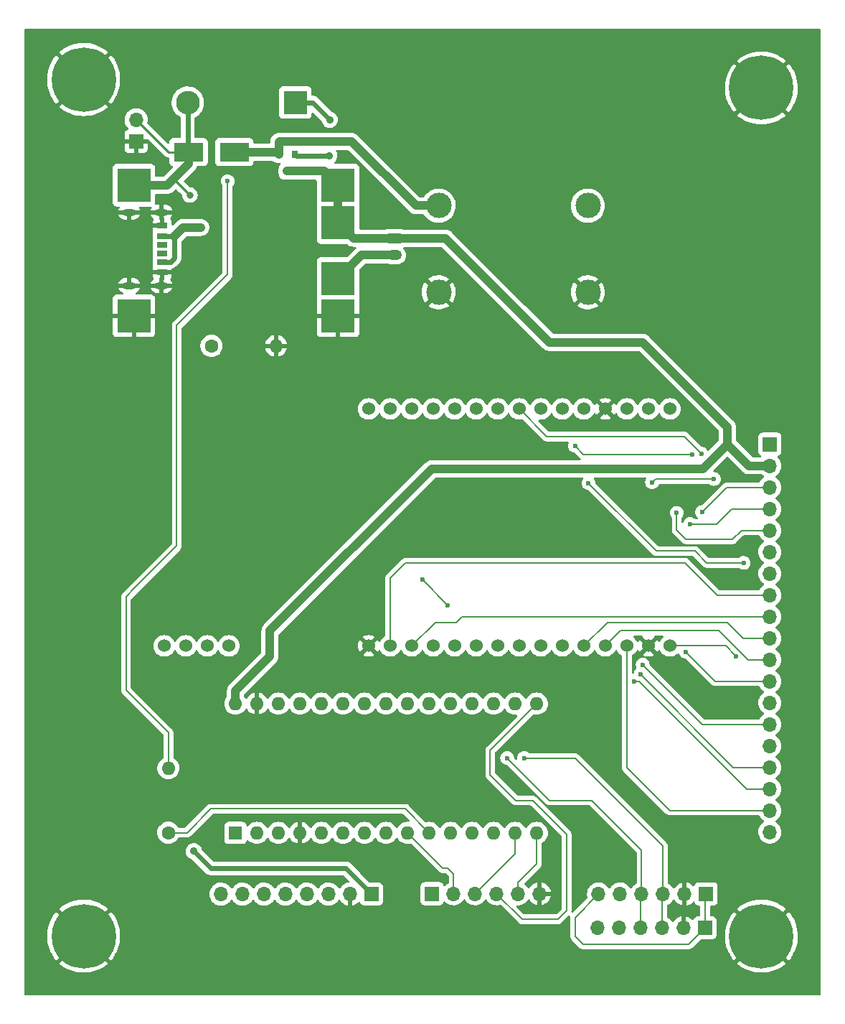
<source format=gbr>
G04 #@! TF.GenerationSoftware,KiCad,Pcbnew,(6.0.6)*
G04 #@! TF.CreationDate,2022-07-04T20:34:01+02:00*
G04 #@! TF.ProjectId,vogelhuisje_kicad,766f6765-6c68-4756-9973-6a655f6b6963,rev?*
G04 #@! TF.SameCoordinates,Original*
G04 #@! TF.FileFunction,Copper,L1,Top*
G04 #@! TF.FilePolarity,Positive*
%FSLAX46Y46*%
G04 Gerber Fmt 4.6, Leading zero omitted, Abs format (unit mm)*
G04 Created by KiCad (PCBNEW (6.0.6)) date 2022-07-04 20:34:01*
%MOMM*%
%LPD*%
G01*
G04 APERTURE LIST*
G04 Aperture macros list*
%AMRoundRect*
0 Rectangle with rounded corners*
0 $1 Rounding radius*
0 $2 $3 $4 $5 $6 $7 $8 $9 X,Y pos of 4 corners*
0 Add a 4 corners polygon primitive as box body*
4,1,4,$2,$3,$4,$5,$6,$7,$8,$9,$2,$3,0*
0 Add four circle primitives for the rounded corners*
1,1,$1+$1,$2,$3*
1,1,$1+$1,$4,$5*
1,1,$1+$1,$6,$7*
1,1,$1+$1,$8,$9*
0 Add four rect primitives between the rounded corners*
20,1,$1+$1,$2,$3,$4,$5,0*
20,1,$1+$1,$4,$5,$6,$7,0*
20,1,$1+$1,$6,$7,$8,$9,0*
20,1,$1+$1,$8,$9,$2,$3,0*%
G04 Aperture macros list end*
G04 #@! TA.AperFunction,ComponentPad*
%ADD10R,1.700000X1.700000*%
G04 #@! TD*
G04 #@! TA.AperFunction,ComponentPad*
%ADD11O,1.700000X1.700000*%
G04 #@! TD*
G04 #@! TA.AperFunction,SMDPad,CuDef*
%ADD12R,1.200000X0.700000*%
G04 #@! TD*
G04 #@! TA.AperFunction,SMDPad,CuDef*
%ADD13R,1.200000X0.760000*%
G04 #@! TD*
G04 #@! TA.AperFunction,SMDPad,CuDef*
%ADD14R,1.200000X0.800000*%
G04 #@! TD*
G04 #@! TA.AperFunction,ComponentPad*
%ADD15O,1.600000X0.800000*%
G04 #@! TD*
G04 #@! TA.AperFunction,SMDPad,CuDef*
%ADD16R,3.500000X2.300000*%
G04 #@! TD*
G04 #@! TA.AperFunction,SMDPad,CuDef*
%ADD17R,4.000000X4.000000*%
G04 #@! TD*
G04 #@! TA.AperFunction,ComponentPad*
%ADD18C,3.000000*%
G04 #@! TD*
G04 #@! TA.AperFunction,ComponentPad*
%ADD19C,1.600000*%
G04 #@! TD*
G04 #@! TA.AperFunction,ComponentPad*
%ADD20O,1.600000X1.600000*%
G04 #@! TD*
G04 #@! TA.AperFunction,ComponentPad*
%ADD21RoundRect,0.250000X-0.625000X0.350000X-0.625000X-0.350000X0.625000X-0.350000X0.625000X0.350000X0*%
G04 #@! TD*
G04 #@! TA.AperFunction,ComponentPad*
%ADD22O,1.750000X1.200000*%
G04 #@! TD*
G04 #@! TA.AperFunction,SMDPad,CuDef*
%ADD23R,0.800000X0.900000*%
G04 #@! TD*
G04 #@! TA.AperFunction,ComponentPad*
%ADD24R,2.800000X2.800000*%
G04 #@! TD*
G04 #@! TA.AperFunction,ComponentPad*
%ADD25O,2.800000X2.800000*%
G04 #@! TD*
G04 #@! TA.AperFunction,ComponentPad*
%ADD26C,7.600000*%
G04 #@! TD*
G04 #@! TA.AperFunction,ComponentPad*
%ADD27R,1.600000X1.600000*%
G04 #@! TD*
G04 #@! TA.AperFunction,ComponentPad*
%ADD28C,1.524000*%
G04 #@! TD*
G04 #@! TA.AperFunction,ViaPad*
%ADD29C,0.800000*%
G04 #@! TD*
G04 #@! TA.AperFunction,ViaPad*
%ADD30C,0.900000*%
G04 #@! TD*
G04 #@! TA.AperFunction,ViaPad*
%ADD31C,0.600000*%
G04 #@! TD*
G04 #@! TA.AperFunction,Conductor*
%ADD32C,1.000000*%
G04 #@! TD*
G04 #@! TA.AperFunction,Conductor*
%ADD33C,0.250000*%
G04 #@! TD*
G04 #@! TA.AperFunction,Conductor*
%ADD34C,0.600000*%
G04 #@! TD*
G04 #@! TA.AperFunction,Conductor*
%ADD35C,0.150000*%
G04 #@! TD*
G04 #@! TA.AperFunction,Conductor*
%ADD36C,0.127000*%
G04 #@! TD*
G04 APERTURE END LIST*
D10*
X76200000Y-81280000D03*
D11*
X76200000Y-78740000D03*
D12*
X79280000Y-93480000D03*
D13*
X79280000Y-95500000D03*
D14*
X79280000Y-96730000D03*
D12*
X79280000Y-94480000D03*
D13*
X79280000Y-92460000D03*
D14*
X79280000Y-91230000D03*
D15*
X79200000Y-89660000D03*
X79200000Y-98300000D03*
X75400000Y-89660000D03*
X75400000Y-98300000D03*
D16*
X87790000Y-82550000D03*
X82390000Y-82550000D03*
D17*
X75930000Y-86470000D03*
X75930000Y-101870000D03*
X100030000Y-86470000D03*
X100030000Y-90870000D03*
X100030000Y-97470000D03*
X100030000Y-101870000D03*
D18*
X111920000Y-88885000D03*
X111920000Y-99085000D03*
X129520000Y-88885000D03*
X129520000Y-99085000D03*
D19*
X85090000Y-105410000D03*
D20*
X92710000Y-105410000D03*
D21*
X106680000Y-92710000D03*
D22*
X106680000Y-94710000D03*
D23*
X94930000Y-82820000D03*
X93030000Y-82820000D03*
X93980000Y-84820000D03*
D10*
X143350000Y-174025000D03*
D11*
X140810000Y-174025000D03*
X138270000Y-174025000D03*
X135730000Y-174025000D03*
X133190000Y-174025000D03*
X130650000Y-174025000D03*
D19*
X80000000Y-162810000D03*
D20*
X80000000Y-155190000D03*
D24*
X95000000Y-76730000D03*
D25*
X82300000Y-76730000D03*
D26*
X150000000Y-75000000D03*
D10*
X104000000Y-170050000D03*
D11*
X101460000Y-170050000D03*
X98920000Y-170050000D03*
X96380000Y-170050000D03*
X93840000Y-170050000D03*
X91300000Y-170050000D03*
X88760000Y-170050000D03*
X86220000Y-170050000D03*
D27*
X87925000Y-162835000D03*
D20*
X90465000Y-162835000D03*
X93005000Y-162835000D03*
X95545000Y-162835000D03*
X98085000Y-162835000D03*
X100625000Y-162835000D03*
X103165000Y-162835000D03*
X105705000Y-162835000D03*
X108245000Y-162835000D03*
X110785000Y-162835000D03*
X113325000Y-162835000D03*
X115865000Y-162835000D03*
X118405000Y-162835000D03*
X120945000Y-162835000D03*
X123485000Y-162835000D03*
X123485000Y-147595000D03*
X120945000Y-147595000D03*
X118405000Y-147595000D03*
X115865000Y-147595000D03*
X113325000Y-147595000D03*
X110785000Y-147595000D03*
X108245000Y-147595000D03*
X105705000Y-147595000D03*
X103165000Y-147595000D03*
X100625000Y-147595000D03*
X98085000Y-147595000D03*
X95545000Y-147595000D03*
X93005000Y-147595000D03*
X90465000Y-147595000D03*
X87925000Y-147595000D03*
D10*
X151000000Y-117000000D03*
D11*
X151000000Y-119540000D03*
X151000000Y-122080000D03*
X151000000Y-124620000D03*
X151000000Y-127160000D03*
X151000000Y-129700000D03*
X151000000Y-132240000D03*
X151000000Y-134780000D03*
X151000000Y-137320000D03*
X151000000Y-139860000D03*
X151000000Y-142400000D03*
X151000000Y-144940000D03*
X151000000Y-147480000D03*
X151000000Y-150020000D03*
X151000000Y-152560000D03*
X151000000Y-155100000D03*
X151000000Y-157640000D03*
X151000000Y-160180000D03*
X151000000Y-162720000D03*
D26*
X70000000Y-175000000D03*
X150000000Y-175000000D03*
D10*
X143475000Y-170025000D03*
D11*
X140935000Y-170025000D03*
X138395000Y-170025000D03*
X135855000Y-170025000D03*
X133315000Y-170025000D03*
X130775000Y-170025000D03*
D10*
X111125000Y-170000000D03*
D11*
X113665000Y-170000000D03*
X116205000Y-170000000D03*
X118745000Y-170000000D03*
X121285000Y-170000000D03*
X123825000Y-170000000D03*
D28*
X139200000Y-112840000D03*
X136660000Y-112840000D03*
X134120000Y-112840000D03*
X131580000Y-112840000D03*
X129040000Y-112840000D03*
X126500000Y-112840000D03*
X123960000Y-112840000D03*
X121420000Y-112840000D03*
X118880000Y-112840000D03*
X116340000Y-112840000D03*
X113800000Y-112840000D03*
X111260000Y-112840000D03*
X108720000Y-112840000D03*
X106180000Y-112840000D03*
X103640000Y-112840000D03*
X139200000Y-140780000D03*
X136660000Y-140780000D03*
X134120000Y-140780000D03*
X131580000Y-140780000D03*
X129040000Y-140780000D03*
X126500000Y-140780000D03*
X123960000Y-140780000D03*
X121420000Y-140780000D03*
X118880000Y-140780000D03*
X116340000Y-140780000D03*
X113800000Y-140780000D03*
X111260000Y-140780000D03*
X108720000Y-140780000D03*
X106180000Y-140780000D03*
X103640000Y-140780000D03*
X87140000Y-140780000D03*
X84600000Y-140780000D03*
X82060000Y-140780000D03*
X79520000Y-140780000D03*
D26*
X70000000Y-74000000D03*
D29*
X82550000Y-87630000D03*
D30*
X102500000Y-120000000D03*
X132500000Y-122500000D03*
D31*
X110000000Y-133000000D03*
X113000000Y-136000000D03*
X143000000Y-125000000D03*
X120000000Y-154000000D03*
X122000000Y-154000000D03*
D30*
X83000000Y-165000000D03*
D29*
X83820000Y-91440000D03*
D31*
X142900000Y-118100000D03*
X140000000Y-125100000D03*
X128000000Y-117200000D03*
X141800000Y-118200000D03*
X141600000Y-126400000D03*
X144400000Y-121100000D03*
X137100000Y-121500000D03*
X141100000Y-141500000D03*
X147900000Y-131000000D03*
X129600000Y-121600000D03*
X136000000Y-143000000D03*
X135730000Y-144140000D03*
X135000000Y-145000000D03*
X87000000Y-86000000D03*
D30*
X99060000Y-78740000D03*
X99000000Y-83000000D03*
D31*
X147000000Y-142000000D03*
D32*
X82390000Y-83950000D02*
X82390000Y-82550000D01*
D33*
X80630000Y-85710000D02*
X82550000Y-87630000D01*
D32*
X79870000Y-86470000D02*
X80630000Y-85710000D01*
X79870000Y-86470000D02*
X75930000Y-86470000D01*
D33*
X82390000Y-82550000D02*
X80010000Y-82550000D01*
D34*
X82300000Y-76730000D02*
X82300000Y-82460000D01*
D33*
X80010000Y-82550000D02*
X76200000Y-78740000D01*
D32*
X80630000Y-85710000D02*
X82390000Y-83950000D01*
X92760000Y-82550000D02*
X93030000Y-82820000D01*
X101600000Y-81280000D02*
X109205000Y-88885000D01*
X87790000Y-82550000D02*
X92760000Y-82550000D01*
X93120000Y-81280000D02*
X101600000Y-81280000D01*
X93030000Y-81370000D02*
X93120000Y-81280000D01*
X109205000Y-88885000D02*
X111920000Y-88885000D01*
X93030000Y-82820000D02*
X93030000Y-81370000D01*
D34*
X79280000Y-96730000D02*
X79745000Y-96730000D01*
X79280000Y-89740000D02*
X79200000Y-89660000D01*
D33*
X79330000Y-98300000D02*
X79330000Y-98145000D01*
D35*
X110000000Y-133000000D02*
X113000000Y-136000000D01*
D36*
X113665000Y-167665000D02*
X113000000Y-167000000D01*
X112410000Y-167000000D02*
X108245000Y-162835000D01*
X113000000Y-167000000D02*
X112410000Y-167000000D01*
X113665000Y-170000000D02*
X113665000Y-167665000D01*
D35*
X80000000Y-162810000D02*
X82190000Y-162810000D01*
X82190000Y-162810000D02*
X85000000Y-160000000D01*
X107950000Y-160000000D02*
X110785000Y-162835000D01*
X85000000Y-160000000D02*
X107950000Y-160000000D01*
D36*
X143000000Y-125000000D02*
X145920000Y-122080000D01*
X145920000Y-122080000D02*
X151000000Y-122080000D01*
X116205000Y-170000000D02*
X120945000Y-165260000D01*
X120945000Y-165260000D02*
X120945000Y-162835000D01*
X123485000Y-166515000D02*
X123485000Y-162835000D01*
X121285000Y-168715000D02*
X123485000Y-166515000D01*
X121285000Y-170000000D02*
X121285000Y-168715000D01*
X118745000Y-170000000D02*
X121745000Y-173000000D01*
X123000000Y-159000000D02*
X127000000Y-163000000D01*
X121000000Y-159000000D02*
X123000000Y-159000000D01*
X123485000Y-147595000D02*
X118000000Y-153080000D01*
X118000000Y-156000000D02*
X121000000Y-159000000D01*
X121745000Y-173000000D02*
X126000000Y-173000000D01*
X126000000Y-173000000D02*
X127000000Y-172000000D01*
X127000000Y-163000000D02*
X127000000Y-172000000D01*
X118000000Y-153080000D02*
X118000000Y-156000000D01*
X135855000Y-164855000D02*
X135855000Y-170025000D01*
D35*
X135730000Y-170150000D02*
X135855000Y-170025000D01*
D36*
X125000000Y-159000000D02*
X130000000Y-159000000D01*
D35*
X135730000Y-174025000D02*
X135730000Y-170150000D01*
D36*
X130000000Y-159000000D02*
X135855000Y-164855000D01*
X120000000Y-154000000D02*
X125000000Y-159000000D01*
D35*
X138270000Y-174025000D02*
X138270000Y-170150000D01*
D36*
X138395000Y-164395000D02*
X138395000Y-170025000D01*
X122000000Y-154000000D02*
X128000000Y-154000000D01*
D35*
X138270000Y-170150000D02*
X138395000Y-170025000D01*
D36*
X128000000Y-154000000D02*
X138395000Y-164395000D01*
D32*
X106680000Y-94710000D02*
X102790000Y-94710000D01*
X102790000Y-94710000D02*
X100030000Y-97470000D01*
D34*
X87000000Y-167000000D02*
X85000000Y-167000000D01*
X80270000Y-95500000D02*
X80730000Y-95040000D01*
X79280000Y-95500000D02*
X80270000Y-95500000D01*
X85000000Y-167000000D02*
X83000000Y-165000000D01*
X79280000Y-92460000D02*
X80730000Y-92460000D01*
D32*
X80730000Y-92460000D02*
X81750000Y-91440000D01*
D34*
X104000000Y-170050000D02*
X100950000Y-167000000D01*
X80730000Y-95040000D02*
X80730000Y-92460000D01*
D32*
X81750000Y-91440000D02*
X83820000Y-91440000D01*
D34*
X100950000Y-167000000D02*
X87000000Y-167000000D01*
D36*
X124680000Y-116100000D02*
X121420000Y-112840000D01*
X142900000Y-118100000D02*
X140900000Y-116100000D01*
X140900000Y-116100000D02*
X124680000Y-116100000D01*
X146600000Y-128200000D02*
X141100000Y-128200000D01*
X140000000Y-127100000D02*
X140000000Y-125100000D01*
X141100000Y-128200000D02*
X140000000Y-127100000D01*
X151000000Y-127160000D02*
X147640000Y-127160000D01*
X147640000Y-127160000D02*
X146600000Y-128200000D01*
X141800000Y-118200000D02*
X129000000Y-118200000D01*
X129000000Y-118200000D02*
X128000000Y-117200000D01*
X144700000Y-126400000D02*
X146480000Y-124620000D01*
X141600000Y-126400000D02*
X144700000Y-126400000D01*
X146480000Y-124620000D02*
X151000000Y-124620000D01*
X151000000Y-134780000D02*
X144780000Y-134780000D01*
X141000000Y-131000000D02*
X108000000Y-131000000D01*
X108000000Y-131000000D02*
X106180000Y-132820000D01*
X106180000Y-132820000D02*
X106180000Y-140780000D01*
X144780000Y-134780000D02*
X141000000Y-131000000D01*
X137500000Y-121100000D02*
X137100000Y-121500000D01*
X144400000Y-121100000D02*
X137500000Y-121100000D01*
X114680000Y-137320000D02*
X151000000Y-137320000D01*
X114000000Y-138000000D02*
X114680000Y-137320000D01*
X111500000Y-138000000D02*
X114000000Y-138000000D01*
X108720000Y-140780000D02*
X111500000Y-138000000D01*
X146000000Y-138000000D02*
X131820000Y-138000000D01*
X131820000Y-138000000D02*
X129040000Y-140780000D01*
X151000000Y-139860000D02*
X147860000Y-139860000D01*
X147860000Y-139860000D02*
X146000000Y-138000000D01*
X151000000Y-144940000D02*
X144540000Y-144940000D01*
X144540000Y-144940000D02*
X141100000Y-141500000D01*
X133360000Y-139000000D02*
X145000000Y-139000000D01*
X148400000Y-142400000D02*
X151000000Y-142400000D01*
X145000000Y-139000000D02*
X148400000Y-142400000D01*
X131580000Y-140780000D02*
X133360000Y-139000000D01*
X143540790Y-131000000D02*
X142140790Y-129600000D01*
X137600000Y-129600000D02*
X129600000Y-121600000D01*
X142140790Y-129600000D02*
X140200000Y-129600000D01*
X147900000Y-131000000D02*
X143540790Y-131000000D01*
X140200000Y-129600000D02*
X137600000Y-129600000D01*
X134120000Y-140780000D02*
X134120000Y-155120000D01*
X134120000Y-155120000D02*
X139180000Y-160180000D01*
X139180000Y-160180000D02*
X151000000Y-160180000D01*
X143020000Y-150020000D02*
X151000000Y-150020000D01*
X136000000Y-143000000D02*
X143020000Y-150020000D01*
X146690000Y-155100000D02*
X151000000Y-155100000D01*
X135730000Y-144140000D02*
X146690000Y-155100000D01*
X148250000Y-157640000D02*
X151000000Y-157640000D01*
X135000000Y-145000000D02*
X135610000Y-145000000D01*
X135610000Y-145000000D02*
X148250000Y-157640000D01*
D35*
X76000000Y-134000000D02*
X81000000Y-129000000D01*
X75000000Y-146000000D02*
X75000000Y-135000000D01*
X75000000Y-135000000D02*
X76000000Y-134000000D01*
D34*
X99000000Y-83000000D02*
X95110000Y-83000000D01*
D35*
X87000000Y-97000000D02*
X87000000Y-86000000D01*
X81000000Y-129000000D02*
X81000000Y-104000000D01*
X80000000Y-151000000D02*
X75000000Y-146000000D01*
X81000000Y-104000000D02*
X81000000Y-103000000D01*
X80000000Y-155190000D02*
X80000000Y-151000000D01*
D34*
X95000000Y-76730000D02*
X97050000Y-76730000D01*
X95110000Y-83000000D02*
X94930000Y-82820000D01*
X97050000Y-76730000D02*
X99060000Y-78740000D01*
D35*
X81000000Y-103000000D02*
X87000000Y-97000000D01*
X128000000Y-172800000D02*
X128000000Y-175000000D01*
X143350000Y-174025000D02*
X143350000Y-170150000D01*
X130775000Y-170025000D02*
X128000000Y-172800000D01*
X129000000Y-176000000D02*
X141375000Y-176000000D01*
D36*
X145780000Y-140780000D02*
X147000000Y-142000000D01*
X139200000Y-140780000D02*
X145780000Y-140780000D01*
D35*
X128000000Y-175000000D02*
X129000000Y-176000000D01*
X141375000Y-176000000D02*
X143350000Y-174025000D01*
X143350000Y-170150000D02*
X143475000Y-170025000D01*
D32*
X92000000Y-142000000D02*
X92000000Y-139000000D01*
X87925000Y-146075000D02*
X92000000Y-142000000D01*
X106680000Y-92710000D02*
X112710000Y-92710000D01*
X112710000Y-92710000D02*
X125000000Y-105000000D01*
X106680000Y-92710000D02*
X101870000Y-92710000D01*
X100030000Y-86470000D02*
X100030000Y-90870000D01*
X146000000Y-115000000D02*
X146000000Y-117000000D01*
X146000000Y-117000000D02*
X148540000Y-119540000D01*
X101870000Y-92710000D02*
X100030000Y-90870000D01*
X111115000Y-119885000D02*
X143115000Y-119885000D01*
X125000000Y-105000000D02*
X136000000Y-105000000D01*
X93980000Y-84820000D02*
X98380000Y-84820000D01*
X92000000Y-139000000D02*
X111115000Y-119885000D01*
X148540000Y-119540000D02*
X151000000Y-119540000D01*
X87925000Y-147595000D02*
X87925000Y-146075000D01*
X136000000Y-105000000D02*
X146000000Y-115000000D01*
X143115000Y-119885000D02*
X146000000Y-117000000D01*
X98380000Y-84820000D02*
X100030000Y-86470000D01*
G04 #@! TA.AperFunction,Conductor*
G36*
X156933621Y-68028502D02*
G01*
X156980114Y-68082158D01*
X156991500Y-68134500D01*
X156991500Y-181865500D01*
X156971498Y-181933621D01*
X156917842Y-181980114D01*
X156865500Y-181991500D01*
X63134500Y-181991500D01*
X63066379Y-181971498D01*
X63019886Y-181917842D01*
X63008500Y-181865500D01*
X63008500Y-178221899D01*
X67143456Y-178221899D01*
X67150243Y-178231599D01*
X67354344Y-178405919D01*
X67359036Y-178409559D01*
X67686608Y-178639779D01*
X67691626Y-178642963D01*
X68039402Y-178841332D01*
X68044701Y-178844033D01*
X68409626Y-179008802D01*
X68415117Y-179010976D01*
X68793940Y-179140676D01*
X68799624Y-179142328D01*
X69188967Y-179235801D01*
X69194782Y-179236910D01*
X69591180Y-179293325D01*
X69597092Y-179293884D01*
X69997031Y-179312745D01*
X70002969Y-179312745D01*
X70402908Y-179293884D01*
X70408820Y-179293325D01*
X70805218Y-179236910D01*
X70811033Y-179235801D01*
X71200376Y-179142328D01*
X71206060Y-179140676D01*
X71584883Y-179010976D01*
X71590374Y-179008802D01*
X71955299Y-178844033D01*
X71960598Y-178841332D01*
X72308374Y-178642963D01*
X72313392Y-178639779D01*
X72640964Y-178409559D01*
X72645656Y-178405919D01*
X72848190Y-178232938D01*
X72855397Y-178221899D01*
X147143456Y-178221899D01*
X147150243Y-178231599D01*
X147354344Y-178405919D01*
X147359036Y-178409559D01*
X147686608Y-178639779D01*
X147691626Y-178642963D01*
X148039402Y-178841332D01*
X148044701Y-178844033D01*
X148409626Y-179008802D01*
X148415117Y-179010976D01*
X148793940Y-179140676D01*
X148799624Y-179142328D01*
X149188967Y-179235801D01*
X149194782Y-179236910D01*
X149591180Y-179293325D01*
X149597092Y-179293884D01*
X149997031Y-179312745D01*
X150002969Y-179312745D01*
X150402908Y-179293884D01*
X150408820Y-179293325D01*
X150805218Y-179236910D01*
X150811033Y-179235801D01*
X151200376Y-179142328D01*
X151206060Y-179140676D01*
X151584883Y-179010976D01*
X151590374Y-179008802D01*
X151955299Y-178844033D01*
X151960598Y-178841332D01*
X152308374Y-178642963D01*
X152313392Y-178639779D01*
X152640964Y-178409559D01*
X152645656Y-178405919D01*
X152848190Y-178232938D01*
X152856618Y-178220028D01*
X152850610Y-178209820D01*
X150012812Y-175372022D01*
X149998868Y-175364408D01*
X149997035Y-175364539D01*
X149990420Y-175368790D01*
X147150848Y-178208362D01*
X147143456Y-178221899D01*
X72855397Y-178221899D01*
X72856618Y-178220028D01*
X72850610Y-178209820D01*
X70012812Y-175372022D01*
X69998868Y-175364408D01*
X69997035Y-175364539D01*
X69990420Y-175368790D01*
X67150848Y-178208362D01*
X67143456Y-178221899D01*
X63008500Y-178221899D01*
X63008500Y-174867501D01*
X65689290Y-174867501D01*
X65695578Y-175267824D01*
X65695952Y-175273770D01*
X65739887Y-175671722D01*
X65740818Y-175677603D01*
X65822009Y-176069661D01*
X65823485Y-176075409D01*
X65941218Y-176458108D01*
X65943222Y-176463673D01*
X66096452Y-176833601D01*
X66098974Y-176838959D01*
X66286325Y-177192804D01*
X66289350Y-177197921D01*
X66509174Y-177532570D01*
X66512664Y-177537373D01*
X66762994Y-177849836D01*
X66764486Y-177851529D01*
X66777768Y-177859054D01*
X66779080Y-177858981D01*
X66786488Y-177854302D01*
X69627978Y-175012812D01*
X69634356Y-175001132D01*
X70364408Y-175001132D01*
X70364539Y-175002965D01*
X70368790Y-175009580D01*
X73210632Y-177851422D01*
X73224576Y-177859036D01*
X73225885Y-177858943D01*
X73233187Y-177854169D01*
X73237006Y-177849836D01*
X73487336Y-177537373D01*
X73490826Y-177532570D01*
X73710650Y-177197921D01*
X73713675Y-177192804D01*
X73901026Y-176838959D01*
X73903548Y-176833601D01*
X74056778Y-176463673D01*
X74058782Y-176458108D01*
X74176515Y-176075409D01*
X74177991Y-176069661D01*
X74259182Y-175677603D01*
X74260113Y-175671722D01*
X74304104Y-175273263D01*
X74304452Y-175268342D01*
X74312807Y-175002469D01*
X74312768Y-174997529D01*
X74293884Y-174597092D01*
X74293325Y-174591180D01*
X74236910Y-174194782D01*
X74235801Y-174188967D01*
X74142328Y-173799624D01*
X74140676Y-173793940D01*
X74010976Y-173415117D01*
X74008802Y-173409626D01*
X73844033Y-173044701D01*
X73841332Y-173039402D01*
X73642963Y-172691626D01*
X73639779Y-172686608D01*
X73409559Y-172359036D01*
X73405919Y-172354344D01*
X73232938Y-172151810D01*
X73220028Y-172143382D01*
X73209820Y-172149390D01*
X70372022Y-174987188D01*
X70364408Y-175001132D01*
X69634356Y-175001132D01*
X69635592Y-174998868D01*
X69635461Y-174997035D01*
X69631210Y-174990420D01*
X66792007Y-172151217D01*
X66778063Y-172143603D01*
X66777812Y-172143621D01*
X66769066Y-172149537D01*
X66678865Y-172248666D01*
X66675080Y-172253241D01*
X66434687Y-172573415D01*
X66431343Y-172578335D01*
X66222136Y-172919730D01*
X66219288Y-172924910D01*
X66043132Y-173284490D01*
X66040783Y-173289917D01*
X65899251Y-173664470D01*
X65897419Y-173670109D01*
X65791770Y-174056295D01*
X65790471Y-174062108D01*
X65721632Y-174456537D01*
X65720891Y-174462400D01*
X65689475Y-174861575D01*
X65689290Y-174867501D01*
X63008500Y-174867501D01*
X63008500Y-171780570D01*
X67143544Y-171780570D01*
X67143550Y-171780824D01*
X67149047Y-171789837D01*
X69987188Y-174627978D01*
X70001132Y-174635592D01*
X70002965Y-174635461D01*
X70009580Y-174631210D01*
X72851422Y-171789368D01*
X72859036Y-171775424D01*
X72858943Y-171774115D01*
X72854169Y-171766813D01*
X72849836Y-171762994D01*
X72537373Y-171512664D01*
X72532570Y-171509174D01*
X72197921Y-171289350D01*
X72192804Y-171286325D01*
X71838959Y-171098974D01*
X71833601Y-171096452D01*
X71463673Y-170943222D01*
X71458108Y-170941218D01*
X71075409Y-170823485D01*
X71069661Y-170822009D01*
X70677603Y-170740818D01*
X70671722Y-170739887D01*
X70273770Y-170695952D01*
X70267824Y-170695578D01*
X69867501Y-170689290D01*
X69861575Y-170689475D01*
X69462400Y-170720891D01*
X69456537Y-170721632D01*
X69062108Y-170790471D01*
X69056295Y-170791770D01*
X68670109Y-170897419D01*
X68664470Y-170899251D01*
X68289917Y-171040783D01*
X68284490Y-171043132D01*
X67924910Y-171219288D01*
X67919730Y-171222136D01*
X67578335Y-171431343D01*
X67573415Y-171434687D01*
X67253241Y-171675080D01*
X67248666Y-171678865D01*
X67151805Y-171767002D01*
X67143544Y-171780570D01*
X63008500Y-171780570D01*
X63008500Y-164986552D01*
X82036956Y-164986552D01*
X82052685Y-165173865D01*
X82054384Y-165179789D01*
X82098920Y-165335104D01*
X82104497Y-165354555D01*
X82107312Y-165360032D01*
X82107313Y-165360035D01*
X82187603Y-165516263D01*
X82190418Y-165521740D01*
X82194241Y-165526564D01*
X82194244Y-165526568D01*
X82224603Y-165564871D01*
X82307177Y-165669052D01*
X82450324Y-165790880D01*
X82614409Y-165882584D01*
X82620269Y-165884488D01*
X82770482Y-165933295D01*
X82820641Y-165964033D01*
X84421766Y-167565158D01*
X84422694Y-167566095D01*
X84485771Y-167630507D01*
X84522221Y-167653998D01*
X84532546Y-167661417D01*
X84566443Y-167688476D01*
X84572784Y-167691541D01*
X84572785Y-167691542D01*
X84596637Y-167703072D01*
X84610054Y-167710601D01*
X84638238Y-167728765D01*
X84644855Y-167731173D01*
X84644860Y-167731176D01*
X84678973Y-167743592D01*
X84690716Y-167748553D01*
X84723403Y-167764354D01*
X84723408Y-167764356D01*
X84729749Y-167767421D01*
X84736607Y-167769004D01*
X84736609Y-167769005D01*
X84762426Y-167774965D01*
X84777169Y-167779332D01*
X84808685Y-167790803D01*
X84815675Y-167791686D01*
X84815683Y-167791688D01*
X84851701Y-167796238D01*
X84864253Y-167798474D01*
X84899614Y-167806638D01*
X84899617Y-167806638D01*
X84906485Y-167808224D01*
X84913531Y-167808249D01*
X84913534Y-167808249D01*
X84947056Y-167808366D01*
X84947938Y-167808395D01*
X84948769Y-167808500D01*
X84985419Y-167808500D01*
X84985859Y-167808501D01*
X85084343Y-167808845D01*
X85084348Y-167808845D01*
X85087870Y-167808857D01*
X85089070Y-167808589D01*
X85090707Y-167808500D01*
X100562918Y-167808500D01*
X100631039Y-167828502D01*
X100652013Y-167845405D01*
X101303715Y-168497107D01*
X101337741Y-168559419D01*
X101332676Y-168630234D01*
X101290129Y-168687070D01*
X101233679Y-168710752D01*
X101149321Y-168723661D01*
X101139293Y-168726050D01*
X100936868Y-168792212D01*
X100927359Y-168796209D01*
X100738463Y-168894542D01*
X100729738Y-168900036D01*
X100559433Y-169027905D01*
X100551726Y-169034748D01*
X100404590Y-169188717D01*
X100398109Y-169196722D01*
X100293498Y-169350074D01*
X100238587Y-169395076D01*
X100168062Y-169403247D01*
X100104315Y-169371993D01*
X100083618Y-169347509D01*
X100002822Y-169222617D01*
X100002820Y-169222614D01*
X100000014Y-169218277D01*
X99849670Y-169053051D01*
X99845619Y-169049852D01*
X99845615Y-169049848D01*
X99678414Y-168917800D01*
X99678410Y-168917798D01*
X99674359Y-168914598D01*
X99666880Y-168910469D01*
X99591972Y-168869118D01*
X99478789Y-168806638D01*
X99473920Y-168804914D01*
X99473916Y-168804912D01*
X99273087Y-168733795D01*
X99273083Y-168733794D01*
X99268212Y-168732069D01*
X99263119Y-168731162D01*
X99263116Y-168731161D01*
X99053373Y-168693800D01*
X99053367Y-168693799D01*
X99048284Y-168692894D01*
X98974452Y-168691992D01*
X98830081Y-168690228D01*
X98830079Y-168690228D01*
X98824911Y-168690165D01*
X98604091Y-168723955D01*
X98391756Y-168793357D01*
X98361443Y-168809137D01*
X98210877Y-168887517D01*
X98193607Y-168896507D01*
X98189474Y-168899610D01*
X98189471Y-168899612D01*
X98019100Y-169027530D01*
X98014965Y-169030635D01*
X97998810Y-169047540D01*
X97884520Y-169167138D01*
X97860629Y-169192138D01*
X97753201Y-169349621D01*
X97698293Y-169394621D01*
X97627768Y-169402792D01*
X97564021Y-169371538D01*
X97543324Y-169347054D01*
X97462822Y-169222617D01*
X97462820Y-169222614D01*
X97460014Y-169218277D01*
X97309670Y-169053051D01*
X97305619Y-169049852D01*
X97305615Y-169049848D01*
X97138414Y-168917800D01*
X97138410Y-168917798D01*
X97134359Y-168914598D01*
X97126880Y-168910469D01*
X97051972Y-168869118D01*
X96938789Y-168806638D01*
X96933920Y-168804914D01*
X96933916Y-168804912D01*
X96733087Y-168733795D01*
X96733083Y-168733794D01*
X96728212Y-168732069D01*
X96723119Y-168731162D01*
X96723116Y-168731161D01*
X96513373Y-168693800D01*
X96513367Y-168693799D01*
X96508284Y-168692894D01*
X96434452Y-168691992D01*
X96290081Y-168690228D01*
X96290079Y-168690228D01*
X96284911Y-168690165D01*
X96064091Y-168723955D01*
X95851756Y-168793357D01*
X95821443Y-168809137D01*
X95670877Y-168887517D01*
X95653607Y-168896507D01*
X95649474Y-168899610D01*
X95649471Y-168899612D01*
X95479100Y-169027530D01*
X95474965Y-169030635D01*
X95458810Y-169047540D01*
X95344520Y-169167138D01*
X95320629Y-169192138D01*
X95213201Y-169349621D01*
X95158293Y-169394621D01*
X95087768Y-169402792D01*
X95024021Y-169371538D01*
X95003324Y-169347054D01*
X94922822Y-169222617D01*
X94922820Y-169222614D01*
X94920014Y-169218277D01*
X94769670Y-169053051D01*
X94765619Y-169049852D01*
X94765615Y-169049848D01*
X94598414Y-168917800D01*
X94598410Y-168917798D01*
X94594359Y-168914598D01*
X94586880Y-168910469D01*
X94511972Y-168869118D01*
X94398789Y-168806638D01*
X94393920Y-168804914D01*
X94393916Y-168804912D01*
X94193087Y-168733795D01*
X94193083Y-168733794D01*
X94188212Y-168732069D01*
X94183119Y-168731162D01*
X94183116Y-168731161D01*
X93973373Y-168693800D01*
X93973367Y-168693799D01*
X93968284Y-168692894D01*
X93894452Y-168691992D01*
X93750081Y-168690228D01*
X93750079Y-168690228D01*
X93744911Y-168690165D01*
X93524091Y-168723955D01*
X93311756Y-168793357D01*
X93281443Y-168809137D01*
X93130877Y-168887517D01*
X93113607Y-168896507D01*
X93109474Y-168899610D01*
X93109471Y-168899612D01*
X92939100Y-169027530D01*
X92934965Y-169030635D01*
X92918810Y-169047540D01*
X92804520Y-169167138D01*
X92780629Y-169192138D01*
X92673201Y-169349621D01*
X92618293Y-169394621D01*
X92547768Y-169402792D01*
X92484021Y-169371538D01*
X92463324Y-169347054D01*
X92382822Y-169222617D01*
X92382820Y-169222614D01*
X92380014Y-169218277D01*
X92229670Y-169053051D01*
X92225619Y-169049852D01*
X92225615Y-169049848D01*
X92058414Y-168917800D01*
X92058410Y-168917798D01*
X92054359Y-168914598D01*
X92046880Y-168910469D01*
X91971972Y-168869118D01*
X91858789Y-168806638D01*
X91853920Y-168804914D01*
X91853916Y-168804912D01*
X91653087Y-168733795D01*
X91653083Y-168733794D01*
X91648212Y-168732069D01*
X91643119Y-168731162D01*
X91643116Y-168731161D01*
X91433373Y-168693800D01*
X91433367Y-168693799D01*
X91428284Y-168692894D01*
X91354452Y-168691992D01*
X91210081Y-168690228D01*
X91210079Y-168690228D01*
X91204911Y-168690165D01*
X90984091Y-168723955D01*
X90771756Y-168793357D01*
X90741443Y-168809137D01*
X90590877Y-168887517D01*
X90573607Y-168896507D01*
X90569474Y-168899610D01*
X90569471Y-168899612D01*
X90399100Y-169027530D01*
X90394965Y-169030635D01*
X90378810Y-169047540D01*
X90264520Y-169167138D01*
X90240629Y-169192138D01*
X90133201Y-169349621D01*
X90078293Y-169394621D01*
X90007768Y-169402792D01*
X89944021Y-169371538D01*
X89923324Y-169347054D01*
X89842822Y-169222617D01*
X89842820Y-169222614D01*
X89840014Y-169218277D01*
X89689670Y-169053051D01*
X89685619Y-169049852D01*
X89685615Y-169049848D01*
X89518414Y-168917800D01*
X89518410Y-168917798D01*
X89514359Y-168914598D01*
X89506880Y-168910469D01*
X89431972Y-168869118D01*
X89318789Y-168806638D01*
X89313920Y-168804914D01*
X89313916Y-168804912D01*
X89113087Y-168733795D01*
X89113083Y-168733794D01*
X89108212Y-168732069D01*
X89103119Y-168731162D01*
X89103116Y-168731161D01*
X88893373Y-168693800D01*
X88893367Y-168693799D01*
X88888284Y-168692894D01*
X88814452Y-168691992D01*
X88670081Y-168690228D01*
X88670079Y-168690228D01*
X88664911Y-168690165D01*
X88444091Y-168723955D01*
X88231756Y-168793357D01*
X88201443Y-168809137D01*
X88050877Y-168887517D01*
X88033607Y-168896507D01*
X88029474Y-168899610D01*
X88029471Y-168899612D01*
X87859100Y-169027530D01*
X87854965Y-169030635D01*
X87838810Y-169047540D01*
X87724520Y-169167138D01*
X87700629Y-169192138D01*
X87593201Y-169349621D01*
X87538293Y-169394621D01*
X87467768Y-169402792D01*
X87404021Y-169371538D01*
X87383324Y-169347054D01*
X87302822Y-169222617D01*
X87302820Y-169222614D01*
X87300014Y-169218277D01*
X87149670Y-169053051D01*
X87145619Y-169049852D01*
X87145615Y-169049848D01*
X86978414Y-168917800D01*
X86978410Y-168917798D01*
X86974359Y-168914598D01*
X86966880Y-168910469D01*
X86891972Y-168869118D01*
X86778789Y-168806638D01*
X86773920Y-168804914D01*
X86773916Y-168804912D01*
X86573087Y-168733795D01*
X86573083Y-168733794D01*
X86568212Y-168732069D01*
X86563119Y-168731162D01*
X86563116Y-168731161D01*
X86353373Y-168693800D01*
X86353367Y-168693799D01*
X86348284Y-168692894D01*
X86274452Y-168691992D01*
X86130081Y-168690228D01*
X86130079Y-168690228D01*
X86124911Y-168690165D01*
X85904091Y-168723955D01*
X85691756Y-168793357D01*
X85661443Y-168809137D01*
X85510877Y-168887517D01*
X85493607Y-168896507D01*
X85489474Y-168899610D01*
X85489471Y-168899612D01*
X85319100Y-169027530D01*
X85314965Y-169030635D01*
X85298810Y-169047540D01*
X85184520Y-169167138D01*
X85160629Y-169192138D01*
X85034743Y-169376680D01*
X84987715Y-169477993D01*
X84952293Y-169554305D01*
X84940688Y-169579305D01*
X84880989Y-169794570D01*
X84857251Y-170016695D01*
X84857548Y-170021848D01*
X84857548Y-170021851D01*
X84868960Y-170219767D01*
X84870110Y-170239715D01*
X84871247Y-170244761D01*
X84871248Y-170244767D01*
X84877377Y-170271962D01*
X84919222Y-170457639D01*
X84938968Y-170506267D01*
X85001133Y-170659362D01*
X85003266Y-170664616D01*
X85054942Y-170748944D01*
X85117291Y-170850688D01*
X85119987Y-170855088D01*
X85266250Y-171023938D01*
X85438126Y-171166632D01*
X85631000Y-171279338D01*
X85635825Y-171281180D01*
X85635826Y-171281181D01*
X85682374Y-171298956D01*
X85839692Y-171359030D01*
X85844760Y-171360061D01*
X85844763Y-171360062D01*
X85939862Y-171379410D01*
X86058597Y-171403567D01*
X86063772Y-171403757D01*
X86063774Y-171403757D01*
X86276673Y-171411564D01*
X86276677Y-171411564D01*
X86281837Y-171411753D01*
X86286957Y-171411097D01*
X86286959Y-171411097D01*
X86498288Y-171384025D01*
X86498289Y-171384025D01*
X86503416Y-171383368D01*
X86508366Y-171381883D01*
X86712429Y-171320661D01*
X86712434Y-171320659D01*
X86717384Y-171319174D01*
X86917994Y-171220896D01*
X87099860Y-171091173D01*
X87122320Y-171068792D01*
X87198663Y-170992715D01*
X87258096Y-170933489D01*
X87294025Y-170883489D01*
X87388453Y-170752077D01*
X87389776Y-170753028D01*
X87436645Y-170709857D01*
X87506580Y-170697625D01*
X87572026Y-170725144D01*
X87599875Y-170756994D01*
X87659987Y-170855088D01*
X87806250Y-171023938D01*
X87978126Y-171166632D01*
X88171000Y-171279338D01*
X88175825Y-171281180D01*
X88175826Y-171281181D01*
X88222374Y-171298956D01*
X88379692Y-171359030D01*
X88384760Y-171360061D01*
X88384763Y-171360062D01*
X88479862Y-171379410D01*
X88598597Y-171403567D01*
X88603772Y-171403757D01*
X88603774Y-171403757D01*
X88816673Y-171411564D01*
X88816677Y-171411564D01*
X88821837Y-171411753D01*
X88826957Y-171411097D01*
X88826959Y-171411097D01*
X89038288Y-171384025D01*
X89038289Y-171384025D01*
X89043416Y-171383368D01*
X89048366Y-171381883D01*
X89252429Y-171320661D01*
X89252434Y-171320659D01*
X89257384Y-171319174D01*
X89457994Y-171220896D01*
X89639860Y-171091173D01*
X89662320Y-171068792D01*
X89738663Y-170992715D01*
X89798096Y-170933489D01*
X89834025Y-170883489D01*
X89928453Y-170752077D01*
X89929776Y-170753028D01*
X89976645Y-170709857D01*
X90046580Y-170697625D01*
X90112026Y-170725144D01*
X90139875Y-170756994D01*
X90199987Y-170855088D01*
X90346250Y-171023938D01*
X90518126Y-171166632D01*
X90711000Y-171279338D01*
X90715825Y-171281180D01*
X90715826Y-171281181D01*
X90762374Y-171298956D01*
X90919692Y-171359030D01*
X90924760Y-171360061D01*
X90924763Y-171360062D01*
X91019862Y-171379410D01*
X91138597Y-171403567D01*
X91143772Y-171403757D01*
X91143774Y-171403757D01*
X91356673Y-171411564D01*
X91356677Y-171411564D01*
X91361837Y-171411753D01*
X91366957Y-171411097D01*
X91366959Y-171411097D01*
X91578288Y-171384025D01*
X91578289Y-171384025D01*
X91583416Y-171383368D01*
X91588366Y-171381883D01*
X91792429Y-171320661D01*
X91792434Y-171320659D01*
X91797384Y-171319174D01*
X91997994Y-171220896D01*
X92179860Y-171091173D01*
X92202320Y-171068792D01*
X92278663Y-170992715D01*
X92338096Y-170933489D01*
X92374025Y-170883489D01*
X92468453Y-170752077D01*
X92469776Y-170753028D01*
X92516645Y-170709857D01*
X92586580Y-170697625D01*
X92652026Y-170725144D01*
X92679875Y-170756994D01*
X92739987Y-170855088D01*
X92886250Y-171023938D01*
X93058126Y-171166632D01*
X93251000Y-171279338D01*
X93255825Y-171281180D01*
X93255826Y-171281181D01*
X93302374Y-171298956D01*
X93459692Y-171359030D01*
X93464760Y-171360061D01*
X93464763Y-171360062D01*
X93559862Y-171379410D01*
X93678597Y-171403567D01*
X93683772Y-171403757D01*
X93683774Y-171403757D01*
X93896673Y-171411564D01*
X93896677Y-171411564D01*
X93901837Y-171411753D01*
X93906957Y-171411097D01*
X93906959Y-171411097D01*
X94118288Y-171384025D01*
X94118289Y-171384025D01*
X94123416Y-171383368D01*
X94128366Y-171381883D01*
X94332429Y-171320661D01*
X94332434Y-171320659D01*
X94337384Y-171319174D01*
X94537994Y-171220896D01*
X94719860Y-171091173D01*
X94742320Y-171068792D01*
X94818663Y-170992715D01*
X94878096Y-170933489D01*
X94914025Y-170883489D01*
X95008453Y-170752077D01*
X95009776Y-170753028D01*
X95056645Y-170709857D01*
X95126580Y-170697625D01*
X95192026Y-170725144D01*
X95219875Y-170756994D01*
X95279987Y-170855088D01*
X95426250Y-171023938D01*
X95598126Y-171166632D01*
X95791000Y-171279338D01*
X95795825Y-171281180D01*
X95795826Y-171281181D01*
X95842374Y-171298956D01*
X95999692Y-171359030D01*
X96004760Y-171360061D01*
X96004763Y-171360062D01*
X96099862Y-171379410D01*
X96218597Y-171403567D01*
X96223772Y-171403757D01*
X96223774Y-171403757D01*
X96436673Y-171411564D01*
X96436677Y-171411564D01*
X96441837Y-171411753D01*
X96446957Y-171411097D01*
X96446959Y-171411097D01*
X96658288Y-171384025D01*
X96658289Y-171384025D01*
X96663416Y-171383368D01*
X96668366Y-171381883D01*
X96872429Y-171320661D01*
X96872434Y-171320659D01*
X96877384Y-171319174D01*
X97077994Y-171220896D01*
X97259860Y-171091173D01*
X97282320Y-171068792D01*
X97358663Y-170992715D01*
X97418096Y-170933489D01*
X97454025Y-170883489D01*
X97548453Y-170752077D01*
X97549776Y-170753028D01*
X97596645Y-170709857D01*
X97666580Y-170697625D01*
X97732026Y-170725144D01*
X97759875Y-170756994D01*
X97819987Y-170855088D01*
X97966250Y-171023938D01*
X98138126Y-171166632D01*
X98331000Y-171279338D01*
X98335825Y-171281180D01*
X98335826Y-171281181D01*
X98382374Y-171298956D01*
X98539692Y-171359030D01*
X98544760Y-171360061D01*
X98544763Y-171360062D01*
X98639862Y-171379410D01*
X98758597Y-171403567D01*
X98763772Y-171403757D01*
X98763774Y-171403757D01*
X98976673Y-171411564D01*
X98976677Y-171411564D01*
X98981837Y-171411753D01*
X98986957Y-171411097D01*
X98986959Y-171411097D01*
X99198288Y-171384025D01*
X99198289Y-171384025D01*
X99203416Y-171383368D01*
X99208366Y-171381883D01*
X99412429Y-171320661D01*
X99412434Y-171320659D01*
X99417384Y-171319174D01*
X99617994Y-171220896D01*
X99799860Y-171091173D01*
X99822320Y-171068792D01*
X99898663Y-170992715D01*
X99958096Y-170933489D01*
X99994025Y-170883489D01*
X100088453Y-170752077D01*
X100089640Y-170752930D01*
X100136960Y-170709362D01*
X100206897Y-170697145D01*
X100272338Y-170724678D01*
X100300166Y-170756511D01*
X100357694Y-170850388D01*
X100363777Y-170858699D01*
X100503213Y-171019667D01*
X100510580Y-171026883D01*
X100674434Y-171162916D01*
X100682881Y-171168831D01*
X100866756Y-171276279D01*
X100876042Y-171280729D01*
X101075001Y-171356703D01*
X101084899Y-171359579D01*
X101188250Y-171380606D01*
X101202299Y-171379410D01*
X101206000Y-171369065D01*
X101206000Y-169922000D01*
X101226002Y-169853879D01*
X101279658Y-169807386D01*
X101332000Y-169796000D01*
X101588000Y-169796000D01*
X101656121Y-169816002D01*
X101702614Y-169869658D01*
X101714000Y-169922000D01*
X101714000Y-171368517D01*
X101718064Y-171382359D01*
X101731478Y-171384393D01*
X101738184Y-171383534D01*
X101748262Y-171381392D01*
X101952255Y-171320191D01*
X101961842Y-171316433D01*
X102153095Y-171222739D01*
X102161945Y-171217464D01*
X102335328Y-171093792D01*
X102343193Y-171087145D01*
X102447897Y-170982805D01*
X102510268Y-170948889D01*
X102581075Y-170954077D01*
X102637837Y-170996723D01*
X102654819Y-171027826D01*
X102660947Y-171044171D01*
X102699385Y-171146705D01*
X102786739Y-171263261D01*
X102903295Y-171350615D01*
X103039684Y-171401745D01*
X103101866Y-171408500D01*
X104898134Y-171408500D01*
X104960316Y-171401745D01*
X105096705Y-171350615D01*
X105213261Y-171263261D01*
X105300615Y-171146705D01*
X105351745Y-171010316D01*
X105358500Y-170948134D01*
X105358500Y-169151866D01*
X105351745Y-169089684D01*
X105300615Y-168953295D01*
X105213261Y-168836739D01*
X105096705Y-168749385D01*
X104960316Y-168698255D01*
X104898134Y-168691500D01*
X103837081Y-168691500D01*
X103768960Y-168671498D01*
X103747986Y-168654595D01*
X102651747Y-167558355D01*
X101528234Y-166434842D01*
X101527306Y-166433905D01*
X101469157Y-166374525D01*
X101469156Y-166374524D01*
X101464229Y-166369493D01*
X101427779Y-166346002D01*
X101417454Y-166338583D01*
X101383557Y-166311524D01*
X101353362Y-166296927D01*
X101339945Y-166289398D01*
X101311762Y-166271235D01*
X101305145Y-166268827D01*
X101305140Y-166268824D01*
X101271027Y-166256408D01*
X101259284Y-166251447D01*
X101226597Y-166235646D01*
X101226592Y-166235644D01*
X101220251Y-166232579D01*
X101213393Y-166230996D01*
X101213391Y-166230995D01*
X101195108Y-166226774D01*
X101187572Y-166225035D01*
X101172831Y-166220668D01*
X101141315Y-166209197D01*
X101134325Y-166208314D01*
X101134317Y-166208312D01*
X101098299Y-166203762D01*
X101085747Y-166201526D01*
X101050386Y-166193362D01*
X101050383Y-166193362D01*
X101043515Y-166191776D01*
X101036469Y-166191751D01*
X101036466Y-166191751D01*
X101002944Y-166191634D01*
X101002062Y-166191605D01*
X101001231Y-166191500D01*
X100964581Y-166191500D01*
X100964141Y-166191499D01*
X100865657Y-166191155D01*
X100865652Y-166191155D01*
X100862130Y-166191143D01*
X100860930Y-166191411D01*
X100859293Y-166191500D01*
X85387082Y-166191500D01*
X85318961Y-166171498D01*
X85297987Y-166154595D01*
X83962191Y-164818799D01*
X83930664Y-164766122D01*
X83905906Y-164684120D01*
X83890465Y-164632977D01*
X83802218Y-164467008D01*
X83683415Y-164321340D01*
X83601854Y-164253867D01*
X83543329Y-164205450D01*
X83543324Y-164205447D01*
X83538580Y-164201522D01*
X83533161Y-164198592D01*
X83533158Y-164198590D01*
X83439627Y-164148019D01*
X83373231Y-164112119D01*
X83193666Y-164056534D01*
X83187541Y-164055890D01*
X83187540Y-164055890D01*
X83012852Y-164037529D01*
X83012851Y-164037529D01*
X83006724Y-164036885D01*
X82929673Y-164043897D01*
X82825665Y-164053363D01*
X82825662Y-164053364D01*
X82819526Y-164053922D01*
X82813620Y-164055660D01*
X82813616Y-164055661D01*
X82711842Y-164085615D01*
X82639202Y-164106994D01*
X82472621Y-164194080D01*
X82326128Y-164311864D01*
X82322170Y-164316582D01*
X82322167Y-164316584D01*
X82291401Y-164353250D01*
X82205302Y-164455859D01*
X82202338Y-164461251D01*
X82202335Y-164461255D01*
X82144459Y-164566532D01*
X82114746Y-164620580D01*
X82112885Y-164626447D01*
X82112884Y-164626449D01*
X82110813Y-164632977D01*
X82057909Y-164799752D01*
X82036956Y-164986552D01*
X63008500Y-164986552D01*
X63008500Y-162810000D01*
X78686502Y-162810000D01*
X78706457Y-163038087D01*
X78707881Y-163043400D01*
X78707881Y-163043402D01*
X78756851Y-163226157D01*
X78765716Y-163259243D01*
X78768039Y-163264224D01*
X78768039Y-163264225D01*
X78860151Y-163461762D01*
X78860154Y-163461767D01*
X78862477Y-163466749D01*
X78903327Y-163525088D01*
X78975763Y-163628537D01*
X78993802Y-163654300D01*
X79155700Y-163816198D01*
X79160208Y-163819355D01*
X79160211Y-163819357D01*
X79195365Y-163843972D01*
X79343251Y-163947523D01*
X79348233Y-163949846D01*
X79348238Y-163949849D01*
X79545775Y-164041961D01*
X79550757Y-164044284D01*
X79556065Y-164045706D01*
X79556067Y-164045707D01*
X79766598Y-164102119D01*
X79766600Y-164102119D01*
X79771913Y-164103543D01*
X80000000Y-164123498D01*
X80228087Y-164103543D01*
X80233400Y-164102119D01*
X80233402Y-164102119D01*
X80443933Y-164045707D01*
X80443935Y-164045706D01*
X80449243Y-164044284D01*
X80454225Y-164041961D01*
X80651762Y-163949849D01*
X80651767Y-163949846D01*
X80656749Y-163947523D01*
X80804635Y-163843972D01*
X80839789Y-163819357D01*
X80839792Y-163819355D01*
X80844300Y-163816198D01*
X80977364Y-163683134D01*
X86616500Y-163683134D01*
X86623255Y-163745316D01*
X86674385Y-163881705D01*
X86761739Y-163998261D01*
X86878295Y-164085615D01*
X87014684Y-164136745D01*
X87076866Y-164143500D01*
X88773134Y-164143500D01*
X88835316Y-164136745D01*
X88971705Y-164085615D01*
X89088261Y-163998261D01*
X89175615Y-163881705D01*
X89226745Y-163745316D01*
X89227917Y-163734526D01*
X89228803Y-163732394D01*
X89229425Y-163729778D01*
X89229848Y-163729879D01*
X89255155Y-163668965D01*
X89313517Y-163628537D01*
X89384471Y-163626078D01*
X89445490Y-163662371D01*
X89452489Y-163671031D01*
X89455643Y-163674789D01*
X89458802Y-163679300D01*
X89620700Y-163841198D01*
X89625208Y-163844355D01*
X89625211Y-163844357D01*
X89666542Y-163873297D01*
X89808251Y-163972523D01*
X89813233Y-163974846D01*
X89813238Y-163974849D01*
X90009765Y-164066490D01*
X90015757Y-164069284D01*
X90021065Y-164070706D01*
X90021067Y-164070707D01*
X90231598Y-164127119D01*
X90231600Y-164127119D01*
X90236913Y-164128543D01*
X90465000Y-164148498D01*
X90693087Y-164128543D01*
X90698400Y-164127119D01*
X90698402Y-164127119D01*
X90908933Y-164070707D01*
X90908935Y-164070706D01*
X90914243Y-164069284D01*
X90920235Y-164066490D01*
X91116762Y-163974849D01*
X91116767Y-163974846D01*
X91121749Y-163972523D01*
X91263458Y-163873297D01*
X91304789Y-163844357D01*
X91304792Y-163844355D01*
X91309300Y-163841198D01*
X91471198Y-163679300D01*
X91488704Y-163654300D01*
X91576446Y-163528990D01*
X91602523Y-163491749D01*
X91604846Y-163486767D01*
X91604849Y-163486762D01*
X91620805Y-163452543D01*
X91667722Y-163399258D01*
X91735999Y-163379797D01*
X91803959Y-163400339D01*
X91849195Y-163452543D01*
X91865151Y-163486762D01*
X91865154Y-163486767D01*
X91867477Y-163491749D01*
X91893554Y-163528990D01*
X91981297Y-163654300D01*
X91998802Y-163679300D01*
X92160700Y-163841198D01*
X92165208Y-163844355D01*
X92165211Y-163844357D01*
X92206542Y-163873297D01*
X92348251Y-163972523D01*
X92353233Y-163974846D01*
X92353238Y-163974849D01*
X92549765Y-164066490D01*
X92555757Y-164069284D01*
X92561065Y-164070706D01*
X92561067Y-164070707D01*
X92771598Y-164127119D01*
X92771600Y-164127119D01*
X92776913Y-164128543D01*
X93005000Y-164148498D01*
X93233087Y-164128543D01*
X93238400Y-164127119D01*
X93238402Y-164127119D01*
X93448933Y-164070707D01*
X93448935Y-164070706D01*
X93454243Y-164069284D01*
X93460235Y-164066490D01*
X93656762Y-163974849D01*
X93656767Y-163974846D01*
X93661749Y-163972523D01*
X93803458Y-163873297D01*
X93844789Y-163844357D01*
X93844792Y-163844355D01*
X93849300Y-163841198D01*
X94011198Y-163679300D01*
X94028704Y-163654300D01*
X94116446Y-163528990D01*
X94142523Y-163491749D01*
X94144846Y-163486767D01*
X94144849Y-163486762D01*
X94161081Y-163451951D01*
X94207998Y-163398666D01*
X94276275Y-163379205D01*
X94344235Y-163399747D01*
X94389471Y-163451951D01*
X94405586Y-163486511D01*
X94411069Y-163496007D01*
X94536028Y-163674467D01*
X94543084Y-163682875D01*
X94697125Y-163836916D01*
X94705533Y-163843972D01*
X94883993Y-163968931D01*
X94893489Y-163974414D01*
X95090947Y-164066490D01*
X95101239Y-164070236D01*
X95273503Y-164116394D01*
X95287599Y-164116058D01*
X95291000Y-164108116D01*
X95291000Y-161567033D01*
X95287027Y-161553502D01*
X95278478Y-161552273D01*
X95101239Y-161599764D01*
X95090947Y-161603510D01*
X94893489Y-161695586D01*
X94883993Y-161701069D01*
X94705533Y-161826028D01*
X94697125Y-161833084D01*
X94543084Y-161987125D01*
X94536028Y-161995533D01*
X94411069Y-162173993D01*
X94405586Y-162183489D01*
X94389471Y-162218049D01*
X94342554Y-162271334D01*
X94274277Y-162290795D01*
X94206317Y-162270253D01*
X94161081Y-162218049D01*
X94144849Y-162183238D01*
X94144846Y-162183233D01*
X94142523Y-162178251D01*
X94011198Y-161990700D01*
X93849300Y-161828802D01*
X93844792Y-161825645D01*
X93844789Y-161825643D01*
X93671597Y-161704373D01*
X93661749Y-161697477D01*
X93656767Y-161695154D01*
X93656762Y-161695151D01*
X93459225Y-161603039D01*
X93459224Y-161603039D01*
X93454243Y-161600716D01*
X93448935Y-161599294D01*
X93448933Y-161599293D01*
X93238402Y-161542881D01*
X93238400Y-161542881D01*
X93233087Y-161541457D01*
X93005000Y-161521502D01*
X92776913Y-161541457D01*
X92771600Y-161542881D01*
X92771598Y-161542881D01*
X92561067Y-161599293D01*
X92561065Y-161599294D01*
X92555757Y-161600716D01*
X92550776Y-161603039D01*
X92550775Y-161603039D01*
X92353238Y-161695151D01*
X92353233Y-161695154D01*
X92348251Y-161697477D01*
X92338403Y-161704373D01*
X92165211Y-161825643D01*
X92165208Y-161825645D01*
X92160700Y-161828802D01*
X91998802Y-161990700D01*
X91867477Y-162178251D01*
X91865154Y-162183233D01*
X91865151Y-162183238D01*
X91849195Y-162217457D01*
X91802278Y-162270742D01*
X91734001Y-162290203D01*
X91666041Y-162269661D01*
X91620805Y-162217457D01*
X91604849Y-162183238D01*
X91604846Y-162183233D01*
X91602523Y-162178251D01*
X91471198Y-161990700D01*
X91309300Y-161828802D01*
X91304792Y-161825645D01*
X91304789Y-161825643D01*
X91131597Y-161704373D01*
X91121749Y-161697477D01*
X91116767Y-161695154D01*
X91116762Y-161695151D01*
X90919225Y-161603039D01*
X90919224Y-161603039D01*
X90914243Y-161600716D01*
X90908935Y-161599294D01*
X90908933Y-161599293D01*
X90698402Y-161542881D01*
X90698400Y-161542881D01*
X90693087Y-161541457D01*
X90465000Y-161521502D01*
X90236913Y-161541457D01*
X90231600Y-161542881D01*
X90231598Y-161542881D01*
X90021067Y-161599293D01*
X90021065Y-161599294D01*
X90015757Y-161600716D01*
X90010776Y-161603039D01*
X90010775Y-161603039D01*
X89813238Y-161695151D01*
X89813233Y-161695154D01*
X89808251Y-161697477D01*
X89798403Y-161704373D01*
X89625211Y-161825643D01*
X89625208Y-161825645D01*
X89620700Y-161828802D01*
X89458802Y-161990700D01*
X89455643Y-161995211D01*
X89452108Y-161999424D01*
X89450974Y-161998473D01*
X89400929Y-162038471D01*
X89330310Y-162045776D01*
X89266951Y-162013742D01*
X89230970Y-161952538D01*
X89227918Y-161935483D01*
X89226745Y-161924684D01*
X89175615Y-161788295D01*
X89088261Y-161671739D01*
X88971705Y-161584385D01*
X88835316Y-161533255D01*
X88773134Y-161526500D01*
X87076866Y-161526500D01*
X87014684Y-161533255D01*
X86878295Y-161584385D01*
X86761739Y-161671739D01*
X86674385Y-161788295D01*
X86623255Y-161924684D01*
X86616500Y-161986866D01*
X86616500Y-163683134D01*
X80977364Y-163683134D01*
X81006198Y-163654300D01*
X81024238Y-163628537D01*
X81134369Y-163471253D01*
X81137523Y-163466749D01*
X81139848Y-163461764D01*
X81142598Y-163457000D01*
X81144795Y-163458269D01*
X81184633Y-163412990D01*
X81251950Y-163393500D01*
X82143497Y-163393500D01*
X82159944Y-163394578D01*
X82190000Y-163398535D01*
X82198188Y-163397457D01*
X82228244Y-163393500D01*
X82342324Y-163378481D01*
X82484267Y-163319686D01*
X82606157Y-163226157D01*
X82624619Y-163202097D01*
X82635486Y-163189707D01*
X85204788Y-160620405D01*
X85267100Y-160586379D01*
X85293883Y-160583500D01*
X107656117Y-160583500D01*
X107724238Y-160603502D01*
X107745212Y-160620405D01*
X108439998Y-161315192D01*
X108474023Y-161377502D01*
X108468958Y-161448317D01*
X108426411Y-161505153D01*
X108359891Y-161529964D01*
X108339921Y-161529806D01*
X108250476Y-161521981D01*
X108250475Y-161521981D01*
X108245000Y-161521502D01*
X108016913Y-161541457D01*
X108011600Y-161542881D01*
X108011598Y-161542881D01*
X107801067Y-161599293D01*
X107801065Y-161599294D01*
X107795757Y-161600716D01*
X107790776Y-161603039D01*
X107790775Y-161603039D01*
X107593238Y-161695151D01*
X107593233Y-161695154D01*
X107588251Y-161697477D01*
X107578403Y-161704373D01*
X107405211Y-161825643D01*
X107405208Y-161825645D01*
X107400700Y-161828802D01*
X107238802Y-161990700D01*
X107107477Y-162178251D01*
X107105154Y-162183233D01*
X107105151Y-162183238D01*
X107089195Y-162217457D01*
X107042278Y-162270742D01*
X106974001Y-162290203D01*
X106906041Y-162269661D01*
X106860805Y-162217457D01*
X106844849Y-162183238D01*
X106844846Y-162183233D01*
X106842523Y-162178251D01*
X106711198Y-161990700D01*
X106549300Y-161828802D01*
X106544792Y-161825645D01*
X106544789Y-161825643D01*
X106371597Y-161704373D01*
X106361749Y-161697477D01*
X106356767Y-161695154D01*
X106356762Y-161695151D01*
X106159225Y-161603039D01*
X106159224Y-161603039D01*
X106154243Y-161600716D01*
X106148935Y-161599294D01*
X106148933Y-161599293D01*
X105938402Y-161542881D01*
X105938400Y-161542881D01*
X105933087Y-161541457D01*
X105705000Y-161521502D01*
X105476913Y-161541457D01*
X105471600Y-161542881D01*
X105471598Y-161542881D01*
X105261067Y-161599293D01*
X105261065Y-161599294D01*
X105255757Y-161600716D01*
X105250776Y-161603039D01*
X105250775Y-161603039D01*
X105053238Y-161695151D01*
X105053233Y-161695154D01*
X105048251Y-161697477D01*
X105038403Y-161704373D01*
X104865211Y-161825643D01*
X104865208Y-161825645D01*
X104860700Y-161828802D01*
X104698802Y-161990700D01*
X104567477Y-162178251D01*
X104565154Y-162183233D01*
X104565151Y-162183238D01*
X104549195Y-162217457D01*
X104502278Y-162270742D01*
X104434001Y-162290203D01*
X104366041Y-162269661D01*
X104320805Y-162217457D01*
X104304849Y-162183238D01*
X104304846Y-162183233D01*
X104302523Y-162178251D01*
X104171198Y-161990700D01*
X104009300Y-161828802D01*
X104004792Y-161825645D01*
X104004789Y-161825643D01*
X103831597Y-161704373D01*
X103821749Y-161697477D01*
X103816767Y-161695154D01*
X103816762Y-161695151D01*
X103619225Y-161603039D01*
X103619224Y-161603039D01*
X103614243Y-161600716D01*
X103608935Y-161599294D01*
X103608933Y-161599293D01*
X103398402Y-161542881D01*
X103398400Y-161542881D01*
X103393087Y-161541457D01*
X103165000Y-161521502D01*
X102936913Y-161541457D01*
X102931600Y-161542881D01*
X102931598Y-161542881D01*
X102721067Y-161599293D01*
X102721065Y-161599294D01*
X102715757Y-161600716D01*
X102710776Y-161603039D01*
X102710775Y-161603039D01*
X102513238Y-161695151D01*
X102513233Y-161695154D01*
X102508251Y-161697477D01*
X102498403Y-161704373D01*
X102325211Y-161825643D01*
X102325208Y-161825645D01*
X102320700Y-161828802D01*
X102158802Y-161990700D01*
X102027477Y-162178251D01*
X102025154Y-162183233D01*
X102025151Y-162183238D01*
X102009195Y-162217457D01*
X101962278Y-162270742D01*
X101894001Y-162290203D01*
X101826041Y-162269661D01*
X101780805Y-162217457D01*
X101764849Y-162183238D01*
X101764846Y-162183233D01*
X101762523Y-162178251D01*
X101631198Y-161990700D01*
X101469300Y-161828802D01*
X101464792Y-161825645D01*
X101464789Y-161825643D01*
X101291597Y-161704373D01*
X101281749Y-161697477D01*
X101276767Y-161695154D01*
X101276762Y-161695151D01*
X101079225Y-161603039D01*
X101079224Y-161603039D01*
X101074243Y-161600716D01*
X101068935Y-161599294D01*
X101068933Y-161599293D01*
X100858402Y-161542881D01*
X100858400Y-161542881D01*
X100853087Y-161541457D01*
X100625000Y-161521502D01*
X100396913Y-161541457D01*
X100391600Y-161542881D01*
X100391598Y-161542881D01*
X100181067Y-161599293D01*
X100181065Y-161599294D01*
X100175757Y-161600716D01*
X100170776Y-161603039D01*
X100170775Y-161603039D01*
X99973238Y-161695151D01*
X99973233Y-161695154D01*
X99968251Y-161697477D01*
X99958403Y-161704373D01*
X99785211Y-161825643D01*
X99785208Y-161825645D01*
X99780700Y-161828802D01*
X99618802Y-161990700D01*
X99487477Y-162178251D01*
X99485154Y-162183233D01*
X99485151Y-162183238D01*
X99469195Y-162217457D01*
X99422278Y-162270742D01*
X99354001Y-162290203D01*
X99286041Y-162269661D01*
X99240805Y-162217457D01*
X99224849Y-162183238D01*
X99224846Y-162183233D01*
X99222523Y-162178251D01*
X99091198Y-161990700D01*
X98929300Y-161828802D01*
X98924792Y-161825645D01*
X98924789Y-161825643D01*
X98751597Y-161704373D01*
X98741749Y-161697477D01*
X98736767Y-161695154D01*
X98736762Y-161695151D01*
X98539225Y-161603039D01*
X98539224Y-161603039D01*
X98534243Y-161600716D01*
X98528935Y-161599294D01*
X98528933Y-161599293D01*
X98318402Y-161542881D01*
X98318400Y-161542881D01*
X98313087Y-161541457D01*
X98085000Y-161521502D01*
X97856913Y-161541457D01*
X97851600Y-161542881D01*
X97851598Y-161542881D01*
X97641067Y-161599293D01*
X97641065Y-161599294D01*
X97635757Y-161600716D01*
X97630776Y-161603039D01*
X97630775Y-161603039D01*
X97433238Y-161695151D01*
X97433233Y-161695154D01*
X97428251Y-161697477D01*
X97418403Y-161704373D01*
X97245211Y-161825643D01*
X97245208Y-161825645D01*
X97240700Y-161828802D01*
X97078802Y-161990700D01*
X96947477Y-162178251D01*
X96945154Y-162183233D01*
X96945151Y-162183238D01*
X96928919Y-162218049D01*
X96882002Y-162271334D01*
X96813725Y-162290795D01*
X96745765Y-162270253D01*
X96700529Y-162218049D01*
X96684414Y-162183489D01*
X96678931Y-162173993D01*
X96553972Y-161995533D01*
X96546916Y-161987125D01*
X96392875Y-161833084D01*
X96384467Y-161826028D01*
X96206007Y-161701069D01*
X96196511Y-161695586D01*
X95999053Y-161603510D01*
X95988761Y-161599764D01*
X95816497Y-161553606D01*
X95802401Y-161553942D01*
X95799000Y-161561884D01*
X95799000Y-164102967D01*
X95802973Y-164116498D01*
X95811522Y-164117727D01*
X95988761Y-164070236D01*
X95999053Y-164066490D01*
X96196511Y-163974414D01*
X96206007Y-163968931D01*
X96384467Y-163843972D01*
X96392875Y-163836916D01*
X96546916Y-163682875D01*
X96553972Y-163674467D01*
X96678931Y-163496007D01*
X96684414Y-163486511D01*
X96700529Y-163451951D01*
X96747446Y-163398666D01*
X96815723Y-163379205D01*
X96883683Y-163399747D01*
X96928919Y-163451951D01*
X96945151Y-163486762D01*
X96945154Y-163486767D01*
X96947477Y-163491749D01*
X96973554Y-163528990D01*
X97061297Y-163654300D01*
X97078802Y-163679300D01*
X97240700Y-163841198D01*
X97245208Y-163844355D01*
X97245211Y-163844357D01*
X97286542Y-163873297D01*
X97428251Y-163972523D01*
X97433233Y-163974846D01*
X97433238Y-163974849D01*
X97629765Y-164066490D01*
X97635757Y-164069284D01*
X97641065Y-164070706D01*
X97641067Y-164070707D01*
X97851598Y-164127119D01*
X97851600Y-164127119D01*
X97856913Y-164128543D01*
X98085000Y-164148498D01*
X98313087Y-164128543D01*
X98318400Y-164127119D01*
X98318402Y-164127119D01*
X98528933Y-164070707D01*
X98528935Y-164070706D01*
X98534243Y-164069284D01*
X98540235Y-164066490D01*
X98736762Y-163974849D01*
X98736767Y-163974846D01*
X98741749Y-163972523D01*
X98883458Y-163873297D01*
X98924789Y-163844357D01*
X98924792Y-163844355D01*
X98929300Y-163841198D01*
X99091198Y-163679300D01*
X99108704Y-163654300D01*
X99196446Y-163528990D01*
X99222523Y-163491749D01*
X99224846Y-163486767D01*
X99224849Y-163486762D01*
X99240805Y-163452543D01*
X99287722Y-163399258D01*
X99355999Y-163379797D01*
X99423959Y-163400339D01*
X99469195Y-163452543D01*
X99485151Y-163486762D01*
X99485154Y-163486767D01*
X99487477Y-163491749D01*
X99513554Y-163528990D01*
X99601297Y-163654300D01*
X99618802Y-163679300D01*
X99780700Y-163841198D01*
X99785208Y-163844355D01*
X99785211Y-163844357D01*
X99826542Y-163873297D01*
X99968251Y-163972523D01*
X99973233Y-163974846D01*
X99973238Y-163974849D01*
X100169765Y-164066490D01*
X100175757Y-164069284D01*
X100181065Y-164070706D01*
X100181067Y-164070707D01*
X100391598Y-164127119D01*
X100391600Y-164127119D01*
X100396913Y-164128543D01*
X100625000Y-164148498D01*
X100853087Y-164128543D01*
X100858400Y-164127119D01*
X100858402Y-164127119D01*
X101068933Y-164070707D01*
X101068935Y-164070706D01*
X101074243Y-164069284D01*
X101080235Y-164066490D01*
X101276762Y-163974849D01*
X101276767Y-163974846D01*
X101281749Y-163972523D01*
X101423458Y-163873297D01*
X101464789Y-163844357D01*
X101464792Y-163844355D01*
X101469300Y-163841198D01*
X101631198Y-163679300D01*
X101648704Y-163654300D01*
X101736446Y-163528990D01*
X101762523Y-163491749D01*
X101764846Y-163486767D01*
X101764849Y-163486762D01*
X101780805Y-163452543D01*
X101827722Y-163399258D01*
X101895999Y-163379797D01*
X101963959Y-163400339D01*
X102009195Y-163452543D01*
X102025151Y-163486762D01*
X102025154Y-163486767D01*
X102027477Y-163491749D01*
X102053554Y-163528990D01*
X102141297Y-163654300D01*
X102158802Y-163679300D01*
X102320700Y-163841198D01*
X102325208Y-163844355D01*
X102325211Y-163844357D01*
X102366542Y-163873297D01*
X102508251Y-163972523D01*
X102513233Y-163974846D01*
X102513238Y-163974849D01*
X102709765Y-164066490D01*
X102715757Y-164069284D01*
X102721065Y-164070706D01*
X102721067Y-164070707D01*
X102931598Y-164127119D01*
X102931600Y-164127119D01*
X102936913Y-164128543D01*
X103165000Y-164148498D01*
X103393087Y-164128543D01*
X103398400Y-164127119D01*
X103398402Y-164127119D01*
X103608933Y-164070707D01*
X103608935Y-164070706D01*
X103614243Y-164069284D01*
X103620235Y-164066490D01*
X103816762Y-163974849D01*
X103816767Y-163974846D01*
X103821749Y-163972523D01*
X103963458Y-163873297D01*
X104004789Y-163844357D01*
X104004792Y-163844355D01*
X104009300Y-163841198D01*
X104171198Y-163679300D01*
X104188704Y-163654300D01*
X104276446Y-163528990D01*
X104302523Y-163491749D01*
X104304846Y-163486767D01*
X104304849Y-163486762D01*
X104320805Y-163452543D01*
X104367722Y-163399258D01*
X104435999Y-163379797D01*
X104503959Y-163400339D01*
X104549195Y-163452543D01*
X104565151Y-163486762D01*
X104565154Y-163486767D01*
X104567477Y-163491749D01*
X104593554Y-163528990D01*
X104681297Y-163654300D01*
X104698802Y-163679300D01*
X104860700Y-163841198D01*
X104865208Y-163844355D01*
X104865211Y-163844357D01*
X104906542Y-163873297D01*
X105048251Y-163972523D01*
X105053233Y-163974846D01*
X105053238Y-163974849D01*
X105249765Y-164066490D01*
X105255757Y-164069284D01*
X105261065Y-164070706D01*
X105261067Y-164070707D01*
X105471598Y-164127119D01*
X105471600Y-164127119D01*
X105476913Y-164128543D01*
X105705000Y-164148498D01*
X105933087Y-164128543D01*
X105938400Y-164127119D01*
X105938402Y-164127119D01*
X106148933Y-164070707D01*
X106148935Y-164070706D01*
X106154243Y-164069284D01*
X106160235Y-164066490D01*
X106356762Y-163974849D01*
X106356767Y-163974846D01*
X106361749Y-163972523D01*
X106503458Y-163873297D01*
X106544789Y-163844357D01*
X106544792Y-163844355D01*
X106549300Y-163841198D01*
X106711198Y-163679300D01*
X106728704Y-163654300D01*
X106816446Y-163528990D01*
X106842523Y-163491749D01*
X106844846Y-163486767D01*
X106844849Y-163486762D01*
X106860805Y-163452543D01*
X106907722Y-163399258D01*
X106975999Y-163379797D01*
X107043959Y-163400339D01*
X107089195Y-163452543D01*
X107105151Y-163486762D01*
X107105154Y-163486767D01*
X107107477Y-163491749D01*
X107133554Y-163528990D01*
X107221297Y-163654300D01*
X107238802Y-163679300D01*
X107400700Y-163841198D01*
X107405208Y-163844355D01*
X107405211Y-163844357D01*
X107446542Y-163873297D01*
X107588251Y-163972523D01*
X107593233Y-163974846D01*
X107593238Y-163974849D01*
X107789765Y-164066490D01*
X107795757Y-164069284D01*
X107801065Y-164070706D01*
X107801067Y-164070707D01*
X108011598Y-164127119D01*
X108011600Y-164127119D01*
X108016913Y-164128543D01*
X108245000Y-164148498D01*
X108473087Y-164128543D01*
X108478398Y-164127120D01*
X108478409Y-164127118D01*
X108605135Y-164093161D01*
X108676112Y-164094850D01*
X108726842Y-164125772D01*
X111973188Y-167372119D01*
X111984055Y-167384510D01*
X112002045Y-167407955D01*
X112032040Y-167430971D01*
X112032045Y-167430976D01*
X112032061Y-167430988D01*
X112032074Y-167430999D01*
X112114978Y-167494612D01*
X112121532Y-167499641D01*
X112260678Y-167557277D01*
X112291375Y-167561318D01*
X112372497Y-167571999D01*
X112372506Y-167572000D01*
X112372509Y-167572000D01*
X112372521Y-167572001D01*
X112401811Y-167575857D01*
X112401812Y-167575857D01*
X112410000Y-167576935D01*
X112418188Y-167575857D01*
X112418189Y-167575857D01*
X112439298Y-167573078D01*
X112455744Y-167572000D01*
X112710880Y-167572000D01*
X112779001Y-167592002D01*
X112799975Y-167608905D01*
X113056095Y-167865025D01*
X113090121Y-167927337D01*
X113093000Y-167954120D01*
X113093000Y-168689677D01*
X113072998Y-168757798D01*
X113025180Y-168801440D01*
X112938607Y-168846507D01*
X112934474Y-168849610D01*
X112934471Y-168849612D01*
X112785180Y-168961703D01*
X112759965Y-168980635D01*
X112686717Y-169057285D01*
X112679283Y-169065064D01*
X112617759Y-169100494D01*
X112546846Y-169097037D01*
X112489060Y-169055791D01*
X112470207Y-169022243D01*
X112428767Y-168911703D01*
X112425615Y-168903295D01*
X112338261Y-168786739D01*
X112221705Y-168699385D01*
X112085316Y-168648255D01*
X112023134Y-168641500D01*
X110226866Y-168641500D01*
X110164684Y-168648255D01*
X110028295Y-168699385D01*
X109911739Y-168786739D01*
X109824385Y-168903295D01*
X109773255Y-169039684D01*
X109766500Y-169101866D01*
X109766500Y-170898134D01*
X109773255Y-170960316D01*
X109824385Y-171096705D01*
X109911739Y-171213261D01*
X110028295Y-171300615D01*
X110164684Y-171351745D01*
X110226866Y-171358500D01*
X112023134Y-171358500D01*
X112085316Y-171351745D01*
X112221705Y-171300615D01*
X112338261Y-171213261D01*
X112425615Y-171096705D01*
X112447799Y-171037529D01*
X112469598Y-170979382D01*
X112512240Y-170922618D01*
X112578802Y-170897918D01*
X112648150Y-170913126D01*
X112682817Y-170941114D01*
X112711250Y-170973938D01*
X112883126Y-171116632D01*
X113076000Y-171229338D01*
X113284692Y-171309030D01*
X113289760Y-171310061D01*
X113289763Y-171310062D01*
X113356708Y-171323682D01*
X113503597Y-171353567D01*
X113508772Y-171353757D01*
X113508774Y-171353757D01*
X113721673Y-171361564D01*
X113721677Y-171361564D01*
X113726837Y-171361753D01*
X113731957Y-171361097D01*
X113731959Y-171361097D01*
X113943288Y-171334025D01*
X113943289Y-171334025D01*
X113948416Y-171333368D01*
X113953966Y-171331703D01*
X114157429Y-171270661D01*
X114157434Y-171270659D01*
X114162384Y-171269174D01*
X114362994Y-171170896D01*
X114544860Y-171041173D01*
X114562156Y-171023938D01*
X114659903Y-170926531D01*
X114703096Y-170883489D01*
X114738665Y-170833990D01*
X114833453Y-170702077D01*
X114834776Y-170703028D01*
X114881645Y-170659857D01*
X114951580Y-170647625D01*
X115017026Y-170675144D01*
X115044875Y-170706994D01*
X115053391Y-170720891D01*
X115104987Y-170805088D01*
X115251250Y-170973938D01*
X115423126Y-171116632D01*
X115616000Y-171229338D01*
X115824692Y-171309030D01*
X115829760Y-171310061D01*
X115829763Y-171310062D01*
X115896708Y-171323682D01*
X116043597Y-171353567D01*
X116048772Y-171353757D01*
X116048774Y-171353757D01*
X116261673Y-171361564D01*
X116261677Y-171361564D01*
X116266837Y-171361753D01*
X116271957Y-171361097D01*
X116271959Y-171361097D01*
X116483288Y-171334025D01*
X116483289Y-171334025D01*
X116488416Y-171333368D01*
X116493966Y-171331703D01*
X116697429Y-171270661D01*
X116697434Y-171270659D01*
X116702384Y-171269174D01*
X116902994Y-171170896D01*
X117084860Y-171041173D01*
X117102156Y-171023938D01*
X117199903Y-170926531D01*
X117243096Y-170883489D01*
X117278665Y-170833990D01*
X117373453Y-170702077D01*
X117374776Y-170703028D01*
X117421645Y-170659857D01*
X117491580Y-170647625D01*
X117557026Y-170675144D01*
X117584875Y-170706994D01*
X117593391Y-170720891D01*
X117644987Y-170805088D01*
X117791250Y-170973938D01*
X117963126Y-171116632D01*
X118156000Y-171229338D01*
X118364692Y-171309030D01*
X118369760Y-171310061D01*
X118369763Y-171310062D01*
X118436708Y-171323682D01*
X118583597Y-171353567D01*
X118588772Y-171353757D01*
X118588774Y-171353757D01*
X118801673Y-171361564D01*
X118801677Y-171361564D01*
X118806837Y-171361753D01*
X118811957Y-171361097D01*
X118811959Y-171361097D01*
X119023288Y-171334025D01*
X119023289Y-171334025D01*
X119028416Y-171333368D01*
X119033966Y-171331703D01*
X119141730Y-171299372D01*
X119212726Y-171298956D01*
X119267033Y-171330963D01*
X121308184Y-173372114D01*
X121319051Y-173384505D01*
X121337045Y-173407955D01*
X121367045Y-173430975D01*
X121367046Y-173430976D01*
X121456532Y-173499641D01*
X121595678Y-173557277D01*
X121745000Y-173576936D01*
X121753188Y-173575858D01*
X121774304Y-173573078D01*
X121790751Y-173572000D01*
X125954256Y-173572000D01*
X125970702Y-173573078D01*
X125991811Y-173575857D01*
X125991812Y-173575857D01*
X126000000Y-173576935D01*
X126008188Y-173575857D01*
X126008189Y-173575857D01*
X126037479Y-173572001D01*
X126037491Y-173572000D01*
X126037494Y-173572000D01*
X126037503Y-173571999D01*
X126118625Y-173561318D01*
X126149322Y-173557277D01*
X126288468Y-173499641D01*
X126377954Y-173430976D01*
X126377955Y-173430975D01*
X126407955Y-173407955D01*
X126425949Y-173384505D01*
X126436816Y-173372114D01*
X127210028Y-172598902D01*
X127272340Y-172564876D01*
X127343155Y-172569941D01*
X127399991Y-172612488D01*
X127424802Y-172679008D01*
X127424045Y-172704443D01*
X127423315Y-172709989D01*
X127411465Y-172800000D01*
X127413956Y-172818919D01*
X127415422Y-172830056D01*
X127416500Y-172846503D01*
X127416500Y-174953497D01*
X127415422Y-174969944D01*
X127411465Y-175000000D01*
X127416500Y-175038244D01*
X127431519Y-175152324D01*
X127490314Y-175294267D01*
X127583843Y-175416157D01*
X127590389Y-175421180D01*
X127607898Y-175434615D01*
X127620290Y-175445483D01*
X128554525Y-176379719D01*
X128565391Y-176392110D01*
X128578814Y-176409604D01*
X128578817Y-176409607D01*
X128583843Y-176416157D01*
X128614443Y-176439637D01*
X128614446Y-176439640D01*
X128705733Y-176509686D01*
X128847676Y-176568481D01*
X129000000Y-176588535D01*
X129030058Y-176584578D01*
X129046503Y-176583500D01*
X141328497Y-176583500D01*
X141344944Y-176584578D01*
X141375000Y-176588535D01*
X141383188Y-176587457D01*
X141413244Y-176583500D01*
X141527324Y-176568481D01*
X141669267Y-176509686D01*
X141791157Y-176416157D01*
X141809619Y-176392097D01*
X141820479Y-176379714D01*
X142779791Y-175420403D01*
X142842101Y-175386379D01*
X142868884Y-175383500D01*
X144248134Y-175383500D01*
X144310316Y-175376745D01*
X144446705Y-175325615D01*
X144563261Y-175238261D01*
X144650615Y-175121705D01*
X144701745Y-174985316D01*
X144708500Y-174923134D01*
X144708500Y-174867501D01*
X145689290Y-174867501D01*
X145695578Y-175267824D01*
X145695952Y-175273770D01*
X145739887Y-175671722D01*
X145740818Y-175677603D01*
X145822009Y-176069661D01*
X145823485Y-176075409D01*
X145941218Y-176458108D01*
X145943222Y-176463673D01*
X146096452Y-176833601D01*
X146098974Y-176838959D01*
X146286325Y-177192804D01*
X146289350Y-177197921D01*
X146509174Y-177532570D01*
X146512664Y-177537373D01*
X146762994Y-177849836D01*
X146764486Y-177851529D01*
X146777768Y-177859054D01*
X146779080Y-177858981D01*
X146786488Y-177854302D01*
X149627978Y-175012812D01*
X149634356Y-175001132D01*
X150364408Y-175001132D01*
X150364539Y-175002965D01*
X150368790Y-175009580D01*
X153210632Y-177851422D01*
X153224576Y-177859036D01*
X153225885Y-177858943D01*
X153233187Y-177854169D01*
X153237006Y-177849836D01*
X153487336Y-177537373D01*
X153490826Y-177532570D01*
X153710650Y-177197921D01*
X153713675Y-177192804D01*
X153901026Y-176838959D01*
X153903548Y-176833601D01*
X154056778Y-176463673D01*
X154058782Y-176458108D01*
X154176515Y-176075409D01*
X154177991Y-176069661D01*
X154259182Y-175677603D01*
X154260113Y-175671722D01*
X154304104Y-175273263D01*
X154304452Y-175268342D01*
X154312807Y-175002469D01*
X154312768Y-174997529D01*
X154293884Y-174597092D01*
X154293325Y-174591180D01*
X154236910Y-174194782D01*
X154235801Y-174188967D01*
X154142328Y-173799624D01*
X154140676Y-173793940D01*
X154010976Y-173415117D01*
X154008802Y-173409626D01*
X153844033Y-173044701D01*
X153841332Y-173039402D01*
X153642963Y-172691626D01*
X153639779Y-172686608D01*
X153409559Y-172359036D01*
X153405919Y-172354344D01*
X153232938Y-172151810D01*
X153220028Y-172143382D01*
X153209820Y-172149390D01*
X150372022Y-174987188D01*
X150364408Y-175001132D01*
X149634356Y-175001132D01*
X149635592Y-174998868D01*
X149635461Y-174997035D01*
X149631210Y-174990420D01*
X146792007Y-172151217D01*
X146778063Y-172143603D01*
X146777812Y-172143621D01*
X146769066Y-172149537D01*
X146678865Y-172248666D01*
X146675080Y-172253241D01*
X146434687Y-172573415D01*
X146431343Y-172578335D01*
X146222136Y-172919730D01*
X146219288Y-172924910D01*
X146043132Y-173284490D01*
X146040783Y-173289917D01*
X145899251Y-173664470D01*
X145897419Y-173670109D01*
X145791770Y-174056295D01*
X145790471Y-174062108D01*
X145721632Y-174456537D01*
X145720891Y-174462400D01*
X145689475Y-174861575D01*
X145689290Y-174867501D01*
X144708500Y-174867501D01*
X144708500Y-173126866D01*
X144701745Y-173064684D01*
X144650615Y-172928295D01*
X144563261Y-172811739D01*
X144446705Y-172724385D01*
X144310316Y-172673255D01*
X144248134Y-172666500D01*
X144059500Y-172666500D01*
X143991379Y-172646498D01*
X143944886Y-172592842D01*
X143933500Y-172540500D01*
X143933500Y-171780570D01*
X147143544Y-171780570D01*
X147143550Y-171780824D01*
X147149047Y-171789837D01*
X149987188Y-174627978D01*
X150001132Y-174635592D01*
X150002965Y-174635461D01*
X150009580Y-174631210D01*
X152851422Y-171789368D01*
X152859036Y-171775424D01*
X152858943Y-171774115D01*
X152854169Y-171766813D01*
X152849836Y-171762994D01*
X152537373Y-171512664D01*
X152532570Y-171509174D01*
X152197921Y-171289350D01*
X152192804Y-171286325D01*
X151838959Y-171098974D01*
X151833601Y-171096452D01*
X151463673Y-170943222D01*
X151458108Y-170941218D01*
X151075409Y-170823485D01*
X151069661Y-170822009D01*
X150677603Y-170740818D01*
X150671722Y-170739887D01*
X150273770Y-170695952D01*
X150267824Y-170695578D01*
X149867501Y-170689290D01*
X149861575Y-170689475D01*
X149462400Y-170720891D01*
X149456537Y-170721632D01*
X149062108Y-170790471D01*
X149056295Y-170791770D01*
X148670109Y-170897419D01*
X148664470Y-170899251D01*
X148289917Y-171040783D01*
X148284490Y-171043132D01*
X147924910Y-171219288D01*
X147919730Y-171222136D01*
X147578335Y-171431343D01*
X147573415Y-171434687D01*
X147253241Y-171675080D01*
X147248666Y-171678865D01*
X147151805Y-171767002D01*
X147143544Y-171780570D01*
X143933500Y-171780570D01*
X143933500Y-171509500D01*
X143953502Y-171441379D01*
X144007158Y-171394886D01*
X144059500Y-171383500D01*
X144373134Y-171383500D01*
X144435316Y-171376745D01*
X144571705Y-171325615D01*
X144688261Y-171238261D01*
X144775615Y-171121705D01*
X144826745Y-170985316D01*
X144833500Y-170923134D01*
X144833500Y-169126866D01*
X144826745Y-169064684D01*
X144775615Y-168928295D01*
X144688261Y-168811739D01*
X144571705Y-168724385D01*
X144435316Y-168673255D01*
X144373134Y-168666500D01*
X142576866Y-168666500D01*
X142514684Y-168673255D01*
X142378295Y-168724385D01*
X142261739Y-168811739D01*
X142174385Y-168928295D01*
X142171233Y-168936703D01*
X142171232Y-168936705D01*
X142129722Y-169047433D01*
X142087081Y-169104198D01*
X142020519Y-169128898D01*
X141951170Y-169113691D01*
X141918546Y-169088004D01*
X141867799Y-169032234D01*
X141860273Y-169025215D01*
X141693139Y-168893222D01*
X141684552Y-168887517D01*
X141498117Y-168784599D01*
X141488705Y-168780369D01*
X141287959Y-168709280D01*
X141277988Y-168706646D01*
X141206837Y-168693972D01*
X141193540Y-168695432D01*
X141189000Y-168709989D01*
X141189000Y-171343517D01*
X141193064Y-171357359D01*
X141206478Y-171359393D01*
X141213184Y-171358534D01*
X141223262Y-171356392D01*
X141427255Y-171295191D01*
X141436842Y-171291433D01*
X141628095Y-171197739D01*
X141636945Y-171192464D01*
X141810328Y-171068792D01*
X141818193Y-171062145D01*
X141922897Y-170957805D01*
X141985268Y-170923889D01*
X142056075Y-170929077D01*
X142112837Y-170971723D01*
X142129819Y-171002826D01*
X142142829Y-171037529D01*
X142174385Y-171121705D01*
X142261739Y-171238261D01*
X142378295Y-171325615D01*
X142514684Y-171376745D01*
X142576866Y-171383500D01*
X142640500Y-171383500D01*
X142708621Y-171403502D01*
X142755114Y-171457158D01*
X142766500Y-171509500D01*
X142766500Y-172540500D01*
X142746498Y-172608621D01*
X142692842Y-172655114D01*
X142640500Y-172666500D01*
X142451866Y-172666500D01*
X142389684Y-172673255D01*
X142253295Y-172724385D01*
X142136739Y-172811739D01*
X142049385Y-172928295D01*
X142046233Y-172936703D01*
X142046232Y-172936705D01*
X142004722Y-173047433D01*
X141962081Y-173104198D01*
X141895519Y-173128898D01*
X141826170Y-173113691D01*
X141793546Y-173088004D01*
X141742799Y-173032234D01*
X141735273Y-173025215D01*
X141568139Y-172893222D01*
X141559552Y-172887517D01*
X141373117Y-172784599D01*
X141363705Y-172780369D01*
X141162959Y-172709280D01*
X141152988Y-172706646D01*
X141081837Y-172693972D01*
X141068540Y-172695432D01*
X141064000Y-172709989D01*
X141064000Y-174153000D01*
X141043998Y-174221121D01*
X140990342Y-174267614D01*
X140938000Y-174279000D01*
X140682000Y-174279000D01*
X140613879Y-174258998D01*
X140567386Y-174205342D01*
X140556000Y-174153000D01*
X140556000Y-172708102D01*
X140552082Y-172694758D01*
X140537806Y-172692771D01*
X140499324Y-172698660D01*
X140489288Y-172701051D01*
X140286868Y-172767212D01*
X140277359Y-172771209D01*
X140088463Y-172869542D01*
X140079738Y-172875036D01*
X139909433Y-173002905D01*
X139901726Y-173009748D01*
X139754590Y-173163717D01*
X139748109Y-173171722D01*
X139643498Y-173325074D01*
X139588587Y-173370076D01*
X139518062Y-173378247D01*
X139454315Y-173346993D01*
X139433618Y-173322509D01*
X139352822Y-173197617D01*
X139352820Y-173197614D01*
X139350014Y-173193277D01*
X139199670Y-173028051D01*
X139195619Y-173024852D01*
X139195615Y-173024848D01*
X139028414Y-172892800D01*
X139028410Y-172892798D01*
X139024359Y-172889598D01*
X138987260Y-172869118D01*
X138918607Y-172831220D01*
X138868636Y-172780787D01*
X138853500Y-172720911D01*
X138853500Y-171391803D01*
X138873502Y-171323682D01*
X138924068Y-171278652D01*
X138925920Y-171277745D01*
X139092994Y-171195896D01*
X139274860Y-171066173D01*
X139297320Y-171043792D01*
X139373663Y-170967715D01*
X139433096Y-170908489D01*
X139448673Y-170886812D01*
X139563453Y-170727077D01*
X139564640Y-170727930D01*
X139611960Y-170684362D01*
X139681897Y-170672145D01*
X139747338Y-170699678D01*
X139775166Y-170731511D01*
X139832694Y-170825388D01*
X139838777Y-170833699D01*
X139978213Y-170994667D01*
X139985580Y-171001883D01*
X140149434Y-171137916D01*
X140157881Y-171143831D01*
X140341756Y-171251279D01*
X140351042Y-171255729D01*
X140550001Y-171331703D01*
X140559899Y-171334579D01*
X140663250Y-171355606D01*
X140677299Y-171354410D01*
X140681000Y-171344065D01*
X140681000Y-168708102D01*
X140677082Y-168694758D01*
X140662806Y-168692771D01*
X140624324Y-168698660D01*
X140614288Y-168701051D01*
X140411868Y-168767212D01*
X140402359Y-168771209D01*
X140213463Y-168869542D01*
X140204738Y-168875036D01*
X140034433Y-169002905D01*
X140026726Y-169009748D01*
X139879590Y-169163717D01*
X139873109Y-169171722D01*
X139768498Y-169325074D01*
X139713587Y-169370076D01*
X139643062Y-169378247D01*
X139579315Y-169346993D01*
X139558618Y-169322509D01*
X139477822Y-169197617D01*
X139477820Y-169197614D01*
X139475014Y-169193277D01*
X139324670Y-169028051D01*
X139320619Y-169024852D01*
X139320615Y-169024848D01*
X139153414Y-168892800D01*
X139153410Y-168892798D01*
X139149359Y-168889598D01*
X139113028Y-168869542D01*
X139066977Y-168844121D01*
X139032107Y-168824872D01*
X138982136Y-168774439D01*
X138967000Y-168714563D01*
X138967000Y-164440751D01*
X138968078Y-164424304D01*
X138970858Y-164403188D01*
X138971936Y-164395000D01*
X138952277Y-164245678D01*
X138894641Y-164106532D01*
X138825976Y-164017046D01*
X138825975Y-164017045D01*
X138802955Y-163987045D01*
X138784030Y-163972523D01*
X138779505Y-163969051D01*
X138767114Y-163958184D01*
X128436816Y-153627886D01*
X128425949Y-153615495D01*
X128412981Y-153598595D01*
X128407955Y-153592045D01*
X128288468Y-153500359D01*
X128149322Y-153442723D01*
X128118625Y-153438682D01*
X128037503Y-153428001D01*
X128037494Y-153428000D01*
X128037491Y-153428000D01*
X128037479Y-153427999D01*
X128008189Y-153424143D01*
X128008188Y-153424143D01*
X128000000Y-153423065D01*
X127991812Y-153424143D01*
X127991811Y-153424143D01*
X127970702Y-153426922D01*
X127954256Y-153428000D01*
X122623914Y-153428000D01*
X122555793Y-153407998D01*
X122534508Y-153390784D01*
X122514778Y-153370915D01*
X122514774Y-153370912D01*
X122509815Y-153365918D01*
X122501576Y-153360689D01*
X122432622Y-153316930D01*
X122356666Y-153268727D01*
X122324963Y-153257438D01*
X122192425Y-153210243D01*
X122192420Y-153210242D01*
X122185790Y-153207881D01*
X122178802Y-153207048D01*
X122178799Y-153207047D01*
X122055698Y-153192368D01*
X122005680Y-153186404D01*
X121998677Y-153187140D01*
X121998676Y-153187140D01*
X121832288Y-153204628D01*
X121832286Y-153204629D01*
X121825288Y-153205364D01*
X121653579Y-153263818D01*
X121647575Y-153267512D01*
X121505095Y-153355166D01*
X121505092Y-153355168D01*
X121499088Y-153358862D01*
X121494053Y-153363793D01*
X121494050Y-153363795D01*
X121374525Y-153480843D01*
X121369493Y-153485771D01*
X121271235Y-153638238D01*
X121268826Y-153644858D01*
X121268824Y-153644861D01*
X121238233Y-153728909D01*
X121209197Y-153808685D01*
X121186463Y-153988640D01*
X121194400Y-154069585D01*
X121181141Y-154139333D01*
X121132278Y-154190840D01*
X121063325Y-154207753D01*
X120996175Y-154184703D01*
X120979906Y-154170976D01*
X120845410Y-154036480D01*
X120811384Y-153974168D01*
X120809290Y-153961431D01*
X120794182Y-153826743D01*
X120793397Y-153819745D01*
X120791080Y-153813091D01*
X120736064Y-153655106D01*
X120736062Y-153655103D01*
X120733745Y-153648448D01*
X120637626Y-153494624D01*
X120623941Y-153480843D01*
X120514778Y-153370915D01*
X120514774Y-153370912D01*
X120509815Y-153365918D01*
X120501576Y-153360689D01*
X120432622Y-153316930D01*
X120356666Y-153268727D01*
X120324963Y-153257438D01*
X120192425Y-153210243D01*
X120192420Y-153210242D01*
X120185790Y-153207881D01*
X120178802Y-153207048D01*
X120178799Y-153207047D01*
X120055698Y-153192368D01*
X120005680Y-153186404D01*
X119998677Y-153187140D01*
X119998676Y-153187140D01*
X119832288Y-153204628D01*
X119832286Y-153204629D01*
X119825288Y-153205364D01*
X119653579Y-153263818D01*
X119647575Y-153267512D01*
X119505095Y-153355166D01*
X119505092Y-153355168D01*
X119499088Y-153358862D01*
X119494053Y-153363793D01*
X119494050Y-153363795D01*
X119374525Y-153480843D01*
X119369493Y-153485771D01*
X119271235Y-153638238D01*
X119268826Y-153644858D01*
X119268824Y-153644861D01*
X119238233Y-153728909D01*
X119209197Y-153808685D01*
X119186463Y-153988640D01*
X119204163Y-154169160D01*
X119261418Y-154341273D01*
X119265065Y-154347295D01*
X119265066Y-154347297D01*
X119330802Y-154455840D01*
X119355380Y-154496424D01*
X119360269Y-154501487D01*
X119360270Y-154501488D01*
X119428363Y-154572000D01*
X119481382Y-154626902D01*
X119633159Y-154726222D01*
X119639763Y-154728678D01*
X119639765Y-154728679D01*
X119796558Y-154786990D01*
X119796560Y-154786990D01*
X119803168Y-154789448D01*
X119810153Y-154790380D01*
X119810157Y-154790381D01*
X119929937Y-154806363D01*
X119965552Y-154811115D01*
X120030429Y-154839951D01*
X120037983Y-154846913D01*
X124563180Y-159372110D01*
X124574047Y-159384500D01*
X124592045Y-159407955D01*
X124622045Y-159430975D01*
X124622046Y-159430976D01*
X124711532Y-159499641D01*
X124850678Y-159557277D01*
X125000000Y-159576936D01*
X125008188Y-159575858D01*
X125029304Y-159573078D01*
X125045751Y-159572000D01*
X129710880Y-159572000D01*
X129779001Y-159592002D01*
X129799975Y-159608905D01*
X135246095Y-165055026D01*
X135280121Y-165117338D01*
X135283000Y-165144121D01*
X135283000Y-168714677D01*
X135262998Y-168782798D01*
X135215180Y-168826440D01*
X135195396Y-168836739D01*
X135145877Y-168862517D01*
X135128607Y-168871507D01*
X135124474Y-168874610D01*
X135124471Y-168874612D01*
X134954100Y-169002530D01*
X134949965Y-169005635D01*
X134924894Y-169031870D01*
X134813470Y-169148469D01*
X134795629Y-169167138D01*
X134688201Y-169324621D01*
X134633293Y-169369621D01*
X134562768Y-169377792D01*
X134499021Y-169346538D01*
X134478324Y-169322054D01*
X134397822Y-169197617D01*
X134397820Y-169197614D01*
X134395014Y-169193277D01*
X134244670Y-169028051D01*
X134240619Y-169024852D01*
X134240615Y-169024848D01*
X134073414Y-168892800D01*
X134073410Y-168892798D01*
X134069359Y-168889598D01*
X134033028Y-168869542D01*
X133986611Y-168843919D01*
X133873789Y-168781638D01*
X133868920Y-168779914D01*
X133868916Y-168779912D01*
X133668087Y-168708795D01*
X133668083Y-168708794D01*
X133663212Y-168707069D01*
X133658119Y-168706162D01*
X133658116Y-168706161D01*
X133448373Y-168668800D01*
X133448367Y-168668799D01*
X133443284Y-168667894D01*
X133369452Y-168666992D01*
X133225081Y-168665228D01*
X133225079Y-168665228D01*
X133219911Y-168665165D01*
X132999091Y-168698955D01*
X132786756Y-168768357D01*
X132751445Y-168786739D01*
X132605877Y-168862517D01*
X132588607Y-168871507D01*
X132584474Y-168874610D01*
X132584471Y-168874612D01*
X132414100Y-169002530D01*
X132409965Y-169005635D01*
X132384894Y-169031870D01*
X132273470Y-169148469D01*
X132255629Y-169167138D01*
X132148201Y-169324621D01*
X132093293Y-169369621D01*
X132022768Y-169377792D01*
X131959021Y-169346538D01*
X131938324Y-169322054D01*
X131857822Y-169197617D01*
X131857820Y-169197614D01*
X131855014Y-169193277D01*
X131704670Y-169028051D01*
X131700619Y-169024852D01*
X131700615Y-169024848D01*
X131533414Y-168892800D01*
X131533410Y-168892798D01*
X131529359Y-168889598D01*
X131493028Y-168869542D01*
X131446611Y-168843919D01*
X131333789Y-168781638D01*
X131328920Y-168779914D01*
X131328916Y-168779912D01*
X131128087Y-168708795D01*
X131128083Y-168708794D01*
X131123212Y-168707069D01*
X131118119Y-168706162D01*
X131118116Y-168706161D01*
X130908373Y-168668800D01*
X130908367Y-168668799D01*
X130903284Y-168667894D01*
X130829452Y-168666992D01*
X130685081Y-168665228D01*
X130685079Y-168665228D01*
X130679911Y-168665165D01*
X130459091Y-168698955D01*
X130246756Y-168768357D01*
X130211445Y-168786739D01*
X130065877Y-168862517D01*
X130048607Y-168871507D01*
X130044474Y-168874610D01*
X130044471Y-168874612D01*
X129874100Y-169002530D01*
X129869965Y-169005635D01*
X129844894Y-169031870D01*
X129733470Y-169148469D01*
X129715629Y-169167138D01*
X129589743Y-169351680D01*
X129495688Y-169554305D01*
X129435989Y-169769570D01*
X129412251Y-169991695D01*
X129412548Y-169996848D01*
X129412548Y-169996851D01*
X129414171Y-170025000D01*
X129425110Y-170214715D01*
X129426247Y-170219761D01*
X129426248Y-170219767D01*
X129471458Y-170420374D01*
X129466922Y-170491225D01*
X129437636Y-170537170D01*
X128563054Y-171411753D01*
X127779080Y-172195727D01*
X127716768Y-172229752D01*
X127645953Y-172224688D01*
X127589117Y-172182141D01*
X127564306Y-172115621D01*
X127565063Y-172090186D01*
X127575858Y-172008188D01*
X127576936Y-172000000D01*
X127573078Y-171970694D01*
X127572000Y-171954249D01*
X127572000Y-163045744D01*
X127573078Y-163029298D01*
X127575857Y-163008189D01*
X127575857Y-163008188D01*
X127576935Y-163000000D01*
X127572000Y-162962514D01*
X127572000Y-162962508D01*
X127557277Y-162850678D01*
X127499641Y-162711532D01*
X127480583Y-162686695D01*
X127430976Y-162622046D01*
X127430975Y-162622045D01*
X127407955Y-162592045D01*
X127384505Y-162574051D01*
X127372114Y-162563184D01*
X123436816Y-158627886D01*
X123425949Y-158615495D01*
X123412981Y-158598595D01*
X123407955Y-158592045D01*
X123318612Y-158523489D01*
X123288468Y-158500359D01*
X123149322Y-158442723D01*
X123118625Y-158438682D01*
X123037503Y-158428001D01*
X123037494Y-158428000D01*
X123037491Y-158428000D01*
X123037479Y-158427999D01*
X123008189Y-158424143D01*
X123008188Y-158424143D01*
X123000000Y-158423065D01*
X122991812Y-158424143D01*
X122991811Y-158424143D01*
X122970702Y-158426922D01*
X122954256Y-158428000D01*
X121289120Y-158428000D01*
X121220999Y-158407998D01*
X121200025Y-158391095D01*
X118608905Y-155799975D01*
X118574879Y-155737663D01*
X118572000Y-155710880D01*
X118572000Y-153369120D01*
X118592002Y-153300999D01*
X118608905Y-153280025D01*
X123003158Y-148885773D01*
X123065470Y-148851747D01*
X123124864Y-148853161D01*
X123251598Y-148887119D01*
X123251600Y-148887119D01*
X123256913Y-148888543D01*
X123485000Y-148908498D01*
X123713087Y-148888543D01*
X123718400Y-148887119D01*
X123718402Y-148887119D01*
X123928933Y-148830707D01*
X123928935Y-148830706D01*
X123934243Y-148829284D01*
X123972673Y-148811364D01*
X124136762Y-148734849D01*
X124136767Y-148734846D01*
X124141749Y-148732523D01*
X124274634Y-148639476D01*
X124324789Y-148604357D01*
X124324792Y-148604355D01*
X124329300Y-148601198D01*
X124491198Y-148439300D01*
X124622523Y-148251749D01*
X124624846Y-148246767D01*
X124624849Y-148246762D01*
X124716961Y-148049225D01*
X124716961Y-148049224D01*
X124719284Y-148044243D01*
X124724333Y-148025402D01*
X124777119Y-147828402D01*
X124777119Y-147828400D01*
X124778543Y-147823087D01*
X124798498Y-147595000D01*
X124778543Y-147366913D01*
X124750571Y-147262522D01*
X124720707Y-147151067D01*
X124720706Y-147151065D01*
X124719284Y-147145757D01*
X124674727Y-147050203D01*
X124624849Y-146943238D01*
X124624846Y-146943233D01*
X124622523Y-146938251D01*
X124491198Y-146750700D01*
X124329300Y-146588802D01*
X124324792Y-146585645D01*
X124324789Y-146585643D01*
X124173698Y-146479848D01*
X124141749Y-146457477D01*
X124136767Y-146455154D01*
X124136762Y-146455151D01*
X123939225Y-146363039D01*
X123939224Y-146363039D01*
X123934243Y-146360716D01*
X123928935Y-146359294D01*
X123928933Y-146359293D01*
X123718402Y-146302881D01*
X123718400Y-146302881D01*
X123713087Y-146301457D01*
X123485000Y-146281502D01*
X123256913Y-146301457D01*
X123251600Y-146302881D01*
X123251598Y-146302881D01*
X123041067Y-146359293D01*
X123041065Y-146359294D01*
X123035757Y-146360716D01*
X123030776Y-146363039D01*
X123030775Y-146363039D01*
X122833238Y-146455151D01*
X122833233Y-146455154D01*
X122828251Y-146457477D01*
X122796302Y-146479848D01*
X122645211Y-146585643D01*
X122645208Y-146585645D01*
X122640700Y-146588802D01*
X122478802Y-146750700D01*
X122347477Y-146938251D01*
X122345154Y-146943233D01*
X122345151Y-146943238D01*
X122329195Y-146977457D01*
X122282278Y-147030742D01*
X122214001Y-147050203D01*
X122146041Y-147029661D01*
X122100805Y-146977457D01*
X122084849Y-146943238D01*
X122084846Y-146943233D01*
X122082523Y-146938251D01*
X121951198Y-146750700D01*
X121789300Y-146588802D01*
X121784792Y-146585645D01*
X121784789Y-146585643D01*
X121633698Y-146479848D01*
X121601749Y-146457477D01*
X121596767Y-146455154D01*
X121596762Y-146455151D01*
X121399225Y-146363039D01*
X121399224Y-146363039D01*
X121394243Y-146360716D01*
X121388935Y-146359294D01*
X121388933Y-146359293D01*
X121178402Y-146302881D01*
X121178400Y-146302881D01*
X121173087Y-146301457D01*
X120945000Y-146281502D01*
X120716913Y-146301457D01*
X120711600Y-146302881D01*
X120711598Y-146302881D01*
X120501067Y-146359293D01*
X120501065Y-146359294D01*
X120495757Y-146360716D01*
X120490776Y-146363039D01*
X120490775Y-146363039D01*
X120293238Y-146455151D01*
X120293233Y-146455154D01*
X120288251Y-146457477D01*
X120256302Y-146479848D01*
X120105211Y-146585643D01*
X120105208Y-146585645D01*
X120100700Y-146588802D01*
X119938802Y-146750700D01*
X119807477Y-146938251D01*
X119805154Y-146943233D01*
X119805151Y-146943238D01*
X119789195Y-146977457D01*
X119742278Y-147030742D01*
X119674001Y-147050203D01*
X119606041Y-147029661D01*
X119560805Y-146977457D01*
X119544849Y-146943238D01*
X119544846Y-146943233D01*
X119542523Y-146938251D01*
X119411198Y-146750700D01*
X119249300Y-146588802D01*
X119244792Y-146585645D01*
X119244789Y-146585643D01*
X119093698Y-146479848D01*
X119061749Y-146457477D01*
X119056767Y-146455154D01*
X119056762Y-146455151D01*
X118859225Y-146363039D01*
X118859224Y-146363039D01*
X118854243Y-146360716D01*
X118848935Y-146359294D01*
X118848933Y-146359293D01*
X118638402Y-146302881D01*
X118638400Y-146302881D01*
X118633087Y-146301457D01*
X118405000Y-146281502D01*
X118176913Y-146301457D01*
X118171600Y-146302881D01*
X118171598Y-146302881D01*
X117961067Y-146359293D01*
X117961065Y-146359294D01*
X117955757Y-146360716D01*
X117950776Y-146363039D01*
X117950775Y-146363039D01*
X117753238Y-146455151D01*
X117753233Y-146455154D01*
X117748251Y-146457477D01*
X117716302Y-146479848D01*
X117565211Y-146585643D01*
X117565208Y-146585645D01*
X117560700Y-146588802D01*
X117398802Y-146750700D01*
X117267477Y-146938251D01*
X117265154Y-146943233D01*
X117265151Y-146943238D01*
X117249195Y-146977457D01*
X117202278Y-147030742D01*
X117134001Y-147050203D01*
X117066041Y-147029661D01*
X117020805Y-146977457D01*
X117004849Y-146943238D01*
X117004846Y-146943233D01*
X117002523Y-146938251D01*
X116871198Y-146750700D01*
X116709300Y-146588802D01*
X116704792Y-146585645D01*
X116704789Y-146585643D01*
X116553698Y-146479848D01*
X116521749Y-146457477D01*
X116516767Y-146455154D01*
X116516762Y-146455151D01*
X116319225Y-146363039D01*
X116319224Y-146363039D01*
X116314243Y-146360716D01*
X116308935Y-146359294D01*
X116308933Y-146359293D01*
X116098402Y-146302881D01*
X116098400Y-146302881D01*
X116093087Y-146301457D01*
X115865000Y-146281502D01*
X115636913Y-146301457D01*
X115631600Y-146302881D01*
X115631598Y-146302881D01*
X115421067Y-146359293D01*
X115421065Y-146359294D01*
X115415757Y-146360716D01*
X115410776Y-146363039D01*
X115410775Y-146363039D01*
X115213238Y-146455151D01*
X115213233Y-146455154D01*
X115208251Y-146457477D01*
X115176302Y-146479848D01*
X115025211Y-146585643D01*
X115025208Y-146585645D01*
X115020700Y-146588802D01*
X114858802Y-146750700D01*
X114727477Y-146938251D01*
X114725154Y-146943233D01*
X114725151Y-146943238D01*
X114709195Y-146977457D01*
X114662278Y-147030742D01*
X114594001Y-147050203D01*
X114526041Y-147029661D01*
X114480805Y-146977457D01*
X114464849Y-146943238D01*
X114464846Y-146943233D01*
X114462523Y-146938251D01*
X114331198Y-146750700D01*
X114169300Y-146588802D01*
X114164792Y-146585645D01*
X114164789Y-146585643D01*
X114013698Y-146479848D01*
X113981749Y-146457477D01*
X113976767Y-146455154D01*
X113976762Y-146455151D01*
X113779225Y-146363039D01*
X113779224Y-146363039D01*
X113774243Y-146360716D01*
X113768935Y-146359294D01*
X113768933Y-146359293D01*
X113558402Y-146302881D01*
X113558400Y-146302881D01*
X113553087Y-146301457D01*
X113325000Y-146281502D01*
X113096913Y-146301457D01*
X113091600Y-146302881D01*
X113091598Y-146302881D01*
X112881067Y-146359293D01*
X112881065Y-146359294D01*
X112875757Y-146360716D01*
X112870776Y-146363039D01*
X112870775Y-146363039D01*
X112673238Y-146455151D01*
X112673233Y-146455154D01*
X112668251Y-146457477D01*
X112636302Y-146479848D01*
X112485211Y-146585643D01*
X112485208Y-146585645D01*
X112480700Y-146588802D01*
X112318802Y-146750700D01*
X112187477Y-146938251D01*
X112185154Y-146943233D01*
X112185151Y-146943238D01*
X112169195Y-146977457D01*
X112122278Y-147030742D01*
X112054001Y-147050203D01*
X111986041Y-147029661D01*
X111940805Y-146977457D01*
X111924849Y-146943238D01*
X111924846Y-146943233D01*
X111922523Y-146938251D01*
X111791198Y-146750700D01*
X111629300Y-146588802D01*
X111624792Y-146585645D01*
X111624789Y-146585643D01*
X111473698Y-146479848D01*
X111441749Y-146457477D01*
X111436767Y-146455154D01*
X111436762Y-146455151D01*
X111239225Y-146363039D01*
X111239224Y-146363039D01*
X111234243Y-146360716D01*
X111228935Y-146359294D01*
X111228933Y-146359293D01*
X111018402Y-146302881D01*
X111018400Y-146302881D01*
X111013087Y-146301457D01*
X110785000Y-146281502D01*
X110556913Y-146301457D01*
X110551600Y-146302881D01*
X110551598Y-146302881D01*
X110341067Y-146359293D01*
X110341065Y-146359294D01*
X110335757Y-146360716D01*
X110330776Y-146363039D01*
X110330775Y-146363039D01*
X110133238Y-146455151D01*
X110133233Y-146455154D01*
X110128251Y-146457477D01*
X110096302Y-146479848D01*
X109945211Y-146585643D01*
X109945208Y-146585645D01*
X109940700Y-146588802D01*
X109778802Y-146750700D01*
X109647477Y-146938251D01*
X109645154Y-146943233D01*
X109645151Y-146943238D01*
X109629195Y-146977457D01*
X109582278Y-147030742D01*
X109514001Y-147050203D01*
X109446041Y-147029661D01*
X109400805Y-146977457D01*
X109384849Y-146943238D01*
X109384846Y-146943233D01*
X109382523Y-146938251D01*
X109251198Y-146750700D01*
X109089300Y-146588802D01*
X109084792Y-146585645D01*
X109084789Y-146585643D01*
X108933698Y-146479848D01*
X108901749Y-146457477D01*
X108896767Y-146455154D01*
X108896762Y-146455151D01*
X108699225Y-146363039D01*
X108699224Y-146363039D01*
X108694243Y-146360716D01*
X108688935Y-146359294D01*
X108688933Y-146359293D01*
X108478402Y-146302881D01*
X108478400Y-146302881D01*
X108473087Y-146301457D01*
X108245000Y-146281502D01*
X108016913Y-146301457D01*
X108011600Y-146302881D01*
X108011598Y-146302881D01*
X107801067Y-146359293D01*
X107801065Y-146359294D01*
X107795757Y-146360716D01*
X107790776Y-146363039D01*
X107790775Y-146363039D01*
X107593238Y-146455151D01*
X107593233Y-146455154D01*
X107588251Y-146457477D01*
X107556302Y-146479848D01*
X107405211Y-146585643D01*
X107405208Y-146585645D01*
X107400700Y-146588802D01*
X107238802Y-146750700D01*
X107107477Y-146938251D01*
X107105154Y-146943233D01*
X107105151Y-146943238D01*
X107089195Y-146977457D01*
X107042278Y-147030742D01*
X106974001Y-147050203D01*
X106906041Y-147029661D01*
X106860805Y-146977457D01*
X106844849Y-146943238D01*
X106844846Y-146943233D01*
X106842523Y-146938251D01*
X106711198Y-146750700D01*
X106549300Y-146588802D01*
X106544792Y-146585645D01*
X106544789Y-146585643D01*
X106393698Y-146479848D01*
X106361749Y-146457477D01*
X106356767Y-146455154D01*
X106356762Y-146455151D01*
X106159225Y-146363039D01*
X106159224Y-146363039D01*
X106154243Y-146360716D01*
X106148935Y-146359294D01*
X106148933Y-146359293D01*
X105938402Y-146302881D01*
X105938400Y-146302881D01*
X105933087Y-146301457D01*
X105705000Y-146281502D01*
X105476913Y-146301457D01*
X105471600Y-146302881D01*
X105471598Y-146302881D01*
X105261067Y-146359293D01*
X105261065Y-146359294D01*
X105255757Y-146360716D01*
X105250776Y-146363039D01*
X105250775Y-146363039D01*
X105053238Y-146455151D01*
X105053233Y-146455154D01*
X105048251Y-146457477D01*
X105016302Y-146479848D01*
X104865211Y-146585643D01*
X104865208Y-146585645D01*
X104860700Y-146588802D01*
X104698802Y-146750700D01*
X104567477Y-146938251D01*
X104565154Y-146943233D01*
X104565151Y-146943238D01*
X104549195Y-146977457D01*
X104502278Y-147030742D01*
X104434001Y-147050203D01*
X104366041Y-147029661D01*
X104320805Y-146977457D01*
X104304849Y-146943238D01*
X104304846Y-146943233D01*
X104302523Y-146938251D01*
X104171198Y-146750700D01*
X104009300Y-146588802D01*
X104004792Y-146585645D01*
X104004789Y-146585643D01*
X103853698Y-146479848D01*
X103821749Y-146457477D01*
X103816767Y-146455154D01*
X103816762Y-146455151D01*
X103619225Y-146363039D01*
X103619224Y-146363039D01*
X103614243Y-146360716D01*
X103608935Y-146359294D01*
X103608933Y-146359293D01*
X103398402Y-146302881D01*
X103398400Y-146302881D01*
X103393087Y-146301457D01*
X103165000Y-146281502D01*
X102936913Y-146301457D01*
X102931600Y-146302881D01*
X102931598Y-146302881D01*
X102721067Y-146359293D01*
X102721065Y-146359294D01*
X102715757Y-146360716D01*
X102710776Y-146363039D01*
X102710775Y-146363039D01*
X102513238Y-146455151D01*
X102513233Y-146455154D01*
X102508251Y-146457477D01*
X102476302Y-146479848D01*
X102325211Y-146585643D01*
X102325208Y-146585645D01*
X102320700Y-146588802D01*
X102158802Y-146750700D01*
X102027477Y-146938251D01*
X102025154Y-146943233D01*
X102025151Y-146943238D01*
X102009195Y-146977457D01*
X101962278Y-147030742D01*
X101894001Y-147050203D01*
X101826041Y-147029661D01*
X101780805Y-146977457D01*
X101764849Y-146943238D01*
X101764846Y-146943233D01*
X101762523Y-146938251D01*
X101631198Y-146750700D01*
X101469300Y-146588802D01*
X101464792Y-146585645D01*
X101464789Y-146585643D01*
X101313698Y-146479848D01*
X101281749Y-146457477D01*
X101276767Y-146455154D01*
X101276762Y-146455151D01*
X101079225Y-146363039D01*
X101079224Y-146363039D01*
X101074243Y-146360716D01*
X101068935Y-146359294D01*
X101068933Y-146359293D01*
X100858402Y-146302881D01*
X100858400Y-146302881D01*
X100853087Y-146301457D01*
X100625000Y-146281502D01*
X100396913Y-146301457D01*
X100391600Y-146302881D01*
X100391598Y-146302881D01*
X100181067Y-146359293D01*
X100181065Y-146359294D01*
X100175757Y-146360716D01*
X100170776Y-146363039D01*
X100170775Y-146363039D01*
X99973238Y-146455151D01*
X99973233Y-146455154D01*
X99968251Y-146457477D01*
X99936302Y-146479848D01*
X99785211Y-146585643D01*
X99785208Y-146585645D01*
X99780700Y-146588802D01*
X99618802Y-146750700D01*
X99487477Y-146938251D01*
X99485154Y-146943233D01*
X99485151Y-146943238D01*
X99469195Y-146977457D01*
X99422278Y-147030742D01*
X99354001Y-147050203D01*
X99286041Y-147029661D01*
X99240805Y-146977457D01*
X99224849Y-146943238D01*
X99224846Y-146943233D01*
X99222523Y-146938251D01*
X99091198Y-146750700D01*
X98929300Y-146588802D01*
X98924792Y-146585645D01*
X98924789Y-146585643D01*
X98773698Y-146479848D01*
X98741749Y-146457477D01*
X98736767Y-146455154D01*
X98736762Y-146455151D01*
X98539225Y-146363039D01*
X98539224Y-146363039D01*
X98534243Y-146360716D01*
X98528935Y-146359294D01*
X98528933Y-146359293D01*
X98318402Y-146302881D01*
X98318400Y-146302881D01*
X98313087Y-146301457D01*
X98085000Y-146281502D01*
X97856913Y-146301457D01*
X97851600Y-146302881D01*
X97851598Y-146302881D01*
X97641067Y-146359293D01*
X97641065Y-146359294D01*
X97635757Y-146360716D01*
X97630776Y-146363039D01*
X97630775Y-146363039D01*
X97433238Y-146455151D01*
X97433233Y-146455154D01*
X97428251Y-146457477D01*
X97396302Y-146479848D01*
X97245211Y-146585643D01*
X97245208Y-146585645D01*
X97240700Y-146588802D01*
X97078802Y-146750700D01*
X96947477Y-146938251D01*
X96945154Y-146943233D01*
X96945151Y-146943238D01*
X96929195Y-146977457D01*
X96882278Y-147030742D01*
X96814001Y-147050203D01*
X96746041Y-147029661D01*
X96700805Y-146977457D01*
X96684849Y-146943238D01*
X96684846Y-146943233D01*
X96682523Y-146938251D01*
X96551198Y-146750700D01*
X96389300Y-146588802D01*
X96384792Y-146585645D01*
X96384789Y-146585643D01*
X96233698Y-146479848D01*
X96201749Y-146457477D01*
X96196767Y-146455154D01*
X96196762Y-146455151D01*
X95999225Y-146363039D01*
X95999224Y-146363039D01*
X95994243Y-146360716D01*
X95988935Y-146359294D01*
X95988933Y-146359293D01*
X95778402Y-146302881D01*
X95778400Y-146302881D01*
X95773087Y-146301457D01*
X95545000Y-146281502D01*
X95316913Y-146301457D01*
X95311600Y-146302881D01*
X95311598Y-146302881D01*
X95101067Y-146359293D01*
X95101065Y-146359294D01*
X95095757Y-146360716D01*
X95090776Y-146363039D01*
X95090775Y-146363039D01*
X94893238Y-146455151D01*
X94893233Y-146455154D01*
X94888251Y-146457477D01*
X94856302Y-146479848D01*
X94705211Y-146585643D01*
X94705208Y-146585645D01*
X94700700Y-146588802D01*
X94538802Y-146750700D01*
X94407477Y-146938251D01*
X94405154Y-146943233D01*
X94405151Y-146943238D01*
X94389195Y-146977457D01*
X94342278Y-147030742D01*
X94274001Y-147050203D01*
X94206041Y-147029661D01*
X94160805Y-146977457D01*
X94144849Y-146943238D01*
X94144846Y-146943233D01*
X94142523Y-146938251D01*
X94011198Y-146750700D01*
X93849300Y-146588802D01*
X93844792Y-146585645D01*
X93844789Y-146585643D01*
X93693698Y-146479848D01*
X93661749Y-146457477D01*
X93656767Y-146455154D01*
X93656762Y-146455151D01*
X93459225Y-146363039D01*
X93459224Y-146363039D01*
X93454243Y-146360716D01*
X93448935Y-146359294D01*
X93448933Y-146359293D01*
X93238402Y-146302881D01*
X93238400Y-146302881D01*
X93233087Y-146301457D01*
X93005000Y-146281502D01*
X92776913Y-146301457D01*
X92771600Y-146302881D01*
X92771598Y-146302881D01*
X92561067Y-146359293D01*
X92561065Y-146359294D01*
X92555757Y-146360716D01*
X92550776Y-146363039D01*
X92550775Y-146363039D01*
X92353238Y-146455151D01*
X92353233Y-146455154D01*
X92348251Y-146457477D01*
X92316302Y-146479848D01*
X92165211Y-146585643D01*
X92165208Y-146585645D01*
X92160700Y-146588802D01*
X91998802Y-146750700D01*
X91867477Y-146938251D01*
X91865154Y-146943233D01*
X91865151Y-146943238D01*
X91848919Y-146978049D01*
X91802002Y-147031334D01*
X91733725Y-147050795D01*
X91665765Y-147030253D01*
X91620529Y-146978049D01*
X91604414Y-146943489D01*
X91598931Y-146933993D01*
X91473972Y-146755533D01*
X91466916Y-146747125D01*
X91312875Y-146593084D01*
X91304467Y-146586028D01*
X91126007Y-146461069D01*
X91116511Y-146455586D01*
X90919053Y-146363510D01*
X90908761Y-146359764D01*
X90736497Y-146313606D01*
X90722401Y-146313942D01*
X90719000Y-146321884D01*
X90719000Y-148862967D01*
X90722973Y-148876498D01*
X90731522Y-148877727D01*
X90908761Y-148830236D01*
X90919053Y-148826490D01*
X91116511Y-148734414D01*
X91126007Y-148728931D01*
X91304467Y-148603972D01*
X91312875Y-148596916D01*
X91466916Y-148442875D01*
X91473972Y-148434467D01*
X91598931Y-148256007D01*
X91604414Y-148246511D01*
X91620529Y-148211951D01*
X91667446Y-148158666D01*
X91735723Y-148139205D01*
X91803683Y-148159747D01*
X91848919Y-148211951D01*
X91865151Y-148246762D01*
X91865154Y-148246767D01*
X91867477Y-148251749D01*
X91998802Y-148439300D01*
X92160700Y-148601198D01*
X92165208Y-148604355D01*
X92165211Y-148604357D01*
X92215366Y-148639476D01*
X92348251Y-148732523D01*
X92353233Y-148734846D01*
X92353238Y-148734849D01*
X92517327Y-148811364D01*
X92555757Y-148829284D01*
X92561065Y-148830706D01*
X92561067Y-148830707D01*
X92771598Y-148887119D01*
X92771600Y-148887119D01*
X92776913Y-148888543D01*
X93005000Y-148908498D01*
X93233087Y-148888543D01*
X93238400Y-148887119D01*
X93238402Y-148887119D01*
X93448933Y-148830707D01*
X93448935Y-148830706D01*
X93454243Y-148829284D01*
X93492673Y-148811364D01*
X93656762Y-148734849D01*
X93656767Y-148734846D01*
X93661749Y-148732523D01*
X93794634Y-148639476D01*
X93844789Y-148604357D01*
X93844792Y-148604355D01*
X93849300Y-148601198D01*
X94011198Y-148439300D01*
X94142523Y-148251749D01*
X94144846Y-148246767D01*
X94144849Y-148246762D01*
X94160805Y-148212543D01*
X94207722Y-148159258D01*
X94275999Y-148139797D01*
X94343959Y-148160339D01*
X94389195Y-148212543D01*
X94405151Y-148246762D01*
X94405154Y-148246767D01*
X94407477Y-148251749D01*
X94538802Y-148439300D01*
X94700700Y-148601198D01*
X94705208Y-148604355D01*
X94705211Y-148604357D01*
X94755366Y-148639476D01*
X94888251Y-148732523D01*
X94893233Y-148734846D01*
X94893238Y-148734849D01*
X95057327Y-148811364D01*
X95095757Y-148829284D01*
X95101065Y-148830706D01*
X95101067Y-148830707D01*
X95311598Y-148887119D01*
X95311600Y-148887119D01*
X95316913Y-148888543D01*
X95545000Y-148908498D01*
X95773087Y-148888543D01*
X95778400Y-148887119D01*
X95778402Y-148887119D01*
X95988933Y-148830707D01*
X95988935Y-148830706D01*
X95994243Y-148829284D01*
X96032673Y-148811364D01*
X96196762Y-148734849D01*
X96196767Y-148734846D01*
X96201749Y-148732523D01*
X96334634Y-148639476D01*
X96384789Y-148604357D01*
X96384792Y-148604355D01*
X96389300Y-148601198D01*
X96551198Y-148439300D01*
X96682523Y-148251749D01*
X96684846Y-148246767D01*
X96684849Y-148246762D01*
X96700805Y-148212543D01*
X96747722Y-148159258D01*
X96815999Y-148139797D01*
X96883959Y-148160339D01*
X96929195Y-148212543D01*
X96945151Y-148246762D01*
X96945154Y-148246767D01*
X96947477Y-148251749D01*
X97078802Y-148439300D01*
X97240700Y-148601198D01*
X97245208Y-148604355D01*
X97245211Y-148604357D01*
X97295366Y-148639476D01*
X97428251Y-148732523D01*
X97433233Y-148734846D01*
X97433238Y-148734849D01*
X97597327Y-148811364D01*
X97635757Y-148829284D01*
X97641065Y-148830706D01*
X97641067Y-148830707D01*
X97851598Y-148887119D01*
X97851600Y-148887119D01*
X97856913Y-148888543D01*
X98085000Y-148908498D01*
X98313087Y-148888543D01*
X98318400Y-148887119D01*
X98318402Y-148887119D01*
X98528933Y-148830707D01*
X98528935Y-148830706D01*
X98534243Y-148829284D01*
X98572673Y-148811364D01*
X98736762Y-148734849D01*
X98736767Y-148734846D01*
X98741749Y-148732523D01*
X98874634Y-148639476D01*
X98924789Y-148604357D01*
X98924792Y-148604355D01*
X98929300Y-148601198D01*
X99091198Y-148439300D01*
X99222523Y-148251749D01*
X99224846Y-148246767D01*
X99224849Y-148246762D01*
X99240805Y-148212543D01*
X99287722Y-148159258D01*
X99355999Y-148139797D01*
X99423959Y-148160339D01*
X99469195Y-148212543D01*
X99485151Y-148246762D01*
X99485154Y-148246767D01*
X99487477Y-148251749D01*
X99618802Y-148439300D01*
X99780700Y-148601198D01*
X99785208Y-148604355D01*
X99785211Y-148604357D01*
X99835366Y-148639476D01*
X99968251Y-148732523D01*
X99973233Y-148734846D01*
X99973238Y-148734849D01*
X100137327Y-148811364D01*
X100175757Y-148829284D01*
X100181065Y-148830706D01*
X100181067Y-148830707D01*
X100391598Y-148887119D01*
X100391600Y-148887119D01*
X100396913Y-148888543D01*
X100625000Y-148908498D01*
X100853087Y-148888543D01*
X100858400Y-148887119D01*
X100858402Y-148887119D01*
X101068933Y-148830707D01*
X101068935Y-148830706D01*
X101074243Y-148829284D01*
X101112673Y-148811364D01*
X101276762Y-148734849D01*
X101276767Y-148734846D01*
X101281749Y-148732523D01*
X101414634Y-148639476D01*
X101464789Y-148604357D01*
X101464792Y-148604355D01*
X101469300Y-148601198D01*
X101631198Y-148439300D01*
X101762523Y-148251749D01*
X101764846Y-148246767D01*
X101764849Y-148246762D01*
X101780805Y-148212543D01*
X101827722Y-148159258D01*
X101895999Y-148139797D01*
X101963959Y-148160339D01*
X102009195Y-148212543D01*
X102025151Y-148246762D01*
X102025154Y-148246767D01*
X102027477Y-148251749D01*
X102158802Y-148439300D01*
X102320700Y-148601198D01*
X102325208Y-148604355D01*
X102325211Y-148604357D01*
X102375366Y-148639476D01*
X102508251Y-148732523D01*
X102513233Y-148734846D01*
X102513238Y-148734849D01*
X102677327Y-148811364D01*
X102715757Y-148829284D01*
X102721065Y-148830706D01*
X102721067Y-148830707D01*
X102931598Y-148887119D01*
X102931600Y-148887119D01*
X102936913Y-148888543D01*
X103165000Y-148908498D01*
X103393087Y-148888543D01*
X103398400Y-148887119D01*
X103398402Y-148887119D01*
X103608933Y-148830707D01*
X103608935Y-148830706D01*
X103614243Y-148829284D01*
X103652673Y-148811364D01*
X103816762Y-148734849D01*
X103816767Y-148734846D01*
X103821749Y-148732523D01*
X103954634Y-148639476D01*
X104004789Y-148604357D01*
X104004792Y-148604355D01*
X104009300Y-148601198D01*
X104171198Y-148439300D01*
X104302523Y-148251749D01*
X104304846Y-148246767D01*
X104304849Y-148246762D01*
X104320805Y-148212543D01*
X104367722Y-148159258D01*
X104435999Y-148139797D01*
X104503959Y-148160339D01*
X104549195Y-148212543D01*
X104565151Y-148246762D01*
X104565154Y-148246767D01*
X104567477Y-148251749D01*
X104698802Y-148439300D01*
X104860700Y-148601198D01*
X104865208Y-148604355D01*
X104865211Y-148604357D01*
X104915366Y-148639476D01*
X105048251Y-148732523D01*
X105053233Y-148734846D01*
X105053238Y-148734849D01*
X105217327Y-148811364D01*
X105255757Y-148829284D01*
X105261065Y-148830706D01*
X105261067Y-148830707D01*
X105471598Y-148887119D01*
X105471600Y-148887119D01*
X105476913Y-148888543D01*
X105705000Y-148908498D01*
X105933087Y-148888543D01*
X105938400Y-148887119D01*
X105938402Y-148887119D01*
X106148933Y-148830707D01*
X106148935Y-148830706D01*
X106154243Y-148829284D01*
X106192673Y-148811364D01*
X106356762Y-148734849D01*
X106356767Y-148734846D01*
X106361749Y-148732523D01*
X106494634Y-148639476D01*
X106544789Y-148604357D01*
X106544792Y-148604355D01*
X106549300Y-148601198D01*
X106711198Y-148439300D01*
X106842523Y-148251749D01*
X106844846Y-148246767D01*
X106844849Y-148246762D01*
X106860805Y-148212543D01*
X106907722Y-148159258D01*
X106975999Y-148139797D01*
X107043959Y-148160339D01*
X107089195Y-148212543D01*
X107105151Y-148246762D01*
X107105154Y-148246767D01*
X107107477Y-148251749D01*
X107238802Y-148439300D01*
X107400700Y-148601198D01*
X107405208Y-148604355D01*
X107405211Y-148604357D01*
X107455366Y-148639476D01*
X107588251Y-148732523D01*
X107593233Y-148734846D01*
X107593238Y-148734849D01*
X107757327Y-148811364D01*
X107795757Y-148829284D01*
X107801065Y-148830706D01*
X107801067Y-148830707D01*
X108011598Y-148887119D01*
X108011600Y-148887119D01*
X108016913Y-148888543D01*
X108245000Y-148908498D01*
X108473087Y-148888543D01*
X108478400Y-148887119D01*
X108478402Y-148887119D01*
X108688933Y-148830707D01*
X108688935Y-148830706D01*
X108694243Y-148829284D01*
X108732673Y-148811364D01*
X108896762Y-148734849D01*
X108896767Y-148734846D01*
X108901749Y-148732523D01*
X109034634Y-148639476D01*
X109084789Y-148604357D01*
X109084792Y-148604355D01*
X109089300Y-148601198D01*
X109251198Y-148439300D01*
X109382523Y-148251749D01*
X109384846Y-148246767D01*
X109384849Y-148246762D01*
X109400805Y-148212543D01*
X109447722Y-148159258D01*
X109515999Y-148139797D01*
X109583959Y-148160339D01*
X109629195Y-148212543D01*
X109645151Y-148246762D01*
X109645154Y-148246767D01*
X109647477Y-148251749D01*
X109778802Y-148439300D01*
X109940700Y-148601198D01*
X109945208Y-148604355D01*
X109945211Y-148604357D01*
X109995366Y-148639476D01*
X110128251Y-148732523D01*
X110133233Y-148734846D01*
X110133238Y-148734849D01*
X110297327Y-148811364D01*
X110335757Y-148829284D01*
X110341065Y-148830706D01*
X110341067Y-148830707D01*
X110551598Y-148887119D01*
X110551600Y-148887119D01*
X110556913Y-148888543D01*
X110785000Y-148908498D01*
X111013087Y-148888543D01*
X111018400Y-148887119D01*
X111018402Y-148887119D01*
X111228933Y-148830707D01*
X111228935Y-148830706D01*
X111234243Y-148829284D01*
X111272673Y-148811364D01*
X111436762Y-148734849D01*
X111436767Y-148734846D01*
X111441749Y-148732523D01*
X111574634Y-148639476D01*
X111624789Y-148604357D01*
X111624792Y-148604355D01*
X111629300Y-148601198D01*
X111791198Y-148439300D01*
X111922523Y-148251749D01*
X111924846Y-148246767D01*
X111924849Y-148246762D01*
X111940805Y-148212543D01*
X111987722Y-148159258D01*
X112055999Y-148139797D01*
X112123959Y-148160339D01*
X112169195Y-148212543D01*
X112185151Y-148246762D01*
X112185154Y-148246767D01*
X112187477Y-148251749D01*
X112318802Y-148439300D01*
X112480700Y-148601198D01*
X112485208Y-148604355D01*
X112485211Y-148604357D01*
X112535366Y-148639476D01*
X112668251Y-148732523D01*
X112673233Y-148734846D01*
X112673238Y-148734849D01*
X112837327Y-148811364D01*
X112875757Y-148829284D01*
X112881065Y-148830706D01*
X112881067Y-148830707D01*
X113091598Y-148887119D01*
X113091600Y-148887119D01*
X113096913Y-148888543D01*
X113325000Y-148908498D01*
X113553087Y-148888543D01*
X113558400Y-148887119D01*
X113558402Y-148887119D01*
X113768933Y-148830707D01*
X113768935Y-148830706D01*
X113774243Y-148829284D01*
X113812673Y-148811364D01*
X113976762Y-148734849D01*
X113976767Y-148734846D01*
X113981749Y-148732523D01*
X114114634Y-148639476D01*
X114164789Y-148604357D01*
X114164792Y-148604355D01*
X114169300Y-148601198D01*
X114331198Y-148439300D01*
X114462523Y-148251749D01*
X114464846Y-148246767D01*
X114464849Y-148246762D01*
X114480805Y-148212543D01*
X114527722Y-148159258D01*
X114595999Y-148139797D01*
X114663959Y-148160339D01*
X114709195Y-148212543D01*
X114725151Y-148246762D01*
X114725154Y-148246767D01*
X114727477Y-148251749D01*
X114858802Y-148439300D01*
X115020700Y-148601198D01*
X115025208Y-148604355D01*
X115025211Y-148604357D01*
X115075366Y-148639476D01*
X115208251Y-148732523D01*
X115213233Y-148734846D01*
X115213238Y-148734849D01*
X115377327Y-148811364D01*
X115415757Y-148829284D01*
X115421065Y-148830706D01*
X115421067Y-148830707D01*
X115631598Y-148887119D01*
X115631600Y-148887119D01*
X115636913Y-148888543D01*
X115865000Y-148908498D01*
X116093087Y-148888543D01*
X116098400Y-148887119D01*
X116098402Y-148887119D01*
X116308933Y-148830707D01*
X116308935Y-148830706D01*
X116314243Y-148829284D01*
X116352673Y-148811364D01*
X116516762Y-148734849D01*
X116516767Y-148734846D01*
X116521749Y-148732523D01*
X116654634Y-148639476D01*
X116704789Y-148604357D01*
X116704792Y-148604355D01*
X116709300Y-148601198D01*
X116871198Y-148439300D01*
X117002523Y-148251749D01*
X117004846Y-148246767D01*
X117004849Y-148246762D01*
X117020805Y-148212543D01*
X117067722Y-148159258D01*
X117135999Y-148139797D01*
X117203959Y-148160339D01*
X117249195Y-148212543D01*
X117265151Y-148246762D01*
X117265154Y-148246767D01*
X117267477Y-148251749D01*
X117398802Y-148439300D01*
X117560700Y-148601198D01*
X117565208Y-148604355D01*
X117565211Y-148604357D01*
X117615366Y-148639476D01*
X117748251Y-148732523D01*
X117753233Y-148734846D01*
X117753238Y-148734849D01*
X117917327Y-148811364D01*
X117955757Y-148829284D01*
X117961065Y-148830706D01*
X117961067Y-148830707D01*
X118171598Y-148887119D01*
X118171600Y-148887119D01*
X118176913Y-148888543D01*
X118405000Y-148908498D01*
X118633087Y-148888543D01*
X118638400Y-148887119D01*
X118638402Y-148887119D01*
X118848933Y-148830707D01*
X118848935Y-148830706D01*
X118854243Y-148829284D01*
X118892673Y-148811364D01*
X119056762Y-148734849D01*
X119056767Y-148734846D01*
X119061749Y-148732523D01*
X119194634Y-148639476D01*
X119244789Y-148604357D01*
X119244792Y-148604355D01*
X119249300Y-148601198D01*
X119411198Y-148439300D01*
X119542523Y-148251749D01*
X119544846Y-148246767D01*
X119544849Y-148246762D01*
X119560805Y-148212543D01*
X119607722Y-148159258D01*
X119675999Y-148139797D01*
X119743959Y-148160339D01*
X119789195Y-148212543D01*
X119805151Y-148246762D01*
X119805154Y-148246767D01*
X119807477Y-148251749D01*
X119938802Y-148439300D01*
X120100700Y-148601198D01*
X120105208Y-148604355D01*
X120105211Y-148604357D01*
X120155366Y-148639476D01*
X120288251Y-148732523D01*
X120293233Y-148734846D01*
X120293238Y-148734849D01*
X120457327Y-148811364D01*
X120495757Y-148829284D01*
X120501065Y-148830706D01*
X120501067Y-148830707D01*
X120711598Y-148887119D01*
X120711600Y-148887119D01*
X120716913Y-148888543D01*
X120945000Y-148908498D01*
X120950475Y-148908019D01*
X120950486Y-148908019D01*
X121057742Y-148898635D01*
X121127347Y-148912623D01*
X121178339Y-148962022D01*
X121194530Y-149031148D01*
X121170778Y-149098054D01*
X121157819Y-149113250D01*
X117627886Y-152643184D01*
X117615495Y-152654051D01*
X117592045Y-152672045D01*
X117569025Y-152702045D01*
X117569024Y-152702046D01*
X117569018Y-152702053D01*
X117569015Y-152702057D01*
X117536412Y-152744547D01*
X117532446Y-152749715D01*
X117500359Y-152791532D01*
X117442723Y-152930678D01*
X117428000Y-153042508D01*
X117428000Y-153042514D01*
X117423065Y-153080000D01*
X117424143Y-153088188D01*
X117424143Y-153088189D01*
X117426922Y-153109298D01*
X117428000Y-153125744D01*
X117428000Y-155954256D01*
X117426922Y-155970702D01*
X117423065Y-156000000D01*
X117428000Y-156037486D01*
X117428000Y-156037492D01*
X117442723Y-156149322D01*
X117500359Y-156288468D01*
X117592045Y-156407955D01*
X117598595Y-156412981D01*
X117615495Y-156425949D01*
X117627886Y-156436816D01*
X120563180Y-159372110D01*
X120574047Y-159384500D01*
X120592045Y-159407955D01*
X120622045Y-159430975D01*
X120622046Y-159430976D01*
X120711532Y-159499641D01*
X120850678Y-159557277D01*
X121000000Y-159576936D01*
X121008188Y-159575858D01*
X121029304Y-159573078D01*
X121045751Y-159572000D01*
X122710880Y-159572000D01*
X122779001Y-159592002D01*
X122799975Y-159608905D01*
X126391095Y-163200025D01*
X126425121Y-163262337D01*
X126428000Y-163289120D01*
X126428000Y-171710880D01*
X126407998Y-171779001D01*
X126391095Y-171799975D01*
X125799975Y-172391095D01*
X125737663Y-172425121D01*
X125710880Y-172428000D01*
X122034120Y-172428000D01*
X121965999Y-172407998D01*
X121945025Y-172391095D01*
X121126033Y-171572103D01*
X121092007Y-171509791D01*
X121097072Y-171438976D01*
X121139619Y-171382140D01*
X121206139Y-171357329D01*
X121219745Y-171357093D01*
X121341673Y-171361564D01*
X121341677Y-171361564D01*
X121346837Y-171361753D01*
X121351957Y-171361097D01*
X121351959Y-171361097D01*
X121563288Y-171334025D01*
X121563289Y-171334025D01*
X121568416Y-171333368D01*
X121573966Y-171331703D01*
X121777429Y-171270661D01*
X121777434Y-171270659D01*
X121782384Y-171269174D01*
X121982994Y-171170896D01*
X122164860Y-171041173D01*
X122182156Y-171023938D01*
X122279903Y-170926531D01*
X122323096Y-170883489D01*
X122358665Y-170833990D01*
X122453453Y-170702077D01*
X122454640Y-170702930D01*
X122501960Y-170659362D01*
X122571897Y-170647145D01*
X122637338Y-170674678D01*
X122665166Y-170706511D01*
X122722694Y-170800388D01*
X122728777Y-170808699D01*
X122868213Y-170969667D01*
X122875580Y-170976883D01*
X123039434Y-171112916D01*
X123047881Y-171118831D01*
X123231756Y-171226279D01*
X123241042Y-171230729D01*
X123440001Y-171306703D01*
X123449899Y-171309579D01*
X123553250Y-171330606D01*
X123567299Y-171329410D01*
X123571000Y-171319065D01*
X123571000Y-171318517D01*
X124079000Y-171318517D01*
X124083064Y-171332359D01*
X124096478Y-171334393D01*
X124103184Y-171333534D01*
X124113262Y-171331392D01*
X124317255Y-171270191D01*
X124326842Y-171266433D01*
X124518095Y-171172739D01*
X124526945Y-171167464D01*
X124700328Y-171043792D01*
X124708200Y-171037139D01*
X124859052Y-170886812D01*
X124865730Y-170878965D01*
X124990003Y-170706020D01*
X124995313Y-170697183D01*
X125089670Y-170506267D01*
X125093469Y-170496672D01*
X125155377Y-170292910D01*
X125157555Y-170282837D01*
X125158986Y-170271962D01*
X125156775Y-170257778D01*
X125143617Y-170254000D01*
X124097115Y-170254000D01*
X124081876Y-170258475D01*
X124080671Y-170259865D01*
X124079000Y-170267548D01*
X124079000Y-171318517D01*
X123571000Y-171318517D01*
X123571000Y-169727885D01*
X124079000Y-169727885D01*
X124083475Y-169743124D01*
X124084865Y-169744329D01*
X124092548Y-169746000D01*
X125143344Y-169746000D01*
X125156875Y-169742027D01*
X125158180Y-169732947D01*
X125116214Y-169565875D01*
X125112894Y-169556124D01*
X125027972Y-169360814D01*
X125023105Y-169351739D01*
X124907426Y-169172926D01*
X124901136Y-169164757D01*
X124757806Y-169007240D01*
X124750273Y-169000215D01*
X124583139Y-168868222D01*
X124574552Y-168862517D01*
X124388117Y-168759599D01*
X124378705Y-168755369D01*
X124177959Y-168684280D01*
X124167988Y-168681646D01*
X124096837Y-168668972D01*
X124083540Y-168670432D01*
X124079000Y-168684989D01*
X124079000Y-169727885D01*
X123571000Y-169727885D01*
X123571000Y-168683102D01*
X123567082Y-168669758D01*
X123552806Y-168667771D01*
X123514324Y-168673660D01*
X123504288Y-168676051D01*
X123301868Y-168742212D01*
X123292359Y-168746209D01*
X123103463Y-168844542D01*
X123094738Y-168850036D01*
X122924433Y-168977905D01*
X122916726Y-168984748D01*
X122769590Y-169138717D01*
X122763109Y-169146722D01*
X122658498Y-169300074D01*
X122603587Y-169345076D01*
X122533062Y-169353247D01*
X122469315Y-169321993D01*
X122448618Y-169297509D01*
X122367822Y-169172617D01*
X122367820Y-169172614D01*
X122365014Y-169168277D01*
X122214670Y-169003051D01*
X122210619Y-168999852D01*
X122210615Y-168999848D01*
X122106724Y-168917800D01*
X122097440Y-168910468D01*
X122056378Y-168852552D01*
X122053146Y-168781629D01*
X122086438Y-168722492D01*
X123857114Y-166951816D01*
X123869505Y-166940949D01*
X123886402Y-166927984D01*
X123886405Y-166927981D01*
X123892955Y-166922955D01*
X123948416Y-166850678D01*
X123984641Y-166803468D01*
X124042277Y-166664322D01*
X124061936Y-166515000D01*
X124058078Y-166485696D01*
X124057000Y-166469249D01*
X124057000Y-164092313D01*
X124077002Y-164024192D01*
X124129751Y-163978118D01*
X124141749Y-163972523D01*
X124283458Y-163873297D01*
X124324789Y-163844357D01*
X124324792Y-163844355D01*
X124329300Y-163841198D01*
X124491198Y-163679300D01*
X124508704Y-163654300D01*
X124596446Y-163528990D01*
X124622523Y-163491749D01*
X124624846Y-163486767D01*
X124624849Y-163486762D01*
X124716961Y-163289225D01*
X124716961Y-163289224D01*
X124719284Y-163284243D01*
X124724333Y-163265402D01*
X124777119Y-163068402D01*
X124777119Y-163068400D01*
X124778543Y-163063087D01*
X124798498Y-162835000D01*
X124778543Y-162606913D01*
X124773313Y-162587393D01*
X124720707Y-162391067D01*
X124720706Y-162391065D01*
X124719284Y-162385757D01*
X124716500Y-162379787D01*
X124624849Y-162183238D01*
X124624846Y-162183233D01*
X124622523Y-162178251D01*
X124491198Y-161990700D01*
X124329300Y-161828802D01*
X124324792Y-161825645D01*
X124324789Y-161825643D01*
X124151597Y-161704373D01*
X124141749Y-161697477D01*
X124136767Y-161695154D01*
X124136762Y-161695151D01*
X123939225Y-161603039D01*
X123939224Y-161603039D01*
X123934243Y-161600716D01*
X123928935Y-161599294D01*
X123928933Y-161599293D01*
X123718402Y-161542881D01*
X123718400Y-161542881D01*
X123713087Y-161541457D01*
X123485000Y-161521502D01*
X123256913Y-161541457D01*
X123251600Y-161542881D01*
X123251598Y-161542881D01*
X123041067Y-161599293D01*
X123041065Y-161599294D01*
X123035757Y-161600716D01*
X123030776Y-161603039D01*
X123030775Y-161603039D01*
X122833238Y-161695151D01*
X122833233Y-161695154D01*
X122828251Y-161697477D01*
X122818403Y-161704373D01*
X122645211Y-161825643D01*
X122645208Y-161825645D01*
X122640700Y-161828802D01*
X122478802Y-161990700D01*
X122347477Y-162178251D01*
X122345154Y-162183233D01*
X122345151Y-162183238D01*
X122329195Y-162217457D01*
X122282278Y-162270742D01*
X122214001Y-162290203D01*
X122146041Y-162269661D01*
X122100805Y-162217457D01*
X122084849Y-162183238D01*
X122084846Y-162183233D01*
X122082523Y-162178251D01*
X121951198Y-161990700D01*
X121789300Y-161828802D01*
X121784792Y-161825645D01*
X121784789Y-161825643D01*
X121611597Y-161704373D01*
X121601749Y-161697477D01*
X121596767Y-161695154D01*
X121596762Y-161695151D01*
X121399225Y-161603039D01*
X121399224Y-161603039D01*
X121394243Y-161600716D01*
X121388935Y-161599294D01*
X121388933Y-161599293D01*
X121178402Y-161542881D01*
X121178400Y-161542881D01*
X121173087Y-161541457D01*
X120945000Y-161521502D01*
X120716913Y-161541457D01*
X120711600Y-161542881D01*
X120711598Y-161542881D01*
X120501067Y-161599293D01*
X120501065Y-161599294D01*
X120495757Y-161600716D01*
X120490776Y-161603039D01*
X120490775Y-161603039D01*
X120293238Y-161695151D01*
X120293233Y-161695154D01*
X120288251Y-161697477D01*
X120278403Y-161704373D01*
X120105211Y-161825643D01*
X120105208Y-161825645D01*
X120100700Y-161828802D01*
X119938802Y-161990700D01*
X119807477Y-162178251D01*
X119805154Y-162183233D01*
X119805151Y-162183238D01*
X119789195Y-162217457D01*
X119742278Y-162270742D01*
X119674001Y-162290203D01*
X119606041Y-162269661D01*
X119560805Y-162217457D01*
X119544849Y-162183238D01*
X119544846Y-162183233D01*
X119542523Y-162178251D01*
X119411198Y-161990700D01*
X119249300Y-161828802D01*
X119244792Y-161825645D01*
X119244789Y-161825643D01*
X119071597Y-161704373D01*
X119061749Y-161697477D01*
X119056767Y-161695154D01*
X119056762Y-161695151D01*
X118859225Y-161603039D01*
X118859224Y-161603039D01*
X118854243Y-161600716D01*
X118848935Y-161599294D01*
X118848933Y-161599293D01*
X118638402Y-161542881D01*
X118638400Y-161542881D01*
X118633087Y-161541457D01*
X118405000Y-161521502D01*
X118176913Y-161541457D01*
X118171600Y-161542881D01*
X118171598Y-161542881D01*
X117961067Y-161599293D01*
X117961065Y-161599294D01*
X117955757Y-161600716D01*
X117950776Y-161603039D01*
X117950775Y-161603039D01*
X117753238Y-161695151D01*
X117753233Y-161695154D01*
X117748251Y-161697477D01*
X117738403Y-161704373D01*
X117565211Y-161825643D01*
X117565208Y-161825645D01*
X117560700Y-161828802D01*
X117398802Y-161990700D01*
X117267477Y-162178251D01*
X117265154Y-162183233D01*
X117265151Y-162183238D01*
X117249195Y-162217457D01*
X117202278Y-162270742D01*
X117134001Y-162290203D01*
X117066041Y-162269661D01*
X117020805Y-162217457D01*
X117004849Y-162183238D01*
X117004846Y-162183233D01*
X117002523Y-162178251D01*
X116871198Y-161990700D01*
X116709300Y-161828802D01*
X116704792Y-161825645D01*
X116704789Y-161825643D01*
X116531597Y-161704373D01*
X116521749Y-161697477D01*
X116516767Y-161695154D01*
X116516762Y-161695151D01*
X116319225Y-161603039D01*
X116319224Y-161603039D01*
X116314243Y-161600716D01*
X116308935Y-161599294D01*
X116308933Y-161599293D01*
X116098402Y-161542881D01*
X116098400Y-161542881D01*
X116093087Y-161541457D01*
X115865000Y-161521502D01*
X115636913Y-161541457D01*
X115631600Y-161542881D01*
X115631598Y-161542881D01*
X115421067Y-161599293D01*
X115421065Y-161599294D01*
X115415757Y-161600716D01*
X115410776Y-161603039D01*
X115410775Y-161603039D01*
X115213238Y-161695151D01*
X115213233Y-161695154D01*
X115208251Y-161697477D01*
X115198403Y-161704373D01*
X115025211Y-161825643D01*
X115025208Y-161825645D01*
X115020700Y-161828802D01*
X114858802Y-161990700D01*
X114727477Y-162178251D01*
X114725154Y-162183233D01*
X114725151Y-162183238D01*
X114709195Y-162217457D01*
X114662278Y-162270742D01*
X114594001Y-162290203D01*
X114526041Y-162269661D01*
X114480805Y-162217457D01*
X114464849Y-162183238D01*
X114464846Y-162183233D01*
X114462523Y-162178251D01*
X114331198Y-161990700D01*
X114169300Y-161828802D01*
X114164792Y-161825645D01*
X114164789Y-161825643D01*
X113991597Y-161704373D01*
X113981749Y-161697477D01*
X113976767Y-161695154D01*
X113976762Y-161695151D01*
X113779225Y-161603039D01*
X113779224Y-161603039D01*
X113774243Y-161600716D01*
X113768935Y-161599294D01*
X113768933Y-161599293D01*
X113558402Y-161542881D01*
X113558400Y-161542881D01*
X113553087Y-161541457D01*
X113325000Y-161521502D01*
X113096913Y-161541457D01*
X113091600Y-161542881D01*
X113091598Y-161542881D01*
X112881067Y-161599293D01*
X112881065Y-161599294D01*
X112875757Y-161600716D01*
X112870776Y-161603039D01*
X112870775Y-161603039D01*
X112673238Y-161695151D01*
X112673233Y-161695154D01*
X112668251Y-161697477D01*
X112658403Y-161704373D01*
X112485211Y-161825643D01*
X112485208Y-161825645D01*
X112480700Y-161828802D01*
X112318802Y-161990700D01*
X112187477Y-162178251D01*
X112185154Y-162183233D01*
X112185151Y-162183238D01*
X112169195Y-162217457D01*
X112122278Y-162270742D01*
X112054001Y-162290203D01*
X111986041Y-162269661D01*
X111940805Y-162217457D01*
X111924849Y-162183238D01*
X111924846Y-162183233D01*
X111922523Y-162178251D01*
X111791198Y-161990700D01*
X111629300Y-161828802D01*
X111624792Y-161825645D01*
X111624789Y-161825643D01*
X111451597Y-161704373D01*
X111441749Y-161697477D01*
X111436767Y-161695154D01*
X111436762Y-161695151D01*
X111239225Y-161603039D01*
X111239224Y-161603039D01*
X111234243Y-161600716D01*
X111228935Y-161599294D01*
X111228933Y-161599293D01*
X111018402Y-161542881D01*
X111018400Y-161542881D01*
X111013087Y-161541457D01*
X110785000Y-161521502D01*
X110556913Y-161541457D01*
X110551603Y-161542880D01*
X110551602Y-161542880D01*
X110516548Y-161552273D01*
X110437690Y-161573403D01*
X110366714Y-161571713D01*
X110315984Y-161540791D01*
X108395486Y-159620293D01*
X108384618Y-159607902D01*
X108371180Y-159590389D01*
X108366157Y-159583843D01*
X108244267Y-159490314D01*
X108102324Y-159431519D01*
X107988244Y-159416500D01*
X107950000Y-159411465D01*
X107941812Y-159412543D01*
X107919944Y-159415422D01*
X107903497Y-159416500D01*
X85046503Y-159416500D01*
X85030056Y-159415422D01*
X85008188Y-159412543D01*
X85000000Y-159411465D01*
X84847676Y-159431519D01*
X84840049Y-159434678D01*
X84840046Y-159434679D01*
X84713360Y-159487154D01*
X84713358Y-159487155D01*
X84705732Y-159490314D01*
X84699183Y-159495340D01*
X84699182Y-159495340D01*
X84684405Y-159506679D01*
X84600457Y-159571095D01*
X84583843Y-159583843D01*
X84578820Y-159590389D01*
X84565382Y-159607902D01*
X84554514Y-159620293D01*
X81985212Y-162189595D01*
X81922900Y-162223621D01*
X81896117Y-162226500D01*
X81251950Y-162226500D01*
X81183829Y-162206498D01*
X81144760Y-162161752D01*
X81142598Y-162163000D01*
X81139848Y-162158236D01*
X81137523Y-162153251D01*
X81080275Y-162071492D01*
X81009357Y-161970211D01*
X81009355Y-161970208D01*
X81006198Y-161965700D01*
X80844300Y-161803802D01*
X80839792Y-161800645D01*
X80839789Y-161800643D01*
X80728976Y-161723051D01*
X80656749Y-161672477D01*
X80651767Y-161670154D01*
X80651762Y-161670151D01*
X80454225Y-161578039D01*
X80454224Y-161578039D01*
X80449243Y-161575716D01*
X80443935Y-161574294D01*
X80443933Y-161574293D01*
X80233402Y-161517881D01*
X80233400Y-161517881D01*
X80228087Y-161516457D01*
X80000000Y-161496502D01*
X79771913Y-161516457D01*
X79766600Y-161517881D01*
X79766598Y-161517881D01*
X79556067Y-161574293D01*
X79556065Y-161574294D01*
X79550757Y-161575716D01*
X79545776Y-161578039D01*
X79545775Y-161578039D01*
X79348238Y-161670151D01*
X79348233Y-161670154D01*
X79343251Y-161672477D01*
X79271024Y-161723051D01*
X79160211Y-161800643D01*
X79160208Y-161800645D01*
X79155700Y-161803802D01*
X78993802Y-161965700D01*
X78990645Y-161970208D01*
X78990643Y-161970211D01*
X78942847Y-162038471D01*
X78862477Y-162153251D01*
X78860154Y-162158233D01*
X78860151Y-162158238D01*
X78781388Y-162327148D01*
X78765716Y-162360757D01*
X78764294Y-162366065D01*
X78764293Y-162366067D01*
X78707881Y-162576598D01*
X78706457Y-162581913D01*
X78686502Y-162810000D01*
X63008500Y-162810000D01*
X63008500Y-146000000D01*
X74411465Y-146000000D01*
X74416500Y-146038244D01*
X74431519Y-146152324D01*
X74490314Y-146294267D01*
X74583843Y-146416157D01*
X74590389Y-146421180D01*
X74607902Y-146434618D01*
X74620293Y-146445486D01*
X79379595Y-151204789D01*
X79413621Y-151267101D01*
X79416500Y-151293884D01*
X79416500Y-153938050D01*
X79396498Y-154006171D01*
X79351752Y-154045240D01*
X79353000Y-154047402D01*
X79348236Y-154050152D01*
X79343251Y-154052477D01*
X79297699Y-154084373D01*
X79160211Y-154180643D01*
X79160208Y-154180645D01*
X79155700Y-154183802D01*
X78993802Y-154345700D01*
X78862477Y-154533251D01*
X78860154Y-154538233D01*
X78860151Y-154538238D01*
X78808937Y-154648069D01*
X78765716Y-154740757D01*
X78764294Y-154746065D01*
X78764293Y-154746067D01*
X78729113Y-154877361D01*
X78706457Y-154961913D01*
X78686502Y-155190000D01*
X78706457Y-155418087D01*
X78707881Y-155423400D01*
X78707881Y-155423402D01*
X78754359Y-155596857D01*
X78765716Y-155639243D01*
X78768039Y-155644224D01*
X78768039Y-155644225D01*
X78860151Y-155841762D01*
X78860154Y-155841767D01*
X78862477Y-155846749D01*
X78993802Y-156034300D01*
X79155700Y-156196198D01*
X79160208Y-156199355D01*
X79160211Y-156199357D01*
X79188610Y-156219242D01*
X79343251Y-156327523D01*
X79348233Y-156329846D01*
X79348238Y-156329849D01*
X79515739Y-156407955D01*
X79550757Y-156424284D01*
X79556065Y-156425706D01*
X79556067Y-156425707D01*
X79766598Y-156482119D01*
X79766600Y-156482119D01*
X79771913Y-156483543D01*
X80000000Y-156503498D01*
X80228087Y-156483543D01*
X80233400Y-156482119D01*
X80233402Y-156482119D01*
X80443933Y-156425707D01*
X80443935Y-156425706D01*
X80449243Y-156424284D01*
X80484261Y-156407955D01*
X80651762Y-156329849D01*
X80651767Y-156329846D01*
X80656749Y-156327523D01*
X80811390Y-156219242D01*
X80839789Y-156199357D01*
X80839792Y-156199355D01*
X80844300Y-156196198D01*
X81006198Y-156034300D01*
X81137523Y-155846749D01*
X81139846Y-155841767D01*
X81139849Y-155841762D01*
X81231961Y-155644225D01*
X81231961Y-155644224D01*
X81234284Y-155639243D01*
X81245642Y-155596857D01*
X81292119Y-155423402D01*
X81292119Y-155423400D01*
X81293543Y-155418087D01*
X81313498Y-155190000D01*
X81293543Y-154961913D01*
X81270887Y-154877361D01*
X81235707Y-154746067D01*
X81235706Y-154746065D01*
X81234284Y-154740757D01*
X81191063Y-154648069D01*
X81139849Y-154538238D01*
X81139846Y-154538233D01*
X81137523Y-154533251D01*
X81006198Y-154345700D01*
X80844300Y-154183802D01*
X80839792Y-154180645D01*
X80839789Y-154180643D01*
X80702301Y-154084373D01*
X80656749Y-154052477D01*
X80651764Y-154050152D01*
X80647000Y-154047402D01*
X80648269Y-154045205D01*
X80602990Y-154005367D01*
X80583500Y-153938050D01*
X80583500Y-151046503D01*
X80584578Y-151030056D01*
X80587457Y-151008188D01*
X80588535Y-151000000D01*
X80568481Y-150847676D01*
X80509686Y-150705733D01*
X80439640Y-150614446D01*
X80439637Y-150614443D01*
X80423395Y-150593276D01*
X80421184Y-150590394D01*
X80421183Y-150590393D01*
X80416157Y-150583843D01*
X80392106Y-150565388D01*
X80379715Y-150554521D01*
X78002632Y-148177438D01*
X75620405Y-145795212D01*
X75586379Y-145732900D01*
X75583500Y-145706117D01*
X75583500Y-140780000D01*
X78244647Y-140780000D01*
X78264022Y-141001463D01*
X78321560Y-141216196D01*
X78323882Y-141221177D01*
X78323883Y-141221178D01*
X78413186Y-141412689D01*
X78413189Y-141412694D01*
X78415512Y-141417676D01*
X78418668Y-141422183D01*
X78418669Y-141422185D01*
X78524003Y-141572617D01*
X78543023Y-141599781D01*
X78700219Y-141756977D01*
X78704727Y-141760134D01*
X78704730Y-141760136D01*
X78748944Y-141791095D01*
X78882323Y-141884488D01*
X78887305Y-141886811D01*
X78887310Y-141886814D01*
X79077810Y-141975645D01*
X79083804Y-141978440D01*
X79089112Y-141979862D01*
X79089114Y-141979863D01*
X79144110Y-141994599D01*
X79298537Y-142035978D01*
X79520000Y-142055353D01*
X79741463Y-142035978D01*
X79895890Y-141994599D01*
X79950886Y-141979863D01*
X79950888Y-141979862D01*
X79956196Y-141978440D01*
X79962190Y-141975645D01*
X80152690Y-141886814D01*
X80152695Y-141886811D01*
X80157677Y-141884488D01*
X80291056Y-141791095D01*
X80335270Y-141760136D01*
X80335273Y-141760134D01*
X80339781Y-141756977D01*
X80496977Y-141599781D01*
X80515998Y-141572617D01*
X80621331Y-141422185D01*
X80621332Y-141422183D01*
X80624488Y-141417676D01*
X80626811Y-141412694D01*
X80626814Y-141412689D01*
X80675805Y-141307627D01*
X80722723Y-141254342D01*
X80791000Y-141234881D01*
X80858960Y-141255423D01*
X80904195Y-141307627D01*
X80953186Y-141412689D01*
X80953189Y-141412694D01*
X80955512Y-141417676D01*
X80958668Y-141422183D01*
X80958669Y-141422185D01*
X81064003Y-141572617D01*
X81083023Y-141599781D01*
X81240219Y-141756977D01*
X81244727Y-141760134D01*
X81244730Y-141760136D01*
X81288944Y-141791095D01*
X81422323Y-141884488D01*
X81427305Y-141886811D01*
X81427310Y-141886814D01*
X81617810Y-141975645D01*
X81623804Y-141978440D01*
X81629112Y-141979862D01*
X81629114Y-141979863D01*
X81684110Y-141994599D01*
X81838537Y-142035978D01*
X82060000Y-142055353D01*
X82281463Y-142035978D01*
X82435890Y-141994599D01*
X82490886Y-141979863D01*
X82490888Y-141979862D01*
X82496196Y-141978440D01*
X82502190Y-141975645D01*
X82692690Y-141886814D01*
X82692695Y-141886811D01*
X82697677Y-141884488D01*
X82831056Y-141791095D01*
X82875270Y-141760136D01*
X82875273Y-141760134D01*
X82879781Y-141756977D01*
X83036977Y-141599781D01*
X83055998Y-141572617D01*
X83161331Y-141422185D01*
X83161332Y-141422183D01*
X83164488Y-141417676D01*
X83166811Y-141412694D01*
X83166814Y-141412689D01*
X83215805Y-141307627D01*
X83262723Y-141254342D01*
X83331000Y-141234881D01*
X83398960Y-141255423D01*
X83444195Y-141307627D01*
X83493186Y-141412689D01*
X83493189Y-141412694D01*
X83495512Y-141417676D01*
X83498668Y-141422183D01*
X83498669Y-141422185D01*
X83604003Y-141572617D01*
X83623023Y-141599781D01*
X83780219Y-141756977D01*
X83784727Y-141760134D01*
X83784730Y-141760136D01*
X83828944Y-141791095D01*
X83962323Y-141884488D01*
X83967305Y-141886811D01*
X83967310Y-141886814D01*
X84157810Y-141975645D01*
X84163804Y-141978440D01*
X84169112Y-141979862D01*
X84169114Y-141979863D01*
X84224110Y-141994599D01*
X84378537Y-142035978D01*
X84600000Y-142055353D01*
X84821463Y-142035978D01*
X84975890Y-141994599D01*
X85030886Y-141979863D01*
X85030888Y-141979862D01*
X85036196Y-141978440D01*
X85042190Y-141975645D01*
X85232690Y-141886814D01*
X85232695Y-141886811D01*
X85237677Y-141884488D01*
X85371056Y-141791095D01*
X85415270Y-141760136D01*
X85415273Y-141760134D01*
X85419781Y-141756977D01*
X85576977Y-141599781D01*
X85595998Y-141572617D01*
X85701331Y-141422185D01*
X85701332Y-141422183D01*
X85704488Y-141417676D01*
X85706811Y-141412694D01*
X85706814Y-141412689D01*
X85755805Y-141307627D01*
X85802723Y-141254342D01*
X85871000Y-141234881D01*
X85938960Y-141255423D01*
X85984195Y-141307627D01*
X86033186Y-141412689D01*
X86033189Y-141412694D01*
X86035512Y-141417676D01*
X86038668Y-141422183D01*
X86038669Y-141422185D01*
X86144003Y-141572617D01*
X86163023Y-141599781D01*
X86320219Y-141756977D01*
X86324727Y-141760134D01*
X86324730Y-141760136D01*
X86368944Y-141791095D01*
X86502323Y-141884488D01*
X86507305Y-141886811D01*
X86507310Y-141886814D01*
X86697810Y-141975645D01*
X86703804Y-141978440D01*
X86709112Y-141979862D01*
X86709114Y-141979863D01*
X86764110Y-141994599D01*
X86918537Y-142035978D01*
X87140000Y-142055353D01*
X87361463Y-142035978D01*
X87515890Y-141994599D01*
X87570886Y-141979863D01*
X87570888Y-141979862D01*
X87576196Y-141978440D01*
X87582190Y-141975645D01*
X87772690Y-141886814D01*
X87772695Y-141886811D01*
X87777677Y-141884488D01*
X87911056Y-141791095D01*
X87955270Y-141760136D01*
X87955273Y-141760134D01*
X87959781Y-141756977D01*
X88116977Y-141599781D01*
X88135998Y-141572617D01*
X88241331Y-141422185D01*
X88241332Y-141422183D01*
X88244488Y-141417676D01*
X88246811Y-141412694D01*
X88246814Y-141412689D01*
X88336117Y-141221178D01*
X88336118Y-141221177D01*
X88338440Y-141216196D01*
X88395978Y-141001463D01*
X88415353Y-140780000D01*
X88395978Y-140558537D01*
X88338440Y-140343804D01*
X88286358Y-140232114D01*
X88246814Y-140147311D01*
X88246811Y-140147306D01*
X88244488Y-140142324D01*
X88233080Y-140126032D01*
X88120136Y-139964730D01*
X88120134Y-139964727D01*
X88116977Y-139960219D01*
X87959781Y-139803023D01*
X87955273Y-139799866D01*
X87955270Y-139799864D01*
X87877997Y-139745757D01*
X87777677Y-139675512D01*
X87772695Y-139673189D01*
X87772690Y-139673186D01*
X87581178Y-139583883D01*
X87581177Y-139583882D01*
X87576196Y-139581560D01*
X87570888Y-139580138D01*
X87570886Y-139580137D01*
X87469109Y-139552866D01*
X87361463Y-139524022D01*
X87140000Y-139504647D01*
X86918537Y-139524022D01*
X86810891Y-139552866D01*
X86709114Y-139580137D01*
X86709112Y-139580138D01*
X86703804Y-139581560D01*
X86698823Y-139583882D01*
X86698822Y-139583883D01*
X86507311Y-139673186D01*
X86507306Y-139673189D01*
X86502324Y-139675512D01*
X86497817Y-139678668D01*
X86497815Y-139678669D01*
X86324730Y-139799864D01*
X86324727Y-139799866D01*
X86320219Y-139803023D01*
X86163023Y-139960219D01*
X86159866Y-139964727D01*
X86159864Y-139964730D01*
X86046920Y-140126032D01*
X86035512Y-140142324D01*
X86033189Y-140147306D01*
X86033186Y-140147311D01*
X85984195Y-140252373D01*
X85937277Y-140305658D01*
X85869000Y-140325119D01*
X85801040Y-140304577D01*
X85755805Y-140252373D01*
X85706814Y-140147311D01*
X85706811Y-140147306D01*
X85704488Y-140142324D01*
X85693080Y-140126032D01*
X85580136Y-139964730D01*
X85580134Y-139964727D01*
X85576977Y-139960219D01*
X85419781Y-139803023D01*
X85415273Y-139799866D01*
X85415270Y-139799864D01*
X85337997Y-139745757D01*
X85237677Y-139675512D01*
X85232695Y-139673189D01*
X85232690Y-139673186D01*
X85041178Y-139583883D01*
X85041177Y-139583882D01*
X85036196Y-139581560D01*
X85030888Y-139580138D01*
X85030886Y-139580137D01*
X84929109Y-139552866D01*
X84821463Y-139524022D01*
X84600000Y-139504647D01*
X84378537Y-139524022D01*
X84270891Y-139552866D01*
X84169114Y-139580137D01*
X84169112Y-139580138D01*
X84163804Y-139581560D01*
X84158823Y-139583882D01*
X84158822Y-139583883D01*
X83967311Y-139673186D01*
X83967306Y-139673189D01*
X83962324Y-139675512D01*
X83957817Y-139678668D01*
X83957815Y-139678669D01*
X83784730Y-139799864D01*
X83784727Y-139799866D01*
X83780219Y-139803023D01*
X83623023Y-139960219D01*
X83619866Y-139964727D01*
X83619864Y-139964730D01*
X83506920Y-140126032D01*
X83495512Y-140142324D01*
X83493189Y-140147306D01*
X83493186Y-140147311D01*
X83444195Y-140252373D01*
X83397277Y-140305658D01*
X83329000Y-140325119D01*
X83261040Y-140304577D01*
X83215805Y-140252373D01*
X83166814Y-140147311D01*
X83166811Y-140147306D01*
X83164488Y-140142324D01*
X83153080Y-140126032D01*
X83040136Y-139964730D01*
X83040134Y-139964727D01*
X83036977Y-139960219D01*
X82879781Y-139803023D01*
X82875273Y-139799866D01*
X82875270Y-139799864D01*
X82797997Y-139745757D01*
X82697677Y-139675512D01*
X82692695Y-139673189D01*
X82692690Y-139673186D01*
X82501178Y-139583883D01*
X82501177Y-139583882D01*
X82496196Y-139581560D01*
X82490888Y-139580138D01*
X82490886Y-139580137D01*
X82389109Y-139552866D01*
X82281463Y-139524022D01*
X82060000Y-139504647D01*
X81838537Y-139524022D01*
X81730891Y-139552866D01*
X81629114Y-139580137D01*
X81629112Y-139580138D01*
X81623804Y-139581560D01*
X81618823Y-139583882D01*
X81618822Y-139583883D01*
X81427311Y-139673186D01*
X81427306Y-139673189D01*
X81422324Y-139675512D01*
X81417817Y-139678668D01*
X81417815Y-139678669D01*
X81244730Y-139799864D01*
X81244727Y-139799866D01*
X81240219Y-139803023D01*
X81083023Y-139960219D01*
X81079866Y-139964727D01*
X81079864Y-139964730D01*
X80966920Y-140126032D01*
X80955512Y-140142324D01*
X80953189Y-140147306D01*
X80953186Y-140147311D01*
X80904195Y-140252373D01*
X80857277Y-140305658D01*
X80789000Y-140325119D01*
X80721040Y-140304577D01*
X80675805Y-140252373D01*
X80626814Y-140147311D01*
X80626811Y-140147306D01*
X80624488Y-140142324D01*
X80613080Y-140126032D01*
X80500136Y-139964730D01*
X80500134Y-139964727D01*
X80496977Y-139960219D01*
X80339781Y-139803023D01*
X80335273Y-139799866D01*
X80335270Y-139799864D01*
X80257997Y-139745757D01*
X80157677Y-139675512D01*
X80152695Y-139673189D01*
X80152690Y-139673186D01*
X79961178Y-139583883D01*
X79961177Y-139583882D01*
X79956196Y-139581560D01*
X79950888Y-139580138D01*
X79950886Y-139580137D01*
X79849109Y-139552866D01*
X79741463Y-139524022D01*
X79520000Y-139504647D01*
X79298537Y-139524022D01*
X79190891Y-139552866D01*
X79089114Y-139580137D01*
X79089112Y-139580138D01*
X79083804Y-139581560D01*
X79078823Y-139583882D01*
X79078822Y-139583883D01*
X78887311Y-139673186D01*
X78887306Y-139673189D01*
X78882324Y-139675512D01*
X78877817Y-139678668D01*
X78877815Y-139678669D01*
X78704730Y-139799864D01*
X78704727Y-139799866D01*
X78700219Y-139803023D01*
X78543023Y-139960219D01*
X78539866Y-139964727D01*
X78539864Y-139964730D01*
X78426920Y-140126032D01*
X78415512Y-140142324D01*
X78413189Y-140147306D01*
X78413186Y-140147311D01*
X78373642Y-140232114D01*
X78321560Y-140343804D01*
X78264022Y-140558537D01*
X78244647Y-140780000D01*
X75583500Y-140780000D01*
X75583500Y-135293884D01*
X75603502Y-135225763D01*
X75620405Y-135204788D01*
X76439640Y-134385554D01*
X76439653Y-134385540D01*
X81379711Y-129445483D01*
X81392102Y-129434615D01*
X81409611Y-129421180D01*
X81409612Y-129421179D01*
X81416157Y-129416157D01*
X81439637Y-129385557D01*
X81439640Y-129385554D01*
X81509686Y-129294267D01*
X81568481Y-129152324D01*
X81588535Y-129000000D01*
X81584578Y-128969944D01*
X81583500Y-128953497D01*
X81583500Y-105410000D01*
X83776502Y-105410000D01*
X83796457Y-105638087D01*
X83797881Y-105643400D01*
X83797881Y-105643402D01*
X83850098Y-105838275D01*
X83855716Y-105859243D01*
X83858039Y-105864224D01*
X83858039Y-105864225D01*
X83950151Y-106061762D01*
X83950154Y-106061767D01*
X83952477Y-106066749D01*
X84083802Y-106254300D01*
X84245700Y-106416198D01*
X84250208Y-106419355D01*
X84250211Y-106419357D01*
X84328389Y-106474098D01*
X84433251Y-106547523D01*
X84438233Y-106549846D01*
X84438238Y-106549849D01*
X84634765Y-106641490D01*
X84640757Y-106644284D01*
X84646065Y-106645706D01*
X84646067Y-106645707D01*
X84856598Y-106702119D01*
X84856600Y-106702119D01*
X84861913Y-106703543D01*
X85090000Y-106723498D01*
X85318087Y-106703543D01*
X85323400Y-106702119D01*
X85323402Y-106702119D01*
X85533933Y-106645707D01*
X85533935Y-106645706D01*
X85539243Y-106644284D01*
X85545235Y-106641490D01*
X85741762Y-106549849D01*
X85741767Y-106549846D01*
X85746749Y-106547523D01*
X85851611Y-106474098D01*
X85929789Y-106419357D01*
X85929792Y-106419355D01*
X85934300Y-106416198D01*
X86096198Y-106254300D01*
X86227523Y-106066749D01*
X86229846Y-106061767D01*
X86229849Y-106061762D01*
X86321961Y-105864225D01*
X86321961Y-105864224D01*
X86324284Y-105859243D01*
X86329903Y-105838275D01*
X86373245Y-105676522D01*
X91427273Y-105676522D01*
X91474764Y-105853761D01*
X91478510Y-105864053D01*
X91570586Y-106061511D01*
X91576069Y-106071007D01*
X91701028Y-106249467D01*
X91708084Y-106257875D01*
X91862125Y-106411916D01*
X91870533Y-106418972D01*
X92048993Y-106543931D01*
X92058489Y-106549414D01*
X92255947Y-106641490D01*
X92266239Y-106645236D01*
X92438503Y-106691394D01*
X92452599Y-106691058D01*
X92456000Y-106683116D01*
X92456000Y-106677967D01*
X92964000Y-106677967D01*
X92967973Y-106691498D01*
X92976522Y-106692727D01*
X93153761Y-106645236D01*
X93164053Y-106641490D01*
X93361511Y-106549414D01*
X93371007Y-106543931D01*
X93549467Y-106418972D01*
X93557875Y-106411916D01*
X93711916Y-106257875D01*
X93718972Y-106249467D01*
X93843931Y-106071007D01*
X93849414Y-106061511D01*
X93941490Y-105864053D01*
X93945236Y-105853761D01*
X93991394Y-105681497D01*
X93991058Y-105667401D01*
X93983116Y-105664000D01*
X92982115Y-105664000D01*
X92966876Y-105668475D01*
X92965671Y-105669865D01*
X92964000Y-105677548D01*
X92964000Y-106677967D01*
X92456000Y-106677967D01*
X92456000Y-105682115D01*
X92451525Y-105666876D01*
X92450135Y-105665671D01*
X92442452Y-105664000D01*
X91442033Y-105664000D01*
X91428502Y-105667973D01*
X91427273Y-105676522D01*
X86373245Y-105676522D01*
X86382119Y-105643402D01*
X86382119Y-105643400D01*
X86383543Y-105638087D01*
X86403498Y-105410000D01*
X86383543Y-105181913D01*
X86373244Y-105143478D01*
X86371911Y-105138503D01*
X91428606Y-105138503D01*
X91428942Y-105152599D01*
X91436884Y-105156000D01*
X92437885Y-105156000D01*
X92453124Y-105151525D01*
X92454329Y-105150135D01*
X92456000Y-105142452D01*
X92456000Y-105137885D01*
X92964000Y-105137885D01*
X92968475Y-105153124D01*
X92969865Y-105154329D01*
X92977548Y-105156000D01*
X93977967Y-105156000D01*
X93991498Y-105152027D01*
X93992727Y-105143478D01*
X93945236Y-104966239D01*
X93941490Y-104955947D01*
X93849414Y-104758489D01*
X93843931Y-104748993D01*
X93718972Y-104570533D01*
X93711916Y-104562125D01*
X93557875Y-104408084D01*
X93549467Y-104401028D01*
X93371007Y-104276069D01*
X93361511Y-104270586D01*
X93164053Y-104178510D01*
X93153761Y-104174764D01*
X92981497Y-104128606D01*
X92967401Y-104128942D01*
X92964000Y-104136884D01*
X92964000Y-105137885D01*
X92456000Y-105137885D01*
X92456000Y-104142033D01*
X92452027Y-104128502D01*
X92443478Y-104127273D01*
X92266239Y-104174764D01*
X92255947Y-104178510D01*
X92058489Y-104270586D01*
X92048993Y-104276069D01*
X91870533Y-104401028D01*
X91862125Y-104408084D01*
X91708084Y-104562125D01*
X91701028Y-104570533D01*
X91576069Y-104748993D01*
X91570586Y-104758489D01*
X91478510Y-104955947D01*
X91474764Y-104966239D01*
X91428606Y-105138503D01*
X86371911Y-105138503D01*
X86325707Y-104966067D01*
X86325706Y-104966065D01*
X86324284Y-104960757D01*
X86229966Y-104758489D01*
X86229849Y-104758238D01*
X86229846Y-104758233D01*
X86227523Y-104753251D01*
X86096198Y-104565700D01*
X85934300Y-104403802D01*
X85929792Y-104400645D01*
X85929789Y-104400643D01*
X85829787Y-104330621D01*
X85746749Y-104272477D01*
X85741767Y-104270154D01*
X85741762Y-104270151D01*
X85544225Y-104178039D01*
X85544224Y-104178039D01*
X85539243Y-104175716D01*
X85533935Y-104174294D01*
X85533933Y-104174293D01*
X85323402Y-104117881D01*
X85323400Y-104117881D01*
X85318087Y-104116457D01*
X85090000Y-104096502D01*
X84861913Y-104116457D01*
X84856600Y-104117881D01*
X84856598Y-104117881D01*
X84646067Y-104174293D01*
X84646065Y-104174294D01*
X84640757Y-104175716D01*
X84635776Y-104178039D01*
X84635775Y-104178039D01*
X84438238Y-104270151D01*
X84438233Y-104270154D01*
X84433251Y-104272477D01*
X84350213Y-104330621D01*
X84250211Y-104400643D01*
X84250208Y-104400645D01*
X84245700Y-104403802D01*
X84083802Y-104565700D01*
X83952477Y-104753251D01*
X83950154Y-104758233D01*
X83950151Y-104758238D01*
X83950034Y-104758489D01*
X83855716Y-104960757D01*
X83854294Y-104966065D01*
X83854293Y-104966067D01*
X83806756Y-105143478D01*
X83796457Y-105181913D01*
X83776502Y-105410000D01*
X81583500Y-105410000D01*
X81583500Y-103914669D01*
X97522001Y-103914669D01*
X97522371Y-103921490D01*
X97527895Y-103972352D01*
X97531521Y-103987604D01*
X97576676Y-104108054D01*
X97585214Y-104123649D01*
X97661715Y-104225724D01*
X97674276Y-104238285D01*
X97776351Y-104314786D01*
X97791946Y-104323324D01*
X97912394Y-104368478D01*
X97927649Y-104372105D01*
X97978514Y-104377631D01*
X97985328Y-104378000D01*
X99757885Y-104378000D01*
X99773124Y-104373525D01*
X99774329Y-104372135D01*
X99776000Y-104364452D01*
X99776000Y-104359884D01*
X100284000Y-104359884D01*
X100288475Y-104375123D01*
X100289865Y-104376328D01*
X100297548Y-104377999D01*
X102074669Y-104377999D01*
X102081490Y-104377629D01*
X102132352Y-104372105D01*
X102147604Y-104368479D01*
X102268054Y-104323324D01*
X102283649Y-104314786D01*
X102385724Y-104238285D01*
X102398285Y-104225724D01*
X102474786Y-104123649D01*
X102483324Y-104108054D01*
X102528478Y-103987606D01*
X102532105Y-103972351D01*
X102537631Y-103921486D01*
X102538000Y-103914672D01*
X102538000Y-102142115D01*
X102533525Y-102126876D01*
X102532135Y-102125671D01*
X102524452Y-102124000D01*
X100302115Y-102124000D01*
X100286876Y-102128475D01*
X100285671Y-102129865D01*
X100284000Y-102137548D01*
X100284000Y-104359884D01*
X99776000Y-104359884D01*
X99776000Y-102142115D01*
X99771525Y-102126876D01*
X99770135Y-102125671D01*
X99762452Y-102124000D01*
X97540116Y-102124000D01*
X97524877Y-102128475D01*
X97523672Y-102129865D01*
X97522001Y-102137548D01*
X97522001Y-103914669D01*
X81583500Y-103914669D01*
X81583500Y-103293883D01*
X81603502Y-103225762D01*
X81620405Y-103204788D01*
X87379707Y-97445486D01*
X87392098Y-97434618D01*
X87409611Y-97421180D01*
X87416157Y-97416157D01*
X87432487Y-97394876D01*
X87463069Y-97355020D01*
X87504659Y-97300819D01*
X87509686Y-97294268D01*
X87534039Y-97235473D01*
X87568481Y-97152324D01*
X87573862Y-97111456D01*
X87583500Y-97038244D01*
X87587457Y-97008189D01*
X87587457Y-97008188D01*
X87588535Y-97000000D01*
X87584578Y-96969944D01*
X87583500Y-96953497D01*
X87583500Y-86614854D01*
X87603502Y-86546733D01*
X87614236Y-86533737D01*
X87613637Y-86533235D01*
X87618161Y-86527843D01*
X87623266Y-86522982D01*
X87723643Y-86371902D01*
X87788055Y-86202338D01*
X87789035Y-86195366D01*
X87812748Y-86026639D01*
X87812748Y-86026636D01*
X87813299Y-86022717D01*
X87813616Y-86000000D01*
X87793397Y-85819745D01*
X87791080Y-85813091D01*
X87736064Y-85655106D01*
X87736062Y-85655103D01*
X87733745Y-85648448D01*
X87637626Y-85494624D01*
X87623941Y-85480843D01*
X87514778Y-85370915D01*
X87514774Y-85370912D01*
X87509815Y-85365918D01*
X87498697Y-85358862D01*
X87429135Y-85314717D01*
X87356666Y-85268727D01*
X87327463Y-85258328D01*
X87192425Y-85210243D01*
X87192420Y-85210242D01*
X87185790Y-85207881D01*
X87178802Y-85207048D01*
X87178799Y-85207047D01*
X87055698Y-85192368D01*
X87005680Y-85186404D01*
X86998677Y-85187140D01*
X86998676Y-85187140D01*
X86832288Y-85204628D01*
X86832286Y-85204629D01*
X86825288Y-85205364D01*
X86653579Y-85263818D01*
X86591109Y-85302250D01*
X86505095Y-85355166D01*
X86505092Y-85355168D01*
X86499088Y-85358862D01*
X86494053Y-85363793D01*
X86494050Y-85363795D01*
X86374525Y-85480843D01*
X86369493Y-85485771D01*
X86271235Y-85638238D01*
X86268826Y-85644858D01*
X86268824Y-85644861D01*
X86218037Y-85784398D01*
X86209197Y-85808685D01*
X86186463Y-85988640D01*
X86204163Y-86169160D01*
X86261418Y-86341273D01*
X86265065Y-86347295D01*
X86265066Y-86347297D01*
X86351730Y-86490398D01*
X86351733Y-86490401D01*
X86355380Y-86496424D01*
X86381138Y-86523097D01*
X86414069Y-86585991D01*
X86416500Y-86610622D01*
X86416500Y-96706117D01*
X86396498Y-96774238D01*
X86379595Y-96795212D01*
X80620293Y-102554514D01*
X80607903Y-102565381D01*
X80583843Y-102583843D01*
X80578818Y-102590392D01*
X80578813Y-102590397D01*
X80560360Y-102614446D01*
X80495344Y-102699177D01*
X80495342Y-102699180D01*
X80490314Y-102705733D01*
X80431519Y-102847676D01*
X80411465Y-103000000D01*
X80412543Y-103008188D01*
X80415422Y-103030056D01*
X80416500Y-103046503D01*
X80416500Y-128706116D01*
X80396498Y-128774237D01*
X80379595Y-128795211D01*
X75614450Y-133560357D01*
X75614446Y-133560360D01*
X75614438Y-133560368D01*
X74620289Y-134554518D01*
X74607898Y-134565385D01*
X74583843Y-134583843D01*
X74490314Y-134705733D01*
X74431519Y-134847676D01*
X74411465Y-135000000D01*
X74412543Y-135008188D01*
X74415422Y-135030056D01*
X74416500Y-135046503D01*
X74416500Y-145953497D01*
X74415422Y-145969944D01*
X74411465Y-146000000D01*
X63008500Y-146000000D01*
X63008500Y-103914669D01*
X73422001Y-103914669D01*
X73422371Y-103921490D01*
X73427895Y-103972352D01*
X73431521Y-103987604D01*
X73476676Y-104108054D01*
X73485214Y-104123649D01*
X73561715Y-104225724D01*
X73574276Y-104238285D01*
X73676351Y-104314786D01*
X73691946Y-104323324D01*
X73812394Y-104368478D01*
X73827649Y-104372105D01*
X73878514Y-104377631D01*
X73885328Y-104378000D01*
X75657885Y-104378000D01*
X75673124Y-104373525D01*
X75674329Y-104372135D01*
X75676000Y-104364452D01*
X75676000Y-104359884D01*
X76184000Y-104359884D01*
X76188475Y-104375123D01*
X76189865Y-104376328D01*
X76197548Y-104377999D01*
X77974669Y-104377999D01*
X77981490Y-104377629D01*
X78032352Y-104372105D01*
X78047604Y-104368479D01*
X78168054Y-104323324D01*
X78183649Y-104314786D01*
X78285724Y-104238285D01*
X78298285Y-104225724D01*
X78374786Y-104123649D01*
X78383324Y-104108054D01*
X78428478Y-103987606D01*
X78432105Y-103972351D01*
X78437631Y-103921486D01*
X78438000Y-103914672D01*
X78438000Y-102142115D01*
X78433525Y-102126876D01*
X78432135Y-102125671D01*
X78424452Y-102124000D01*
X76202115Y-102124000D01*
X76186876Y-102128475D01*
X76185671Y-102129865D01*
X76184000Y-102137548D01*
X76184000Y-104359884D01*
X75676000Y-104359884D01*
X75676000Y-102142115D01*
X75671525Y-102126876D01*
X75670135Y-102125671D01*
X75662452Y-102124000D01*
X73440116Y-102124000D01*
X73424877Y-102128475D01*
X73423672Y-102129865D01*
X73422001Y-102137548D01*
X73422001Y-103914669D01*
X63008500Y-103914669D01*
X63008500Y-101597885D01*
X73422000Y-101597885D01*
X73426475Y-101613124D01*
X73427865Y-101614329D01*
X73435548Y-101616000D01*
X78419884Y-101616000D01*
X78435123Y-101611525D01*
X78436328Y-101610135D01*
X78437999Y-101602452D01*
X78437999Y-99825331D01*
X78437629Y-99818510D01*
X78432105Y-99767648D01*
X78428479Y-99752396D01*
X78383324Y-99631946D01*
X78374786Y-99616351D01*
X78298285Y-99514276D01*
X78285724Y-99501715D01*
X78183649Y-99425214D01*
X78168054Y-99416676D01*
X78047606Y-99371522D01*
X78032351Y-99367895D01*
X77981486Y-99362369D01*
X77974672Y-99362000D01*
X76246800Y-99362000D01*
X76178679Y-99341998D01*
X76132186Y-99288342D01*
X76122082Y-99218068D01*
X76151576Y-99153488D01*
X76183800Y-99126881D01*
X76330927Y-99041938D01*
X76341558Y-99034214D01*
X76473585Y-98915337D01*
X76482376Y-98905574D01*
X76586802Y-98761843D01*
X76593368Y-98750471D01*
X76665633Y-98588161D01*
X76669690Y-98575675D01*
X76670530Y-98571722D01*
X76670282Y-98568468D01*
X77928778Y-98568468D01*
X77930310Y-98575675D01*
X77934367Y-98588161D01*
X78006632Y-98750471D01*
X78013198Y-98761843D01*
X78117624Y-98905574D01*
X78126415Y-98915337D01*
X78258442Y-99034214D01*
X78269073Y-99041938D01*
X78422926Y-99130765D01*
X78434934Y-99136111D01*
X78603898Y-99191011D01*
X78616739Y-99193741D01*
X78749138Y-99207656D01*
X78755698Y-99208000D01*
X78927885Y-99208000D01*
X78943124Y-99203525D01*
X78944329Y-99202135D01*
X78946000Y-99194452D01*
X78946000Y-99189885D01*
X79454000Y-99189885D01*
X79458475Y-99205124D01*
X79459865Y-99206329D01*
X79467548Y-99208000D01*
X79644302Y-99208000D01*
X79650862Y-99207656D01*
X79783261Y-99193741D01*
X79796102Y-99191011D01*
X79965066Y-99136111D01*
X79977074Y-99130765D01*
X80130927Y-99041938D01*
X80141558Y-99034214D01*
X80273585Y-98915337D01*
X80282376Y-98905574D01*
X80386802Y-98761843D01*
X80393368Y-98750471D01*
X80465633Y-98588161D01*
X80469690Y-98575675D01*
X80470530Y-98571722D01*
X80469457Y-98557659D01*
X80459503Y-98554000D01*
X79472115Y-98554000D01*
X79456876Y-98558475D01*
X79455671Y-98559865D01*
X79454000Y-98567548D01*
X79454000Y-99189885D01*
X78946000Y-99189885D01*
X78946000Y-98572115D01*
X78941525Y-98556876D01*
X78940135Y-98555671D01*
X78932452Y-98554000D01*
X77943818Y-98554000D01*
X77930287Y-98557973D01*
X77928778Y-98568468D01*
X76670282Y-98568468D01*
X76669457Y-98557659D01*
X76659503Y-98554000D01*
X74143818Y-98554000D01*
X74130287Y-98557973D01*
X74128778Y-98568468D01*
X74130310Y-98575675D01*
X74134367Y-98588161D01*
X74206632Y-98750471D01*
X74213198Y-98761843D01*
X74317624Y-98905574D01*
X74326415Y-98915337D01*
X74458442Y-99034214D01*
X74469073Y-99041938D01*
X74616200Y-99126882D01*
X74665193Y-99178265D01*
X74678629Y-99247978D01*
X74652242Y-99313889D01*
X74594410Y-99355071D01*
X74553200Y-99362001D01*
X73885331Y-99362001D01*
X73878510Y-99362371D01*
X73827648Y-99367895D01*
X73812396Y-99371521D01*
X73691946Y-99416676D01*
X73676351Y-99425214D01*
X73574276Y-99501715D01*
X73561715Y-99514276D01*
X73485214Y-99616351D01*
X73476676Y-99631946D01*
X73431522Y-99752394D01*
X73427895Y-99767649D01*
X73422369Y-99818514D01*
X73422000Y-99825328D01*
X73422000Y-101597885D01*
X63008500Y-101597885D01*
X63008500Y-98028278D01*
X74129470Y-98028278D01*
X74130543Y-98042341D01*
X74140497Y-98046000D01*
X75127885Y-98046000D01*
X75143124Y-98041525D01*
X75144329Y-98040135D01*
X75146000Y-98032452D01*
X75146000Y-98027885D01*
X75654000Y-98027885D01*
X75658475Y-98043124D01*
X75659865Y-98044329D01*
X75667548Y-98046000D01*
X76656182Y-98046000D01*
X76669713Y-98042027D01*
X76671222Y-98031532D01*
X76670530Y-98028278D01*
X77929470Y-98028278D01*
X77930543Y-98042341D01*
X77940497Y-98046000D01*
X78927885Y-98046000D01*
X78943124Y-98041525D01*
X78944329Y-98040135D01*
X78946000Y-98032452D01*
X78946000Y-98027885D01*
X79454000Y-98027885D01*
X79458475Y-98043124D01*
X79459865Y-98044329D01*
X79467548Y-98046000D01*
X80456182Y-98046000D01*
X80469713Y-98042027D01*
X80471222Y-98031532D01*
X80469690Y-98024325D01*
X80465633Y-98011839D01*
X80393368Y-97849529D01*
X80386802Y-97838157D01*
X80282376Y-97694426D01*
X80273584Y-97684662D01*
X80254261Y-97667263D01*
X80217022Y-97606816D01*
X80218374Y-97535833D01*
X80243933Y-97493676D01*
X80242904Y-97492904D01*
X80324786Y-97383649D01*
X80333324Y-97368054D01*
X80378478Y-97247606D01*
X80382105Y-97232351D01*
X80387631Y-97181486D01*
X80388000Y-97174672D01*
X80388000Y-97002115D01*
X80383525Y-96986876D01*
X80382135Y-96985671D01*
X80374452Y-96984000D01*
X79552115Y-96984000D01*
X79536876Y-96988475D01*
X79535671Y-96989865D01*
X79534000Y-96997548D01*
X79534000Y-97565507D01*
X79513998Y-97633628D01*
X79460342Y-97680121D01*
X79458234Y-97680907D01*
X79455671Y-97683865D01*
X79454000Y-97691548D01*
X79454000Y-98027885D01*
X78946000Y-98027885D01*
X78946000Y-97464493D01*
X78966002Y-97396372D01*
X79019658Y-97349879D01*
X79021766Y-97349093D01*
X79024329Y-97346135D01*
X79026000Y-97338452D01*
X79026000Y-97002115D01*
X79021525Y-96986876D01*
X79020135Y-96985671D01*
X79012452Y-96984000D01*
X78190116Y-96984000D01*
X78174877Y-96988475D01*
X78173672Y-96989865D01*
X78172001Y-96997548D01*
X78172001Y-97174669D01*
X78172371Y-97181490D01*
X78177895Y-97232352D01*
X78181521Y-97247604D01*
X78226676Y-97368054D01*
X78235214Y-97383649D01*
X78257016Y-97412739D01*
X78281864Y-97479246D01*
X78266811Y-97548628D01*
X78240500Y-97581941D01*
X78126415Y-97684663D01*
X78117624Y-97694426D01*
X78013198Y-97838157D01*
X78006632Y-97849529D01*
X77934367Y-98011839D01*
X77930310Y-98024325D01*
X77929470Y-98028278D01*
X76670530Y-98028278D01*
X76669690Y-98024325D01*
X76665633Y-98011839D01*
X76593368Y-97849529D01*
X76586802Y-97838157D01*
X76482376Y-97694426D01*
X76473585Y-97684663D01*
X76341558Y-97565786D01*
X76330927Y-97558062D01*
X76177074Y-97469235D01*
X76165066Y-97463889D01*
X75996102Y-97408989D01*
X75983261Y-97406259D01*
X75850862Y-97392344D01*
X75844302Y-97392000D01*
X75672115Y-97392000D01*
X75656876Y-97396475D01*
X75655671Y-97397865D01*
X75654000Y-97405548D01*
X75654000Y-98027885D01*
X75146000Y-98027885D01*
X75146000Y-97410115D01*
X75141525Y-97394876D01*
X75140135Y-97393671D01*
X75132452Y-97392000D01*
X74955698Y-97392000D01*
X74949138Y-97392344D01*
X74816739Y-97406259D01*
X74803898Y-97408989D01*
X74634934Y-97463889D01*
X74622926Y-97469235D01*
X74469073Y-97558062D01*
X74458442Y-97565786D01*
X74326415Y-97684663D01*
X74317624Y-97694426D01*
X74213198Y-97838157D01*
X74206632Y-97849529D01*
X74134367Y-98011839D01*
X74130310Y-98024325D01*
X74129470Y-98028278D01*
X63008500Y-98028278D01*
X63008500Y-95928134D01*
X78171500Y-95928134D01*
X78178255Y-95990316D01*
X78181027Y-95997709D01*
X78181027Y-95997711D01*
X78204934Y-96061483D01*
X78210117Y-96132290D01*
X78204934Y-96149941D01*
X78181520Y-96212398D01*
X78177895Y-96227643D01*
X78172369Y-96278514D01*
X78172000Y-96285328D01*
X78172000Y-96457885D01*
X78176475Y-96473124D01*
X78177865Y-96474329D01*
X78185548Y-96476000D01*
X80369884Y-96476000D01*
X80385123Y-96471525D01*
X80386328Y-96470135D01*
X80387999Y-96462452D01*
X80387999Y-96404621D01*
X80408001Y-96336500D01*
X80461657Y-96290007D01*
X80472558Y-96285631D01*
X80481927Y-96282368D01*
X80496742Y-96278204D01*
X80522619Y-96272609D01*
X80529510Y-96271119D01*
X80568813Y-96252792D01*
X80580589Y-96248010D01*
X80621552Y-96233745D01*
X80627527Y-96230011D01*
X80627530Y-96230010D01*
X80649995Y-96215973D01*
X80663512Y-96208634D01*
X80687514Y-96197441D01*
X80687515Y-96197440D01*
X80693902Y-96194462D01*
X80728153Y-96167894D01*
X80738612Y-96160598D01*
X80769404Y-96141358D01*
X80769407Y-96141356D01*
X80775376Y-96137626D01*
X80780372Y-96132665D01*
X80804179Y-96109024D01*
X80804804Y-96108439D01*
X80805470Y-96107922D01*
X80831460Y-96081932D01*
X80904082Y-96009815D01*
X80904740Y-96008778D01*
X80905843Y-96007549D01*
X81295158Y-95618234D01*
X81296095Y-95617306D01*
X81355475Y-95559157D01*
X81355476Y-95559156D01*
X81360507Y-95554229D01*
X81383998Y-95517779D01*
X81391417Y-95507454D01*
X81418476Y-95473557D01*
X81433073Y-95443362D01*
X81440602Y-95429945D01*
X81458765Y-95401762D01*
X81461173Y-95395145D01*
X81461176Y-95395140D01*
X81473592Y-95361027D01*
X81478553Y-95349284D01*
X81494354Y-95316597D01*
X81494356Y-95316592D01*
X81497421Y-95310251D01*
X81504965Y-95277572D01*
X81509332Y-95262831D01*
X81520803Y-95231315D01*
X81521686Y-95224325D01*
X81521688Y-95224317D01*
X81526238Y-95188299D01*
X81528474Y-95175747D01*
X81536638Y-95140386D01*
X81536638Y-95140383D01*
X81538224Y-95133515D01*
X81538293Y-95113919D01*
X81538366Y-95092944D01*
X81538395Y-95092062D01*
X81538500Y-95091231D01*
X81538500Y-95054428D01*
X81538503Y-95053641D01*
X81538845Y-94955657D01*
X81538845Y-94955652D01*
X81538857Y-94952130D01*
X81538589Y-94950930D01*
X81538500Y-94949293D01*
X81538500Y-93129926D01*
X81558502Y-93061805D01*
X81575404Y-93040831D01*
X82130829Y-92485405D01*
X82193142Y-92451380D01*
X82219925Y-92448500D01*
X83869769Y-92448500D01*
X83872825Y-92448200D01*
X83872832Y-92448200D01*
X83931340Y-92442463D01*
X84016833Y-92434080D01*
X84022734Y-92432298D01*
X84022736Y-92432298D01*
X84096053Y-92410162D01*
X84206169Y-92376916D01*
X84380796Y-92284066D01*
X84467062Y-92213709D01*
X84529287Y-92162960D01*
X84529290Y-92162957D01*
X84534062Y-92159065D01*
X84537991Y-92154316D01*
X84656201Y-92011425D01*
X84656203Y-92011421D01*
X84660130Y-92006675D01*
X84754198Y-91832701D01*
X84812682Y-91643768D01*
X84817090Y-91601828D01*
X84832711Y-91453204D01*
X84832711Y-91453202D01*
X84833355Y-91447075D01*
X84815430Y-91250112D01*
X84797631Y-91189633D01*
X84782751Y-91139076D01*
X84759590Y-91060381D01*
X84667960Y-90885110D01*
X84544032Y-90730975D01*
X84537721Y-90725679D01*
X84499483Y-90693594D01*
X84392526Y-90603846D01*
X84387128Y-90600879D01*
X84387123Y-90600875D01*
X84224608Y-90511533D01*
X84224609Y-90511533D01*
X84219213Y-90508567D01*
X84213346Y-90506706D01*
X84213344Y-90506705D01*
X84036564Y-90450627D01*
X84036563Y-90450627D01*
X84030694Y-90448765D01*
X83876773Y-90431500D01*
X81811843Y-90431500D01*
X81798236Y-90430763D01*
X81766738Y-90427341D01*
X81766733Y-90427341D01*
X81760612Y-90426676D01*
X81734362Y-90428973D01*
X81710612Y-90431050D01*
X81705786Y-90431379D01*
X81703314Y-90431500D01*
X81700231Y-90431500D01*
X81688262Y-90432674D01*
X81657494Y-90435690D01*
X81656181Y-90435812D01*
X81611916Y-90439685D01*
X81563587Y-90443913D01*
X81558468Y-90445400D01*
X81553167Y-90445920D01*
X81464166Y-90472791D01*
X81463033Y-90473126D01*
X81379586Y-90497370D01*
X81379582Y-90497372D01*
X81373664Y-90499091D01*
X81368932Y-90501544D01*
X81363831Y-90503084D01*
X81358388Y-90505978D01*
X81281740Y-90546731D01*
X81280574Y-90547343D01*
X81203547Y-90587271D01*
X81198074Y-90590108D01*
X81193911Y-90593431D01*
X81189204Y-90595934D01*
X81184429Y-90599828D01*
X81184428Y-90599829D01*
X81117102Y-90654739D01*
X81116075Y-90655567D01*
X81079792Y-90684531D01*
X81079787Y-90684536D01*
X81077028Y-90686738D01*
X81074527Y-90689239D01*
X81073809Y-90689881D01*
X81069461Y-90693594D01*
X81035938Y-90720935D01*
X81032015Y-90725677D01*
X81032013Y-90725679D01*
X81006703Y-90756273D01*
X80998713Y-90765053D01*
X80603094Y-91160672D01*
X80540782Y-91194698D01*
X80469967Y-91189633D01*
X80413131Y-91147086D01*
X80388320Y-91080566D01*
X80387999Y-91071577D01*
X80387999Y-90785331D01*
X80387629Y-90778510D01*
X80382105Y-90727648D01*
X80378479Y-90712396D01*
X80333324Y-90591946D01*
X80324786Y-90576351D01*
X80242904Y-90467096D01*
X80244324Y-90466032D01*
X80215451Y-90413156D01*
X80220516Y-90342341D01*
X80254261Y-90292737D01*
X80273584Y-90275338D01*
X80282376Y-90265574D01*
X80386802Y-90121843D01*
X80393368Y-90110471D01*
X80465633Y-89948161D01*
X80469690Y-89935675D01*
X80470530Y-89931722D01*
X80469457Y-89917659D01*
X80459503Y-89914000D01*
X79472115Y-89914000D01*
X79456876Y-89918475D01*
X79455671Y-89919865D01*
X79454000Y-89927548D01*
X79454000Y-90263885D01*
X79458475Y-90279124D01*
X79484170Y-90301389D01*
X79483903Y-90301697D01*
X79497101Y-90308904D01*
X79531122Y-90371218D01*
X79534000Y-90397994D01*
X79534000Y-91358000D01*
X79513998Y-91426121D01*
X79460342Y-91472614D01*
X79408000Y-91484000D01*
X78190116Y-91484000D01*
X78174877Y-91488475D01*
X78173672Y-91489865D01*
X78172001Y-91497548D01*
X78172001Y-91674669D01*
X78172371Y-91681490D01*
X78177895Y-91732350D01*
X78181522Y-91747607D01*
X78204934Y-91810059D01*
X78210117Y-91880866D01*
X78204934Y-91898517D01*
X78181251Y-91961691D01*
X78178255Y-91969684D01*
X78177402Y-91977532D01*
X78177402Y-91977534D01*
X78171869Y-92028469D01*
X78171500Y-92031866D01*
X78171500Y-92888134D01*
X78178255Y-92950316D01*
X78180586Y-92956534D01*
X78180586Y-93013466D01*
X78178255Y-93019684D01*
X78171500Y-93081866D01*
X78171500Y-93878134D01*
X78178255Y-93940316D01*
X78181029Y-93947715D01*
X78181775Y-93950854D01*
X78181775Y-94009146D01*
X78181029Y-94012285D01*
X78178255Y-94019684D01*
X78171500Y-94081866D01*
X78171500Y-94878134D01*
X78178255Y-94940316D01*
X78180586Y-94946534D01*
X78180586Y-95003466D01*
X78178255Y-95009684D01*
X78171500Y-95071866D01*
X78171500Y-95928134D01*
X63008500Y-95928134D01*
X63008500Y-89928468D01*
X74128778Y-89928468D01*
X74130310Y-89935675D01*
X74134367Y-89948161D01*
X74206632Y-90110471D01*
X74213198Y-90121843D01*
X74317624Y-90265574D01*
X74326415Y-90275337D01*
X74458442Y-90394214D01*
X74469073Y-90401938D01*
X74622926Y-90490765D01*
X74634934Y-90496111D01*
X74803898Y-90551011D01*
X74816739Y-90553741D01*
X74949138Y-90567656D01*
X74955698Y-90568000D01*
X75127885Y-90568000D01*
X75143124Y-90563525D01*
X75144329Y-90562135D01*
X75146000Y-90554452D01*
X75146000Y-90549885D01*
X75654000Y-90549885D01*
X75658475Y-90565124D01*
X75659865Y-90566329D01*
X75667548Y-90568000D01*
X75844302Y-90568000D01*
X75850862Y-90567656D01*
X75983261Y-90553741D01*
X75996102Y-90551011D01*
X76165066Y-90496111D01*
X76177074Y-90490765D01*
X76330927Y-90401938D01*
X76341558Y-90394214D01*
X76473585Y-90275337D01*
X76482376Y-90265574D01*
X76586802Y-90121843D01*
X76593368Y-90110471D01*
X76665633Y-89948161D01*
X76669690Y-89935675D01*
X76670530Y-89931722D01*
X76670282Y-89928468D01*
X77928778Y-89928468D01*
X77930310Y-89935675D01*
X77934367Y-89948161D01*
X78006632Y-90110471D01*
X78013198Y-90121843D01*
X78117624Y-90265574D01*
X78126415Y-90275337D01*
X78240500Y-90378059D01*
X78277740Y-90438505D01*
X78276388Y-90509489D01*
X78257016Y-90547261D01*
X78235214Y-90576351D01*
X78226676Y-90591946D01*
X78181522Y-90712394D01*
X78177895Y-90727649D01*
X78172369Y-90778514D01*
X78172000Y-90785328D01*
X78172000Y-90957885D01*
X78176475Y-90973124D01*
X78177865Y-90974329D01*
X78185548Y-90976000D01*
X79007885Y-90976000D01*
X79023124Y-90971525D01*
X79024329Y-90970135D01*
X79026000Y-90962452D01*
X79026000Y-90626115D01*
X79021525Y-90610876D01*
X78995830Y-90588611D01*
X78996097Y-90588303D01*
X78982899Y-90581096D01*
X78948878Y-90518782D01*
X78946000Y-90492006D01*
X78946000Y-89932115D01*
X78941525Y-89916876D01*
X78940135Y-89915671D01*
X78932452Y-89914000D01*
X77943818Y-89914000D01*
X77930287Y-89917973D01*
X77928778Y-89928468D01*
X76670282Y-89928468D01*
X76669457Y-89917659D01*
X76659503Y-89914000D01*
X75672115Y-89914000D01*
X75656876Y-89918475D01*
X75655671Y-89919865D01*
X75654000Y-89927548D01*
X75654000Y-90549885D01*
X75146000Y-90549885D01*
X75146000Y-89932115D01*
X75141525Y-89916876D01*
X75140135Y-89915671D01*
X75132452Y-89914000D01*
X74143818Y-89914000D01*
X74130287Y-89917973D01*
X74128778Y-89928468D01*
X63008500Y-89928468D01*
X63008500Y-88518134D01*
X73421500Y-88518134D01*
X73428255Y-88580316D01*
X73479385Y-88716705D01*
X73566739Y-88833261D01*
X73683295Y-88920615D01*
X73819684Y-88971745D01*
X73881866Y-88978500D01*
X74125499Y-88978500D01*
X74193620Y-88998502D01*
X74240113Y-89052158D01*
X74250217Y-89122432D01*
X74227436Y-89178560D01*
X74213197Y-89198158D01*
X74206632Y-89209529D01*
X74134367Y-89371839D01*
X74130310Y-89384325D01*
X74129470Y-89388278D01*
X74130543Y-89402341D01*
X74140497Y-89406000D01*
X76656182Y-89406000D01*
X76669713Y-89402027D01*
X76671222Y-89391532D01*
X76669690Y-89384325D01*
X76665633Y-89371839D01*
X76593368Y-89209529D01*
X76586803Y-89198158D01*
X76572564Y-89178560D01*
X76548706Y-89111691D01*
X76564788Y-89042540D01*
X76615702Y-88993061D01*
X76674501Y-88978500D01*
X77925499Y-88978500D01*
X77993620Y-88998502D01*
X78040113Y-89052158D01*
X78050217Y-89122432D01*
X78027436Y-89178560D01*
X78013197Y-89198158D01*
X78006632Y-89209529D01*
X77934367Y-89371839D01*
X77930310Y-89384325D01*
X77929470Y-89388278D01*
X77930543Y-89402341D01*
X77940497Y-89406000D01*
X78927885Y-89406000D01*
X78943124Y-89401525D01*
X78944329Y-89400135D01*
X78946000Y-89392452D01*
X78946000Y-89387885D01*
X79454000Y-89387885D01*
X79458475Y-89403124D01*
X79459865Y-89404329D01*
X79467548Y-89406000D01*
X80456182Y-89406000D01*
X80469713Y-89402027D01*
X80471222Y-89391532D01*
X80469690Y-89384325D01*
X80465633Y-89371839D01*
X80393368Y-89209529D01*
X80386802Y-89198157D01*
X80282376Y-89054426D01*
X80273585Y-89044663D01*
X80141558Y-88925786D01*
X80130927Y-88918062D01*
X79977074Y-88829235D01*
X79965066Y-88823889D01*
X79796102Y-88768989D01*
X79783261Y-88766259D01*
X79650862Y-88752344D01*
X79644302Y-88752000D01*
X79472115Y-88752000D01*
X79456876Y-88756475D01*
X79455671Y-88757865D01*
X79454000Y-88765548D01*
X79454000Y-89387885D01*
X78946000Y-89387885D01*
X78946000Y-88770115D01*
X78941525Y-88754876D01*
X78940135Y-88753671D01*
X78932452Y-88752000D01*
X78755698Y-88752000D01*
X78749138Y-88752344D01*
X78616739Y-88766259D01*
X78603898Y-88768989D01*
X78576044Y-88778039D01*
X78505076Y-88780066D01*
X78444278Y-88743404D01*
X78412953Y-88679691D01*
X78419126Y-88613978D01*
X78431745Y-88580316D01*
X78438500Y-88518134D01*
X78438500Y-87604500D01*
X78458502Y-87536379D01*
X78512158Y-87489886D01*
X78564500Y-87478500D01*
X79808157Y-87478500D01*
X79821764Y-87479237D01*
X79853262Y-87482659D01*
X79853267Y-87482659D01*
X79859388Y-87483324D01*
X79885638Y-87481027D01*
X79909388Y-87478950D01*
X79914214Y-87478621D01*
X79916686Y-87478500D01*
X79919769Y-87478500D01*
X79931738Y-87477326D01*
X79962506Y-87474310D01*
X79963819Y-87474188D01*
X80008084Y-87470315D01*
X80056413Y-87466087D01*
X80061532Y-87464600D01*
X80066833Y-87464080D01*
X80155834Y-87437209D01*
X80156967Y-87436874D01*
X80240414Y-87412630D01*
X80240418Y-87412628D01*
X80246336Y-87410909D01*
X80251068Y-87408456D01*
X80256169Y-87406916D01*
X80268392Y-87400417D01*
X80338260Y-87363269D01*
X80339426Y-87362657D01*
X80416453Y-87322729D01*
X80421926Y-87319892D01*
X80426089Y-87316569D01*
X80430796Y-87314066D01*
X80502918Y-87255245D01*
X80503774Y-87254554D01*
X80542973Y-87223262D01*
X80545477Y-87220758D01*
X80546195Y-87220116D01*
X80550528Y-87216415D01*
X80584062Y-87189065D01*
X80613291Y-87153733D01*
X80621272Y-87144963D01*
X80806069Y-86960165D01*
X80868381Y-86926140D01*
X80939197Y-86931204D01*
X80984261Y-86960165D01*
X81334265Y-87310170D01*
X81602879Y-87578784D01*
X81636904Y-87641096D01*
X81639093Y-87654709D01*
X81656458Y-87819928D01*
X81715473Y-88001556D01*
X81810960Y-88166944D01*
X81938747Y-88308866D01*
X82093248Y-88421118D01*
X82099276Y-88423802D01*
X82099278Y-88423803D01*
X82261681Y-88496109D01*
X82267712Y-88498794D01*
X82358699Y-88518134D01*
X82448056Y-88537128D01*
X82448061Y-88537128D01*
X82454513Y-88538500D01*
X82645487Y-88538500D01*
X82651939Y-88537128D01*
X82651944Y-88537128D01*
X82741301Y-88518134D01*
X82832288Y-88498794D01*
X82838319Y-88496109D01*
X83000722Y-88423803D01*
X83000724Y-88423802D01*
X83006752Y-88421118D01*
X83161253Y-88308866D01*
X83289040Y-88166944D01*
X83384527Y-88001556D01*
X83443542Y-87819928D01*
X83463504Y-87630000D01*
X83448088Y-87483324D01*
X83444232Y-87446635D01*
X83444232Y-87446633D01*
X83443542Y-87440072D01*
X83384527Y-87258444D01*
X83289040Y-87093056D01*
X83161253Y-86951134D01*
X83006752Y-86838882D01*
X83000724Y-86836198D01*
X83000722Y-86836197D01*
X82838319Y-86763891D01*
X82838318Y-86763891D01*
X82832288Y-86761206D01*
X82738887Y-86741353D01*
X82651944Y-86722872D01*
X82651939Y-86722872D01*
X82645487Y-86721500D01*
X82589595Y-86721500D01*
X82521474Y-86701498D01*
X82500500Y-86684595D01*
X81880165Y-86064260D01*
X81846139Y-86001948D01*
X81851204Y-85931133D01*
X81880165Y-85886070D01*
X83059379Y-84706855D01*
X83069522Y-84697753D01*
X83094218Y-84677897D01*
X83099025Y-84674032D01*
X83131292Y-84635578D01*
X83134472Y-84631931D01*
X83136115Y-84630119D01*
X83138309Y-84627925D01*
X83165642Y-84594651D01*
X83166348Y-84593800D01*
X83222195Y-84527244D01*
X83226154Y-84522526D01*
X83228722Y-84517856D01*
X83232103Y-84513739D01*
X83275977Y-84431914D01*
X83276606Y-84430755D01*
X83318462Y-84354619D01*
X83318465Y-84354611D01*
X83321433Y-84349213D01*
X83323045Y-84344131D01*
X83325562Y-84339437D01*
X83338335Y-84297660D01*
X83377380Y-84238364D01*
X83442285Y-84209591D01*
X83458829Y-84208500D01*
X84188134Y-84208500D01*
X84250316Y-84201745D01*
X84386705Y-84150615D01*
X84503261Y-84063261D01*
X84590615Y-83946705D01*
X84641745Y-83810316D01*
X84648500Y-83748134D01*
X85531500Y-83748134D01*
X85538255Y-83810316D01*
X85589385Y-83946705D01*
X85676739Y-84063261D01*
X85793295Y-84150615D01*
X85929684Y-84201745D01*
X85991866Y-84208500D01*
X89588134Y-84208500D01*
X89650316Y-84201745D01*
X89786705Y-84150615D01*
X89903261Y-84063261D01*
X89990615Y-83946705D01*
X90041745Y-83810316D01*
X90048500Y-83748134D01*
X90048500Y-83684500D01*
X90068502Y-83616379D01*
X90122158Y-83569886D01*
X90174500Y-83558500D01*
X92147682Y-83558500D01*
X92215803Y-83578502D01*
X92248507Y-83608934D01*
X92266739Y-83633261D01*
X92383295Y-83720615D01*
X92519684Y-83771745D01*
X92581866Y-83778500D01*
X92696752Y-83778500D01*
X92734011Y-83784135D01*
X92826232Y-83812682D01*
X92827995Y-83812867D01*
X92829698Y-83813388D01*
X92835583Y-83813986D01*
X92835584Y-83813986D01*
X92866744Y-83817151D01*
X92926369Y-83823208D01*
X92926589Y-83823230D01*
X93022925Y-83833355D01*
X93024692Y-83833194D01*
X93026463Y-83833374D01*
X93032345Y-83832818D01*
X93032346Y-83832818D01*
X93087677Y-83827588D01*
X93157378Y-83841091D01*
X93208714Y-83890134D01*
X93225385Y-83959145D01*
X93200360Y-84028593D01*
X93129385Y-84123295D01*
X93078255Y-84259684D01*
X93071500Y-84321866D01*
X93071500Y-84347890D01*
X93056336Y-84407818D01*
X93050576Y-84418469D01*
X93048740Y-84421866D01*
X93045802Y-84427299D01*
X92987318Y-84616232D01*
X92986674Y-84622357D01*
X92986674Y-84622358D01*
X92985285Y-84635579D01*
X92966645Y-84812925D01*
X92967204Y-84819065D01*
X92979733Y-84956734D01*
X92984570Y-85009888D01*
X93040410Y-85199619D01*
X93057161Y-85231660D01*
X93071500Y-85290036D01*
X93071500Y-85318134D01*
X93078255Y-85380316D01*
X93129385Y-85516705D01*
X93216739Y-85633261D01*
X93333295Y-85720615D01*
X93469684Y-85771745D01*
X93531866Y-85778500D01*
X93646607Y-85778500D01*
X93684705Y-85784398D01*
X93769306Y-85811235D01*
X93923227Y-85828500D01*
X97395500Y-85828500D01*
X97463621Y-85848502D01*
X97510114Y-85902158D01*
X97521500Y-85954500D01*
X97521500Y-88518134D01*
X97521869Y-88521531D01*
X97527402Y-88572460D01*
X97528255Y-88580316D01*
X97531027Y-88587709D01*
X97531027Y-88587711D01*
X97545295Y-88625771D01*
X97550478Y-88696578D01*
X97545295Y-88714229D01*
X97531027Y-88752289D01*
X97528255Y-88759684D01*
X97521500Y-88821866D01*
X97521500Y-92918134D01*
X97528255Y-92980316D01*
X97579385Y-93116705D01*
X97666739Y-93233261D01*
X97783295Y-93320615D01*
X97919684Y-93371745D01*
X97981866Y-93378500D01*
X101054159Y-93378500D01*
X101122280Y-93398502D01*
X101143103Y-93415462D01*
X101145968Y-93419025D01*
X101150696Y-93422992D01*
X101184421Y-93451291D01*
X101188069Y-93454472D01*
X101189881Y-93456115D01*
X101192075Y-93458309D01*
X101225349Y-93485642D01*
X101226147Y-93486304D01*
X101297474Y-93546154D01*
X101302144Y-93548722D01*
X101306261Y-93552103D01*
X101364145Y-93583140D01*
X101388086Y-93595977D01*
X101389245Y-93596606D01*
X101465381Y-93638462D01*
X101465389Y-93638465D01*
X101470787Y-93641433D01*
X101475869Y-93643045D01*
X101480563Y-93645562D01*
X101569531Y-93672762D01*
X101570559Y-93673082D01*
X101659306Y-93701235D01*
X101664602Y-93701829D01*
X101669698Y-93703387D01*
X101762257Y-93712790D01*
X101763393Y-93712911D01*
X101797008Y-93716681D01*
X101809730Y-93718108D01*
X101809734Y-93718108D01*
X101813227Y-93718500D01*
X101816754Y-93718500D01*
X101817739Y-93718555D01*
X101823419Y-93719002D01*
X101852825Y-93721989D01*
X101860337Y-93722752D01*
X101860339Y-93722752D01*
X101866462Y-93723374D01*
X101912108Y-93719059D01*
X101923967Y-93718500D01*
X102055665Y-93718500D01*
X102123786Y-93738502D01*
X102170279Y-93792158D01*
X102180383Y-93862432D01*
X102150889Y-93927012D01*
X102134274Y-93942971D01*
X102117027Y-93956739D01*
X102114535Y-93959231D01*
X102113809Y-93959880D01*
X102109463Y-93963592D01*
X102091495Y-93978247D01*
X102075938Y-93990935D01*
X102072015Y-93995677D01*
X102072013Y-93995679D01*
X102046703Y-94026273D01*
X102038713Y-94035053D01*
X101149171Y-94924595D01*
X101086859Y-94958621D01*
X101060076Y-94961500D01*
X97981866Y-94961500D01*
X97919684Y-94968255D01*
X97783295Y-95019385D01*
X97666739Y-95106739D01*
X97579385Y-95223295D01*
X97528255Y-95359684D01*
X97521500Y-95421866D01*
X97521500Y-99518134D01*
X97528255Y-99580316D01*
X97531029Y-99587715D01*
X97545562Y-99626482D01*
X97550745Y-99697289D01*
X97545562Y-99714942D01*
X97531522Y-99752394D01*
X97527895Y-99767649D01*
X97522369Y-99818514D01*
X97522000Y-99825328D01*
X97522000Y-101597885D01*
X97526475Y-101613124D01*
X97527865Y-101614329D01*
X97535548Y-101616000D01*
X102519884Y-101616000D01*
X102535123Y-101611525D01*
X102536328Y-101610135D01*
X102537999Y-101602452D01*
X102537999Y-100674654D01*
X110695618Y-100674654D01*
X110702673Y-100684627D01*
X110733679Y-100710551D01*
X110740598Y-100715579D01*
X110965272Y-100856515D01*
X110972807Y-100860556D01*
X111214520Y-100969694D01*
X111222551Y-100972680D01*
X111476832Y-101048002D01*
X111485184Y-101049869D01*
X111747340Y-101089984D01*
X111755874Y-101090700D01*
X112021045Y-101094867D01*
X112029596Y-101094418D01*
X112292883Y-101062557D01*
X112301284Y-101060955D01*
X112557824Y-100993653D01*
X112565926Y-100990926D01*
X112810949Y-100889434D01*
X112818617Y-100885628D01*
X113047598Y-100751822D01*
X113054679Y-100747009D01*
X113134655Y-100684301D01*
X113143125Y-100672442D01*
X113136608Y-100660818D01*
X111932812Y-99457022D01*
X111918868Y-99449408D01*
X111917035Y-99449539D01*
X111910420Y-99453790D01*
X110702910Y-100661300D01*
X110695618Y-100674654D01*
X102537999Y-100674654D01*
X102537999Y-99825331D01*
X102537629Y-99818510D01*
X102532105Y-99767648D01*
X102528479Y-99752396D01*
X102514438Y-99714942D01*
X102509255Y-99644135D01*
X102514438Y-99626482D01*
X102528971Y-99587715D01*
X102531745Y-99580316D01*
X102538500Y-99518134D01*
X102538500Y-99068204D01*
X109907665Y-99068204D01*
X109922932Y-99332969D01*
X109924005Y-99341470D01*
X109975065Y-99601722D01*
X109977276Y-99609974D01*
X110063184Y-99860894D01*
X110066499Y-99868779D01*
X110185664Y-100105713D01*
X110190020Y-100113079D01*
X110319347Y-100301250D01*
X110329601Y-100309594D01*
X110343342Y-100302448D01*
X111547978Y-99097812D01*
X111554356Y-99086132D01*
X112284408Y-99086132D01*
X112284539Y-99087965D01*
X112288790Y-99094580D01*
X113495730Y-100301520D01*
X113507939Y-100308187D01*
X113519439Y-100299497D01*
X113616831Y-100166913D01*
X113621418Y-100159685D01*
X113747962Y-99926621D01*
X113751530Y-99918827D01*
X113845271Y-99670750D01*
X113847748Y-99662544D01*
X113906954Y-99404038D01*
X113908294Y-99395577D01*
X113932031Y-99129616D01*
X113932277Y-99124677D01*
X113932666Y-99087485D01*
X113932523Y-99082519D01*
X113914362Y-98816123D01*
X113913201Y-98807649D01*
X113859419Y-98547944D01*
X113857120Y-98539709D01*
X113768588Y-98289705D01*
X113765191Y-98281854D01*
X113643550Y-98046178D01*
X113639122Y-98038866D01*
X113520031Y-97869417D01*
X113509509Y-97861037D01*
X113496121Y-97868089D01*
X112292022Y-99072188D01*
X112284408Y-99086132D01*
X111554356Y-99086132D01*
X111555592Y-99083868D01*
X111555461Y-99082035D01*
X111551210Y-99075420D01*
X110343814Y-97868024D01*
X110331804Y-97861466D01*
X110320064Y-97870434D01*
X110211935Y-98020911D01*
X110207418Y-98028196D01*
X110083325Y-98262567D01*
X110079839Y-98270395D01*
X109988700Y-98519446D01*
X109986311Y-98527670D01*
X109929812Y-98786795D01*
X109928563Y-98795250D01*
X109907754Y-99059653D01*
X109907665Y-99068204D01*
X102538500Y-99068204D01*
X102538500Y-97497500D01*
X110696584Y-97497500D01*
X110702980Y-97508770D01*
X111907188Y-98712978D01*
X111921132Y-98720592D01*
X111922965Y-98720461D01*
X111929580Y-98716210D01*
X113136604Y-97509186D01*
X113143795Y-97496017D01*
X113136473Y-97485780D01*
X113089233Y-97447115D01*
X113082261Y-97442160D01*
X112856122Y-97303582D01*
X112848552Y-97299624D01*
X112605704Y-97193022D01*
X112597644Y-97190120D01*
X112342592Y-97117467D01*
X112334214Y-97115685D01*
X112071656Y-97078318D01*
X112063111Y-97077691D01*
X111797908Y-97076302D01*
X111789374Y-97076839D01*
X111526433Y-97111456D01*
X111518035Y-97113149D01*
X111262238Y-97183127D01*
X111254143Y-97185946D01*
X111010199Y-97289997D01*
X111002577Y-97293881D01*
X110775013Y-97430075D01*
X110767981Y-97434962D01*
X110705053Y-97485377D01*
X110696584Y-97497500D01*
X102538500Y-97497500D01*
X102538500Y-96439924D01*
X102558502Y-96371803D01*
X102575405Y-96350829D01*
X103170829Y-95755405D01*
X103233141Y-95721379D01*
X103259924Y-95718500D01*
X105917443Y-95718500D01*
X105964541Y-95727634D01*
X106083168Y-95775442D01*
X106083171Y-95775443D01*
X106088737Y-95777686D01*
X106296337Y-95818228D01*
X106301899Y-95818500D01*
X107007846Y-95818500D01*
X107165566Y-95803452D01*
X107368534Y-95743908D01*
X107417867Y-95718500D01*
X107551249Y-95649804D01*
X107551252Y-95649802D01*
X107556580Y-95647058D01*
X107722920Y-95516396D01*
X107726852Y-95511865D01*
X107726855Y-95511862D01*
X107857621Y-95361167D01*
X107861552Y-95356637D01*
X107864552Y-95351451D01*
X107864555Y-95351447D01*
X107964467Y-95178742D01*
X107967473Y-95173546D01*
X108036861Y-94973729D01*
X108037722Y-94967792D01*
X108066352Y-94770336D01*
X108066352Y-94770333D01*
X108067213Y-94764396D01*
X108057433Y-94553101D01*
X108007875Y-94347466D01*
X107920326Y-94154913D01*
X107797946Y-93982389D01*
X107748984Y-93935518D01*
X107713608Y-93873963D01*
X107717127Y-93803053D01*
X107758424Y-93745303D01*
X107824387Y-93719047D01*
X107836115Y-93718500D01*
X112240075Y-93718500D01*
X112308196Y-93738502D01*
X112329170Y-93755405D01*
X124243145Y-105669379D01*
X124252247Y-105679522D01*
X124275968Y-105709025D01*
X124280696Y-105712992D01*
X124314421Y-105741291D01*
X124318069Y-105744472D01*
X124319881Y-105746115D01*
X124322075Y-105748309D01*
X124355349Y-105775642D01*
X124356147Y-105776304D01*
X124427474Y-105836154D01*
X124432144Y-105838722D01*
X124436261Y-105842103D01*
X124477198Y-105864053D01*
X124518120Y-105885995D01*
X124519280Y-105886624D01*
X124595389Y-105928466D01*
X124595394Y-105928468D01*
X124600787Y-105931433D01*
X124605865Y-105933044D01*
X124610563Y-105935563D01*
X124699498Y-105962753D01*
X124700702Y-105963128D01*
X124789306Y-105991235D01*
X124794597Y-105991828D01*
X124799698Y-105993388D01*
X124892311Y-106002795D01*
X124893431Y-106002915D01*
X124943227Y-106008500D01*
X124946756Y-106008500D01*
X124947739Y-106008555D01*
X124953426Y-106009003D01*
X124973683Y-106011060D01*
X124990336Y-106012752D01*
X124990339Y-106012752D01*
X124996463Y-106013374D01*
X125042112Y-106009059D01*
X125053969Y-106008500D01*
X135530075Y-106008500D01*
X135598196Y-106028502D01*
X135619170Y-106045405D01*
X144954595Y-115380829D01*
X144988621Y-115443141D01*
X144991500Y-115469924D01*
X144991500Y-116530075D01*
X144971498Y-116598196D01*
X144954595Y-116619170D01*
X143819425Y-117754340D01*
X143757113Y-117788366D01*
X143686298Y-117783301D01*
X143629462Y-117740754D01*
X143623476Y-117732014D01*
X143541359Y-117600598D01*
X143537626Y-117594624D01*
X143532664Y-117589627D01*
X143414778Y-117470915D01*
X143414774Y-117470912D01*
X143409815Y-117465918D01*
X143256666Y-117368727D01*
X143227463Y-117358328D01*
X143092425Y-117310243D01*
X143092420Y-117310242D01*
X143085790Y-117307881D01*
X143078802Y-117307048D01*
X143078799Y-117307047D01*
X142937256Y-117290169D01*
X142871983Y-117262241D01*
X142863080Y-117254150D01*
X141336816Y-115727886D01*
X141325949Y-115715495D01*
X141312981Y-115698595D01*
X141307955Y-115692045D01*
X141188468Y-115600359D01*
X141049322Y-115542723D01*
X141018625Y-115538682D01*
X140937503Y-115528001D01*
X140937494Y-115528000D01*
X140937491Y-115528000D01*
X140937479Y-115527999D01*
X140908189Y-115524143D01*
X140908188Y-115524143D01*
X140900000Y-115523065D01*
X140891812Y-115524143D01*
X140891811Y-115524143D01*
X140870702Y-115526922D01*
X140854256Y-115528000D01*
X124969120Y-115528000D01*
X124900999Y-115507998D01*
X124880025Y-115491095D01*
X123705378Y-114316448D01*
X123671352Y-114254136D01*
X123676417Y-114183321D01*
X123718964Y-114126485D01*
X123785484Y-114101674D01*
X123805450Y-114101832D01*
X123960000Y-114115353D01*
X124181463Y-114095978D01*
X124359376Y-114048306D01*
X124390886Y-114039863D01*
X124390888Y-114039862D01*
X124396196Y-114038440D01*
X124402190Y-114035645D01*
X124592690Y-113946814D01*
X124592695Y-113946811D01*
X124597677Y-113944488D01*
X124699505Y-113873187D01*
X124775270Y-113820136D01*
X124775273Y-113820134D01*
X124779781Y-113816977D01*
X124936977Y-113659781D01*
X125024894Y-113534223D01*
X125061331Y-113482185D01*
X125061332Y-113482183D01*
X125064488Y-113477676D01*
X125066811Y-113472694D01*
X125066814Y-113472689D01*
X125115805Y-113367627D01*
X125162723Y-113314342D01*
X125231000Y-113294881D01*
X125298960Y-113315423D01*
X125344195Y-113367627D01*
X125393186Y-113472689D01*
X125393189Y-113472694D01*
X125395512Y-113477676D01*
X125398668Y-113482183D01*
X125398669Y-113482185D01*
X125435107Y-113534223D01*
X125523023Y-113659781D01*
X125680219Y-113816977D01*
X125684727Y-113820134D01*
X125684730Y-113820136D01*
X125760495Y-113873187D01*
X125862323Y-113944488D01*
X125867305Y-113946811D01*
X125867310Y-113946814D01*
X126057810Y-114035645D01*
X126063804Y-114038440D01*
X126069112Y-114039862D01*
X126069114Y-114039863D01*
X126100624Y-114048306D01*
X126278537Y-114095978D01*
X126500000Y-114115353D01*
X126721463Y-114095978D01*
X126899376Y-114048306D01*
X126930886Y-114039863D01*
X126930888Y-114039862D01*
X126936196Y-114038440D01*
X126942190Y-114035645D01*
X127132690Y-113946814D01*
X127132695Y-113946811D01*
X127137677Y-113944488D01*
X127239505Y-113873187D01*
X127315270Y-113820136D01*
X127315273Y-113820134D01*
X127319781Y-113816977D01*
X127476977Y-113659781D01*
X127564894Y-113534223D01*
X127601331Y-113482185D01*
X127601332Y-113482183D01*
X127604488Y-113477676D01*
X127606811Y-113472694D01*
X127606814Y-113472689D01*
X127655805Y-113367627D01*
X127702723Y-113314342D01*
X127771000Y-113294881D01*
X127838960Y-113315423D01*
X127884195Y-113367627D01*
X127933186Y-113472689D01*
X127933189Y-113472694D01*
X127935512Y-113477676D01*
X127938668Y-113482183D01*
X127938669Y-113482185D01*
X127975107Y-113534223D01*
X128063023Y-113659781D01*
X128220219Y-113816977D01*
X128224727Y-113820134D01*
X128224730Y-113820136D01*
X128300495Y-113873187D01*
X128402323Y-113944488D01*
X128407305Y-113946811D01*
X128407310Y-113946814D01*
X128597810Y-114035645D01*
X128603804Y-114038440D01*
X128609112Y-114039862D01*
X128609114Y-114039863D01*
X128640624Y-114048306D01*
X128818537Y-114095978D01*
X129040000Y-114115353D01*
X129261463Y-114095978D01*
X129439376Y-114048306D01*
X129470886Y-114039863D01*
X129470888Y-114039862D01*
X129476196Y-114038440D01*
X129482190Y-114035645D01*
X129672690Y-113946814D01*
X129672695Y-113946811D01*
X129677677Y-113944488D01*
X129742959Y-113898777D01*
X130885777Y-113898777D01*
X130895074Y-113910793D01*
X130938069Y-113940898D01*
X130947555Y-113946376D01*
X131138993Y-114035645D01*
X131149285Y-114039391D01*
X131353309Y-114094059D01*
X131364104Y-114095962D01*
X131574525Y-114114372D01*
X131585475Y-114114372D01*
X131795896Y-114095962D01*
X131806691Y-114094059D01*
X132010715Y-114039391D01*
X132021007Y-114035645D01*
X132212445Y-113946376D01*
X132221931Y-113940898D01*
X132265764Y-113910207D01*
X132274139Y-113899729D01*
X132267071Y-113886281D01*
X131592812Y-113212022D01*
X131578868Y-113204408D01*
X131577035Y-113204539D01*
X131570420Y-113208790D01*
X130892207Y-113887003D01*
X130885777Y-113898777D01*
X129742959Y-113898777D01*
X129779505Y-113873187D01*
X129855270Y-113820136D01*
X129855273Y-113820134D01*
X129859781Y-113816977D01*
X130016977Y-113659781D01*
X130104894Y-113534223D01*
X130141331Y-113482185D01*
X130141332Y-113482183D01*
X130144488Y-113477676D01*
X130146811Y-113472694D01*
X130146814Y-113472689D01*
X130196081Y-113367035D01*
X130242999Y-113313750D01*
X130311276Y-113294289D01*
X130379236Y-113314831D01*
X130424471Y-113367035D01*
X130473623Y-113472441D01*
X130479103Y-113481932D01*
X130509794Y-113525765D01*
X130520271Y-113534140D01*
X130533718Y-113527072D01*
X131207978Y-112852812D01*
X131214356Y-112841132D01*
X131944408Y-112841132D01*
X131944539Y-112842965D01*
X131948790Y-112849580D01*
X132627003Y-113527793D01*
X132638777Y-113534223D01*
X132650793Y-113524926D01*
X132680897Y-113481932D01*
X132686377Y-113472441D01*
X132735529Y-113367035D01*
X132782447Y-113313750D01*
X132850724Y-113294289D01*
X132918684Y-113314831D01*
X132963919Y-113367035D01*
X133013186Y-113472689D01*
X133013189Y-113472694D01*
X133015512Y-113477676D01*
X133018668Y-113482183D01*
X133018669Y-113482185D01*
X133055107Y-113534223D01*
X133143023Y-113659781D01*
X133300219Y-113816977D01*
X133304727Y-113820134D01*
X133304730Y-113820136D01*
X133380495Y-113873187D01*
X133482323Y-113944488D01*
X133487305Y-113946811D01*
X133487310Y-113946814D01*
X133677810Y-114035645D01*
X133683804Y-114038440D01*
X133689112Y-114039862D01*
X133689114Y-114039863D01*
X133720624Y-114048306D01*
X133898537Y-114095978D01*
X134120000Y-114115353D01*
X134341463Y-114095978D01*
X134519376Y-114048306D01*
X134550886Y-114039863D01*
X134550888Y-114039862D01*
X134556196Y-114038440D01*
X134562190Y-114035645D01*
X134752690Y-113946814D01*
X134752695Y-113946811D01*
X134757677Y-113944488D01*
X134859505Y-113873187D01*
X134935270Y-113820136D01*
X134935273Y-113820134D01*
X134939781Y-113816977D01*
X135096977Y-113659781D01*
X135184894Y-113534223D01*
X135221331Y-113482185D01*
X135221332Y-113482183D01*
X135224488Y-113477676D01*
X135226811Y-113472694D01*
X135226814Y-113472689D01*
X135275805Y-113367627D01*
X135322723Y-113314342D01*
X135391000Y-113294881D01*
X135458960Y-113315423D01*
X135504195Y-113367627D01*
X135553186Y-113472689D01*
X135553189Y-113472694D01*
X135555512Y-113477676D01*
X135558668Y-113482183D01*
X135558669Y-113482185D01*
X135595107Y-113534223D01*
X135683023Y-113659781D01*
X135840219Y-113816977D01*
X135844727Y-113820134D01*
X135844730Y-113820136D01*
X135920495Y-113873187D01*
X136022323Y-113944488D01*
X136027305Y-113946811D01*
X136027310Y-113946814D01*
X136217810Y-114035645D01*
X136223804Y-114038440D01*
X136229112Y-114039862D01*
X136229114Y-114039863D01*
X136260624Y-114048306D01*
X136438537Y-114095978D01*
X136660000Y-114115353D01*
X136881463Y-114095978D01*
X137059376Y-114048306D01*
X137090886Y-114039863D01*
X137090888Y-114039862D01*
X137096196Y-114038440D01*
X137102190Y-114035645D01*
X137292690Y-113946814D01*
X137292695Y-113946811D01*
X137297677Y-113944488D01*
X137399505Y-113873187D01*
X137475270Y-113820136D01*
X137475273Y-113820134D01*
X137479781Y-113816977D01*
X137636977Y-113659781D01*
X137724894Y-113534223D01*
X137761331Y-113482185D01*
X137761332Y-113482183D01*
X137764488Y-113477676D01*
X137766811Y-113472694D01*
X137766814Y-113472689D01*
X137815805Y-113367627D01*
X137862723Y-113314342D01*
X137931000Y-113294881D01*
X137998960Y-113315423D01*
X138044195Y-113367627D01*
X138093186Y-113472689D01*
X138093189Y-113472694D01*
X138095512Y-113477676D01*
X138098668Y-113482183D01*
X138098669Y-113482185D01*
X138135107Y-113534223D01*
X138223023Y-113659781D01*
X138380219Y-113816977D01*
X138384727Y-113820134D01*
X138384730Y-113820136D01*
X138460495Y-113873187D01*
X138562323Y-113944488D01*
X138567305Y-113946811D01*
X138567310Y-113946814D01*
X138757810Y-114035645D01*
X138763804Y-114038440D01*
X138769112Y-114039862D01*
X138769114Y-114039863D01*
X138800624Y-114048306D01*
X138978537Y-114095978D01*
X139200000Y-114115353D01*
X139421463Y-114095978D01*
X139599376Y-114048306D01*
X139630886Y-114039863D01*
X139630888Y-114039862D01*
X139636196Y-114038440D01*
X139642190Y-114035645D01*
X139832690Y-113946814D01*
X139832695Y-113946811D01*
X139837677Y-113944488D01*
X139939505Y-113873187D01*
X140015270Y-113820136D01*
X140015273Y-113820134D01*
X140019781Y-113816977D01*
X140176977Y-113659781D01*
X140264894Y-113534223D01*
X140301331Y-113482185D01*
X140301332Y-113482183D01*
X140304488Y-113477676D01*
X140306811Y-113472694D01*
X140306814Y-113472689D01*
X140396117Y-113281178D01*
X140396118Y-113281177D01*
X140398440Y-113276196D01*
X140455978Y-113061463D01*
X140475353Y-112840000D01*
X140455978Y-112618537D01*
X140398440Y-112403804D01*
X140355805Y-112312373D01*
X140306814Y-112207311D01*
X140306811Y-112207306D01*
X140304488Y-112202324D01*
X140301331Y-112197815D01*
X140180136Y-112024730D01*
X140180134Y-112024727D01*
X140176977Y-112020219D01*
X140019781Y-111863023D01*
X140015273Y-111859866D01*
X140015270Y-111859864D01*
X139939505Y-111806813D01*
X139837677Y-111735512D01*
X139832695Y-111733189D01*
X139832690Y-111733186D01*
X139641178Y-111643883D01*
X139641177Y-111643882D01*
X139636196Y-111641560D01*
X139630888Y-111640138D01*
X139630886Y-111640137D01*
X139565051Y-111622497D01*
X139421463Y-111584022D01*
X139200000Y-111564647D01*
X138978537Y-111584022D01*
X138834949Y-111622497D01*
X138769114Y-111640137D01*
X138769112Y-111640138D01*
X138763804Y-111641560D01*
X138758823Y-111643882D01*
X138758822Y-111643883D01*
X138567311Y-111733186D01*
X138567306Y-111733189D01*
X138562324Y-111735512D01*
X138557817Y-111738668D01*
X138557815Y-111738669D01*
X138384730Y-111859864D01*
X138384727Y-111859866D01*
X138380219Y-111863023D01*
X138223023Y-112020219D01*
X138219866Y-112024727D01*
X138219864Y-112024730D01*
X138098669Y-112197815D01*
X138095512Y-112202324D01*
X138093189Y-112207306D01*
X138093186Y-112207311D01*
X138044195Y-112312373D01*
X137997277Y-112365658D01*
X137929000Y-112385119D01*
X137861040Y-112364577D01*
X137815805Y-112312373D01*
X137766814Y-112207311D01*
X137766811Y-112207306D01*
X137764488Y-112202324D01*
X137761331Y-112197815D01*
X137640136Y-112024730D01*
X137640134Y-112024727D01*
X137636977Y-112020219D01*
X137479781Y-111863023D01*
X137475273Y-111859866D01*
X137475270Y-111859864D01*
X137399505Y-111806813D01*
X137297677Y-111735512D01*
X137292695Y-111733189D01*
X137292690Y-111733186D01*
X137101178Y-111643883D01*
X137101177Y-111643882D01*
X137096196Y-111641560D01*
X137090888Y-111640138D01*
X137090886Y-111640137D01*
X137025051Y-111622497D01*
X136881463Y-111584022D01*
X136660000Y-111564647D01*
X136438537Y-111584022D01*
X136294949Y-111622497D01*
X136229114Y-111640137D01*
X136229112Y-111640138D01*
X136223804Y-111641560D01*
X136218823Y-111643882D01*
X136218822Y-111643883D01*
X136027311Y-111733186D01*
X136027306Y-111733189D01*
X136022324Y-111735512D01*
X136017817Y-111738668D01*
X136017815Y-111738669D01*
X135844730Y-111859864D01*
X135844727Y-111859866D01*
X135840219Y-111863023D01*
X135683023Y-112020219D01*
X135679866Y-112024727D01*
X135679864Y-112024730D01*
X135558669Y-112197815D01*
X135555512Y-112202324D01*
X135553189Y-112207306D01*
X135553186Y-112207311D01*
X135504195Y-112312373D01*
X135457277Y-112365658D01*
X135389000Y-112385119D01*
X135321040Y-112364577D01*
X135275805Y-112312373D01*
X135226814Y-112207311D01*
X135226811Y-112207306D01*
X135224488Y-112202324D01*
X135221331Y-112197815D01*
X135100136Y-112024730D01*
X135100134Y-112024727D01*
X135096977Y-112020219D01*
X134939781Y-111863023D01*
X134935273Y-111859866D01*
X134935270Y-111859864D01*
X134859505Y-111806813D01*
X134757677Y-111735512D01*
X134752695Y-111733189D01*
X134752690Y-111733186D01*
X134561178Y-111643883D01*
X134561177Y-111643882D01*
X134556196Y-111641560D01*
X134550888Y-111640138D01*
X134550886Y-111640137D01*
X134485051Y-111622497D01*
X134341463Y-111584022D01*
X134120000Y-111564647D01*
X133898537Y-111584022D01*
X133754949Y-111622497D01*
X133689114Y-111640137D01*
X133689112Y-111640138D01*
X133683804Y-111641560D01*
X133678823Y-111643882D01*
X133678822Y-111643883D01*
X133487311Y-111733186D01*
X133487306Y-111733189D01*
X133482324Y-111735512D01*
X133477817Y-111738668D01*
X133477815Y-111738669D01*
X133304730Y-111859864D01*
X133304727Y-111859866D01*
X133300219Y-111863023D01*
X133143023Y-112020219D01*
X133139866Y-112024727D01*
X133139864Y-112024730D01*
X133018669Y-112197815D01*
X133015512Y-112202324D01*
X133013189Y-112207306D01*
X133013186Y-112207311D01*
X132963919Y-112312965D01*
X132917001Y-112366250D01*
X132848724Y-112385711D01*
X132780764Y-112365169D01*
X132735529Y-112312965D01*
X132686377Y-112207559D01*
X132680897Y-112198068D01*
X132650206Y-112154235D01*
X132639729Y-112145860D01*
X132626282Y-112152928D01*
X131952022Y-112827188D01*
X131944408Y-112841132D01*
X131214356Y-112841132D01*
X131215592Y-112838868D01*
X131215461Y-112837035D01*
X131211210Y-112830420D01*
X130532997Y-112152207D01*
X130521223Y-112145777D01*
X130509207Y-112155074D01*
X130479103Y-112198068D01*
X130473623Y-112207559D01*
X130424471Y-112312965D01*
X130377553Y-112366250D01*
X130309276Y-112385711D01*
X130241316Y-112365169D01*
X130196081Y-112312965D01*
X130146814Y-112207311D01*
X130146811Y-112207306D01*
X130144488Y-112202324D01*
X130141331Y-112197815D01*
X130020136Y-112024730D01*
X130020134Y-112024727D01*
X130016977Y-112020219D01*
X129859781Y-111863023D01*
X129855273Y-111859866D01*
X129855270Y-111859864D01*
X129779505Y-111806813D01*
X129741599Y-111780271D01*
X130885860Y-111780271D01*
X130892928Y-111793718D01*
X131567188Y-112467978D01*
X131581132Y-112475592D01*
X131582965Y-112475461D01*
X131589580Y-112471210D01*
X132267793Y-111792997D01*
X132274223Y-111781223D01*
X132264926Y-111769207D01*
X132221931Y-111739102D01*
X132212445Y-111733624D01*
X132021007Y-111644355D01*
X132010715Y-111640609D01*
X131806691Y-111585941D01*
X131795896Y-111584038D01*
X131585475Y-111565628D01*
X131574525Y-111565628D01*
X131364104Y-111584038D01*
X131353309Y-111585941D01*
X131149285Y-111640609D01*
X131138993Y-111644355D01*
X130947559Y-111733623D01*
X130938068Y-111739103D01*
X130894235Y-111769794D01*
X130885860Y-111780271D01*
X129741599Y-111780271D01*
X129677677Y-111735512D01*
X129672695Y-111733189D01*
X129672690Y-111733186D01*
X129481178Y-111643883D01*
X129481177Y-111643882D01*
X129476196Y-111641560D01*
X129470888Y-111640138D01*
X129470886Y-111640137D01*
X129405051Y-111622497D01*
X129261463Y-111584022D01*
X129040000Y-111564647D01*
X128818537Y-111584022D01*
X128674949Y-111622497D01*
X128609114Y-111640137D01*
X128609112Y-111640138D01*
X128603804Y-111641560D01*
X128598823Y-111643882D01*
X128598822Y-111643883D01*
X128407311Y-111733186D01*
X128407306Y-111733189D01*
X128402324Y-111735512D01*
X128397817Y-111738668D01*
X128397815Y-111738669D01*
X128224730Y-111859864D01*
X128224727Y-111859866D01*
X128220219Y-111863023D01*
X128063023Y-112020219D01*
X128059866Y-112024727D01*
X128059864Y-112024730D01*
X127938669Y-112197815D01*
X127935512Y-112202324D01*
X127933189Y-112207306D01*
X127933186Y-112207311D01*
X127884195Y-112312373D01*
X127837277Y-112365658D01*
X127769000Y-112385119D01*
X127701040Y-112364577D01*
X127655805Y-112312373D01*
X127606814Y-112207311D01*
X127606811Y-112207306D01*
X127604488Y-112202324D01*
X127601331Y-112197815D01*
X127480136Y-112024730D01*
X127480134Y-112024727D01*
X127476977Y-112020219D01*
X127319781Y-111863023D01*
X127315273Y-111859866D01*
X127315270Y-111859864D01*
X127239505Y-111806813D01*
X127137677Y-111735512D01*
X127132695Y-111733189D01*
X127132690Y-111733186D01*
X126941178Y-111643883D01*
X126941177Y-111643882D01*
X126936196Y-111641560D01*
X126930888Y-111640138D01*
X126930886Y-111640137D01*
X126865051Y-111622497D01*
X126721463Y-111584022D01*
X126500000Y-111564647D01*
X126278537Y-111584022D01*
X126134949Y-111622497D01*
X126069114Y-111640137D01*
X126069112Y-111640138D01*
X126063804Y-111641560D01*
X126058823Y-111643882D01*
X126058822Y-111643883D01*
X125867311Y-111733186D01*
X125867306Y-111733189D01*
X125862324Y-111735512D01*
X125857817Y-111738668D01*
X125857815Y-111738669D01*
X125684730Y-111859864D01*
X125684727Y-111859866D01*
X125680219Y-111863023D01*
X125523023Y-112020219D01*
X125519866Y-112024727D01*
X125519864Y-112024730D01*
X125398669Y-112197815D01*
X125395512Y-112202324D01*
X125393189Y-112207306D01*
X125393186Y-112207311D01*
X125344195Y-112312373D01*
X125297277Y-112365658D01*
X125229000Y-112385119D01*
X125161040Y-112364577D01*
X125115805Y-112312373D01*
X125066814Y-112207311D01*
X125066811Y-112207306D01*
X125064488Y-112202324D01*
X125061331Y-112197815D01*
X124940136Y-112024730D01*
X124940134Y-112024727D01*
X124936977Y-112020219D01*
X124779781Y-111863023D01*
X124775273Y-111859866D01*
X124775270Y-111859864D01*
X124699505Y-111806813D01*
X124597677Y-111735512D01*
X124592695Y-111733189D01*
X124592690Y-111733186D01*
X124401178Y-111643883D01*
X124401177Y-111643882D01*
X124396196Y-111641560D01*
X124390888Y-111640138D01*
X124390886Y-111640137D01*
X124325051Y-111622497D01*
X124181463Y-111584022D01*
X123960000Y-111564647D01*
X123738537Y-111584022D01*
X123594949Y-111622497D01*
X123529114Y-111640137D01*
X123529112Y-111640138D01*
X123523804Y-111641560D01*
X123518823Y-111643882D01*
X123518822Y-111643883D01*
X123327311Y-111733186D01*
X123327306Y-111733189D01*
X123322324Y-111735512D01*
X123317817Y-111738668D01*
X123317815Y-111738669D01*
X123144730Y-111859864D01*
X123144727Y-111859866D01*
X123140219Y-111863023D01*
X1229
... [129525 chars truncated]
</source>
